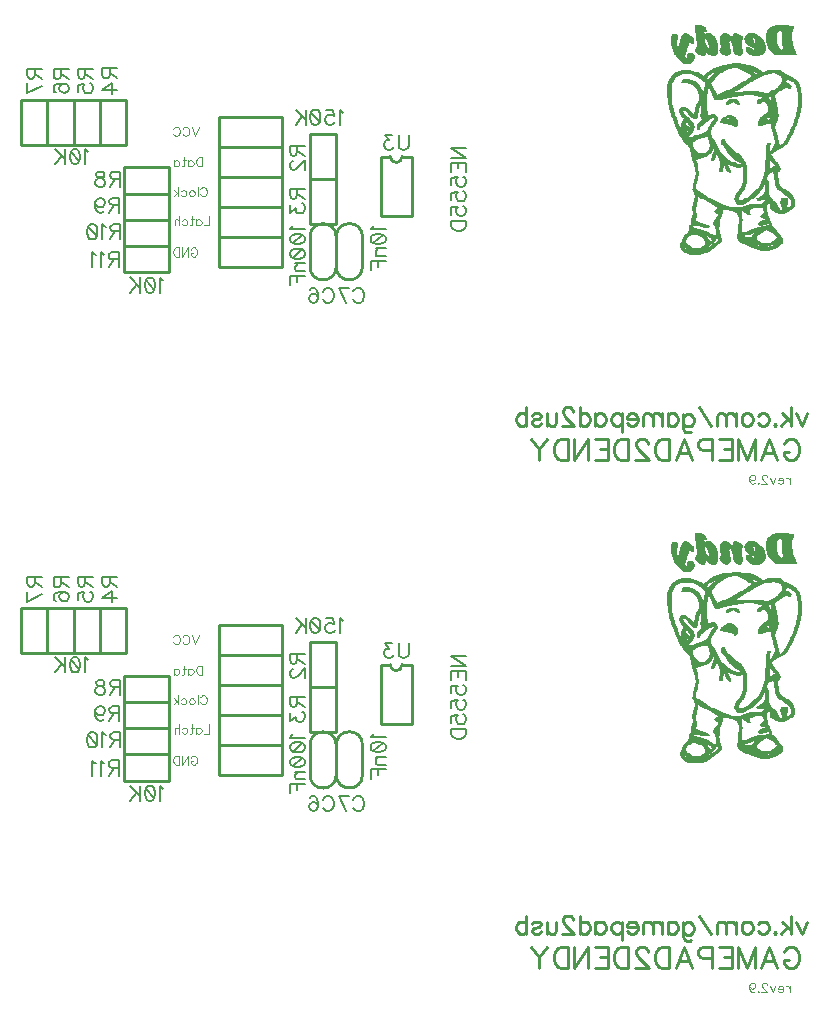
<source format=gbo>
G04 DipTrace 3.3.1.3*
G04 bottom_silk_dendy_gamepad_Remastered_rev2.9_4021.gbo*
%MOMM*%
G04 #@! TF.FileFunction,Legend,Bot*
G04 #@! TF.Part,Single*
%ADD10C,0.25*%
%ADD12C,0.0762*%
%ADD17C,0.2353*%
%ADD18C,0.2745*%
%ADD19C,0.11767*%
%ADD54C,0.19608*%
%FSLAX35Y35*%
G04*
G71*
G90*
G75*
G01*
G04 BotSilk*
%LPD*%
X7287148Y3270106D2*
D10*
Y3016074D1*
X7064898Y3270106D2*
Y3016074D1*
X7287148D2*
G02X7064898Y3016074I-111125J16D01*
G01*
Y3270106D2*
G02X7287148Y3270106I111125J-16D01*
G01*
X7509422Y3270626D2*
Y3016594D1*
X7287172Y3270626D2*
Y3016594D1*
X7509422D2*
G02X7287172Y3016594I-111125J16D01*
G01*
Y3270626D2*
G02X7509422Y3270626I111125J-16D01*
G01*
X7064898Y4143820D2*
X7287148D1*
Y3762820D1*
X7064898D1*
Y4143820D1*
Y3762780D2*
X7287148D1*
Y3381780D1*
X7064898D1*
Y3762780D1*
X5286712Y4429600D2*
X5508962D1*
Y4048600D1*
X5286712D1*
Y4429600D1*
X5064438D2*
X5286688D1*
Y4048600D1*
X5064438D1*
Y4429600D1*
X4842165D2*
X5064415D1*
Y4048600D1*
X4842165D1*
Y4429600D1*
X4619892D2*
X4842142D1*
Y4048600D1*
X4619892D1*
Y4429600D1*
X5874377Y3857788D2*
X5493377D1*
Y3635538D1*
X5874377D1*
Y3857788D1*
Y3635515D2*
X5493377D1*
Y3413265D1*
X5874377D1*
Y3635515D1*
Y3413242D2*
X5493377D1*
Y3190992D1*
X5874377D1*
Y3413242D1*
X5874117Y3190708D2*
X5493117D1*
Y2968458D1*
X5874117D1*
Y3190708D1*
X7925135Y3949058D2*
Y3449048D1*
X7665099Y3949058D2*
Y3449048D1*
X7925135D2*
X7665099D1*
X7845141Y3949058D2*
X7925135D1*
X7745093D2*
X7665099D1*
X7845141D2*
G02X7745093Y3949058I-50024J23D01*
G01*
X11074963Y1519357D2*
D18*
X11083417Y1536257D1*
X11100513Y1553357D1*
X11117417Y1561807D1*
X11151420D1*
X11168517Y1553357D1*
X11185420Y1536257D1*
X11194067Y1519357D1*
X11202520Y1493807D1*
Y1451157D1*
X11194067Y1425803D1*
X11185420Y1408703D1*
X11168517Y1391803D1*
X11151420Y1383153D1*
X11117417D1*
X11100513Y1391803D1*
X11083417Y1408703D1*
X11074963Y1425803D1*
Y1451157D1*
X11117417D1*
X10883860Y1383153D2*
X10952060Y1561807D1*
X11020063Y1383153D1*
X10994513Y1442707D2*
X10909410D1*
X10692953Y1383153D2*
Y1561807D1*
X10760957Y1383153D1*
X10828960Y1561807D1*
Y1383153D1*
X10527600Y1561807D2*
X10638053D1*
Y1383153D1*
X10527600D1*
X10638053Y1476707D2*
X10570050D1*
X10472697Y1468257D2*
X10396047D1*
X10370693Y1476707D1*
X10362047Y1485353D1*
X10353593Y1502257D1*
Y1527807D1*
X10362047Y1544710D1*
X10370693Y1553357D1*
X10396047Y1561807D1*
X10472697D1*
Y1383153D1*
X10162490D2*
X10230690Y1561807D1*
X10298693Y1383153D1*
X10273143Y1442707D2*
X10188040D1*
X10107590Y1561807D2*
Y1383153D1*
X10048037D1*
X10022487Y1391803D1*
X10005390Y1408703D1*
X9996937Y1425803D1*
X9988487Y1451157D1*
Y1493807D1*
X9996937Y1519357D1*
X10005390Y1536257D1*
X10022487Y1553357D1*
X10048037Y1561807D1*
X10107590D1*
X9924937Y1519160D2*
Y1527610D1*
X9916487Y1544710D1*
X9908033Y1553160D1*
X9890937Y1561613D1*
X9856933D1*
X9840033Y1553160D1*
X9831580Y1544710D1*
X9822933Y1527610D1*
Y1510707D1*
X9831580Y1493610D1*
X9848483Y1468257D1*
X9933583Y1383153D1*
X9814483D1*
X9759580Y1561807D2*
Y1383153D1*
X9700030D1*
X9674480Y1391803D1*
X9657380Y1408703D1*
X9648930Y1425803D1*
X9640480Y1451157D1*
Y1493807D1*
X9648930Y1519357D1*
X9657380Y1536257D1*
X9674480Y1553357D1*
X9700030Y1561807D1*
X9759580D1*
X9475120D2*
X9585577D1*
Y1383153D1*
X9475120D1*
X9585577Y1476707D2*
X9517573D1*
X9301117Y1561807D2*
Y1383153D1*
X9420220Y1561807D1*
Y1383153D1*
X9246217Y1561807D2*
Y1383153D1*
X9186663D1*
X9161113Y1391803D1*
X9144017Y1408703D1*
X9135563Y1425803D1*
X9127113Y1451157D1*
Y1493807D1*
X9135563Y1519357D1*
X9144017Y1536257D1*
X9161113Y1553357D1*
X9186663Y1561807D1*
X9246217D1*
X9072210D2*
X9004210Y1476707D1*
Y1383153D1*
X8936207Y1561807D2*
X9004210Y1476707D1*
X11271483Y1774233D2*
D17*
X11227683Y1672143D1*
X11184050Y1774233D1*
X11136990Y1825277D2*
Y1672143D1*
X11064047Y1774233D2*
X11136990Y1701290D1*
X11107847Y1730433D2*
X11056803Y1672143D1*
X11002500Y1686800D2*
X11009747Y1679390D1*
X11002500Y1672143D1*
X10995090Y1679390D1*
X11002500Y1686800D1*
X10860430Y1752333D2*
X10875087Y1766990D1*
X10889743Y1774233D1*
X10911473D1*
X10926130Y1766990D1*
X10940617Y1752333D1*
X10948030Y1730433D1*
Y1715943D1*
X10940617Y1694043D1*
X10926130Y1679557D1*
X10911473Y1672143D1*
X10889743D1*
X10875087Y1679557D1*
X10860430Y1694043D1*
X10776983Y1774233D2*
X10791470Y1766990D1*
X10806127Y1752333D1*
X10813370Y1730433D1*
Y1715943D1*
X10806127Y1694043D1*
X10791470Y1679557D1*
X10776983Y1672143D1*
X10755083D1*
X10740427Y1679557D1*
X10725940Y1694043D1*
X10718527Y1715943D1*
Y1730433D1*
X10725940Y1752333D1*
X10740427Y1766990D1*
X10755083Y1774233D1*
X10776983D1*
X10671467D2*
Y1672143D1*
Y1745090D2*
X10649567Y1766990D1*
X10634913Y1774233D1*
X10613180D1*
X10598523Y1766990D1*
X10591280Y1745090D1*
Y1672143D1*
Y1745090D2*
X10569380Y1766990D1*
X10554723Y1774233D1*
X10532993D1*
X10518337Y1766990D1*
X10510923Y1745090D1*
Y1672143D1*
X10463867D2*
X10361777Y1825107D1*
X10227287Y1766990D2*
Y1650243D1*
X10234530Y1628513D1*
X10241777Y1621100D1*
X10256430Y1613857D1*
X10278330D1*
X10292820Y1621100D1*
X10227287Y1745090D2*
X10241777Y1759577D1*
X10256430Y1766990D1*
X10278330D1*
X10292820Y1759577D1*
X10307477Y1745090D1*
X10314720Y1723190D1*
Y1708533D1*
X10307477Y1686800D1*
X10292820Y1672143D1*
X10278330Y1664903D1*
X10256430D1*
X10241777Y1672143D1*
X10227287Y1686800D1*
X10092797Y1774233D2*
Y1672143D1*
Y1752333D2*
X10107287Y1766990D1*
X10121940Y1774233D1*
X10143673D1*
X10158330Y1766990D1*
X10172817Y1752333D1*
X10180230Y1730433D1*
Y1715943D1*
X10172817Y1694043D1*
X10158330Y1679557D1*
X10143673Y1672143D1*
X10121940D1*
X10107287Y1679557D1*
X10092797Y1694043D1*
X10045737Y1774233D2*
Y1672143D1*
Y1745090D2*
X10023840Y1766990D1*
X10009183Y1774233D1*
X9987450D1*
X9972797Y1766990D1*
X9965550Y1745090D1*
Y1672143D1*
Y1745090D2*
X9943650Y1766990D1*
X9928997Y1774233D1*
X9907263D1*
X9892607Y1766990D1*
X9885197Y1745090D1*
Y1672143D1*
X9838137Y1730433D2*
X9750703D1*
Y1745090D1*
X9757947Y1759743D1*
X9765193Y1766990D1*
X9779847Y1774233D1*
X9801750D1*
X9816237Y1766990D1*
X9830893Y1752333D1*
X9838137Y1730433D1*
Y1715943D1*
X9830893Y1694043D1*
X9816237Y1679557D1*
X9801750Y1672143D1*
X9779847D1*
X9765193Y1679557D1*
X9750703Y1694043D1*
X9703647Y1774233D2*
Y1621100D1*
Y1752333D2*
X9688990Y1766820D1*
X9674500Y1774233D1*
X9652600D1*
X9637947Y1766820D1*
X9623460Y1752333D1*
X9616047Y1730433D1*
Y1715777D1*
X9623460Y1694043D1*
X9637947Y1679390D1*
X9652600Y1672143D1*
X9674500D1*
X9688990Y1679390D1*
X9703647Y1694043D1*
X9481557Y1774233D2*
Y1672143D1*
Y1752333D2*
X9496043Y1766990D1*
X9510700Y1774233D1*
X9532430D1*
X9547087Y1766990D1*
X9561573Y1752333D1*
X9568987Y1730433D1*
Y1715943D1*
X9561573Y1694043D1*
X9547087Y1679557D1*
X9532430Y1672143D1*
X9510700D1*
X9496043Y1679557D1*
X9481557Y1694043D1*
X9347067Y1825277D2*
Y1672143D1*
Y1752333D2*
X9361553Y1766990D1*
X9376207Y1774233D1*
X9398107D1*
X9412597Y1766990D1*
X9427253Y1752333D1*
X9434497Y1730433D1*
Y1715943D1*
X9427253Y1694043D1*
X9412597Y1679557D1*
X9398107Y1672143D1*
X9376207D1*
X9361553Y1679557D1*
X9347067Y1694043D1*
X9292593Y1788720D2*
Y1795963D1*
X9285350Y1810620D1*
X9278107Y1817863D1*
X9263450Y1825107D1*
X9234307D1*
X9219820Y1817863D1*
X9212573Y1810620D1*
X9205163Y1795963D1*
Y1781477D1*
X9212573Y1766820D1*
X9227063Y1745090D1*
X9300007Y1672143D1*
X9197920D1*
X9150860Y1774233D2*
Y1701290D1*
X9143617Y1679557D1*
X9128960Y1672143D1*
X9107060D1*
X9092573Y1679557D1*
X9070673Y1701290D1*
Y1774233D2*
Y1672143D1*
X8943427Y1752333D2*
X8950670Y1766990D1*
X8972570Y1774233D1*
X8994470D1*
X9016370Y1766990D1*
X9023613Y1752333D1*
X9016370Y1737843D1*
X9001713Y1730433D1*
X8965327Y1723190D1*
X8950670Y1715943D1*
X8943427Y1701290D1*
Y1694043D1*
X8950670Y1679557D1*
X8972570Y1672143D1*
X8994470D1*
X9016370Y1679557D1*
X9023613Y1694043D1*
X8896367Y1825277D2*
Y1672143D1*
Y1752333D2*
X8881710Y1766990D1*
X8867223Y1774233D1*
X8845323D1*
X8830837Y1766990D1*
X8816180Y1752333D1*
X8808937Y1730433D1*
Y1715943D1*
X8816180Y1694043D1*
X8830837Y1679557D1*
X8845323Y1672143D1*
X8867223D1*
X8881710Y1679557D1*
X8896367Y1694043D1*
X6290547Y4282933D2*
D10*
X6830353D1*
Y3012800D1*
X6290547D1*
Y4282933D1*
X6830353Y4028907D2*
X6290547D1*
X6830353Y3774880D2*
X6290547D1*
X6830353Y3520853D2*
X6290547D1*
X6830353Y3266827D2*
X6290547D1*
X11077493Y5065260D2*
D12*
X11008913D1*
X10368833D2*
X10323113D1*
X11153693Y5057640D2*
X10987223D1*
X10385773D2*
X10323113D1*
X11153663Y5050020D2*
X10970850D1*
X10398763D2*
X10323113D1*
X11153367Y5042400D2*
X10958830D1*
X10408427D2*
X10323113D1*
X11152127Y5034780D2*
X10949543D1*
X10411620D2*
X10323143D1*
X11149330Y5027160D2*
X10942367D1*
X10413323D2*
X10323410D1*
X11145553Y5019540D2*
X10937270D1*
X10414107D2*
X10324383D1*
X11142270Y5011920D2*
X11055810D1*
X11024473D2*
X10933620D1*
X10391693D2*
X10326207D1*
X11140233Y5004300D2*
X11057700D1*
X11018127D2*
X10930513D1*
X10395267D2*
X10328160D1*
X11139203Y4996680D2*
X11059673D1*
X11013603D2*
X10928010D1*
X10818413D2*
X10772693D1*
X10666013D2*
X10650773D1*
X10582193D2*
X10559333D1*
X10445033D2*
X10414553D1*
X10399313D2*
X10329490D1*
X10246913D2*
X10231673D1*
X11138747Y4989060D2*
X11061007D1*
X11011030D2*
X10926463D1*
X10835673D2*
X10762763D1*
X10684420D2*
X10647227D1*
X10596033D2*
X10549693D1*
X10457600D2*
X10330197D1*
X10259227D2*
X10223430D1*
X10163093D2*
X10132613D1*
X11138563Y4981440D2*
X11061717D1*
X11009787D2*
X10925673D1*
X10849940D2*
X10755140D1*
X10700277D2*
X10644873D1*
X10608600D2*
X10541937D1*
X10467757D2*
X10330520D1*
X10270927D2*
X10216897D1*
X10169187D2*
X10128807D1*
X11138490Y4973820D2*
X11062040D1*
X11009250D2*
X10925323D1*
X10861217D2*
X10749657D1*
X10712260D2*
X10643153D1*
X10620293D2*
X10539110D1*
X10475687D2*
X10330683D1*
X10281597D2*
X10211740D1*
X10174247D2*
X10125640D1*
X11138467Y4966200D2*
X11062173D1*
X11009037D2*
X10925180D1*
X10870567D2*
X10745973D1*
X10721207D2*
X10537590D1*
X10482210D2*
X10331003D1*
X10290773D2*
X10207597D1*
X10175817D2*
X10122707D1*
X11138487Y4958580D2*
X11062223D1*
X11008957D2*
X10925123D1*
X10878890D2*
X10743940D1*
X10724487D2*
X10536910D1*
X10487563D2*
X10331993D1*
X10298300D2*
X10204507D1*
X10174553D2*
X10120260D1*
X11138753Y4950960D2*
X11062243D1*
X11008930D2*
X10925103D1*
X10886530D2*
X10824537D1*
X10810823D2*
X10743213D1*
X10724317D2*
X10536633D1*
X10492117D2*
X10333823D1*
X10304167D2*
X10202437D1*
X10172707D2*
X10118763D1*
X11139723Y4943340D2*
X11062250D1*
X11008947D2*
X10925127D1*
X10893257D2*
X10828993D1*
X10811113D2*
X10743783D1*
X10720593D2*
X10536530D1*
X10496233D2*
X10420707D1*
X10399603D2*
X10335780D1*
X10308460D2*
X10200570D1*
X10170580D2*
X10118250D1*
X11141547Y4935720D2*
X11062253D1*
X11009213D2*
X10925393D1*
X10898793D2*
X10831553D1*
X10812290D2*
X10745703D1*
X10716780D2*
X10536493D1*
X10499930D2*
X10425430D1*
X10400580D2*
X10337110D1*
X10311590D2*
X10198320D1*
X10168117D2*
X10118870D1*
X11143500Y4928100D2*
X11062253D1*
X11010183D2*
X10926363D1*
X10903203D2*
X10832850D1*
X10814897D2*
X10748623D1*
X10714180D2*
X10626707D1*
X10612673D2*
X10536510D1*
X10503063D2*
X10428953D1*
X10402437D2*
X10337817D1*
X10310957D2*
X10195940D1*
X10165867D2*
X10120550D1*
X11144830Y4920480D2*
X11062283D1*
X11012007D2*
X10928187D1*
X10906433D2*
X10833653D1*
X10818413D2*
X10752320D1*
X10712790D2*
X10632140D1*
X10605053D2*
X10536773D1*
X10505763D2*
X10432047D1*
X10404660D2*
X10338140D1*
X10309503D2*
X10193580D1*
X10164413D2*
X10122450D1*
X11145567Y4912860D2*
X11062550D1*
X11013990D2*
X10930170D1*
X10908570D2*
X10757213D1*
X10712157D2*
X10636517D1*
X10608570D2*
X10537743D1*
X10508457D2*
X10434803D1*
X10406987D2*
X10338273D1*
X10307873D2*
X10292633D1*
X10268567D2*
X10191027D1*
X10163657D2*
X10123760D1*
X11146157Y4905240D2*
X11063523D1*
X11015587D2*
X10931767D1*
X10910460D2*
X10763840D1*
X10711920D2*
X10639710D1*
X10610760D2*
X10539567D1*
X10510793D2*
X10437317D1*
X10409787D2*
X10338323D1*
X10266410D2*
X10188723D1*
X10163317D2*
X10124490D1*
X11147263Y4897620D2*
X11065347D1*
X11017297D2*
X10933477D1*
X10912690D2*
X10772277D1*
X10712087D2*
X10641573D1*
X10611867D2*
X10541520D1*
X10512280D2*
X10439927D1*
X10413040D2*
X10338343D1*
X10263467D2*
X10187137D1*
X10163170D2*
X10125080D1*
X11149140Y4890000D2*
X11067270D1*
X11019770D2*
X10935890D1*
X10914807D2*
X10782890D1*
X10713020D2*
X10642493D1*
X10612387D2*
X10542790D1*
X10513043D2*
X10442253D1*
X10416400D2*
X10338290D1*
X10260277D2*
X10185953D1*
X10163093D2*
X10126183D1*
X11151170Y4882380D2*
X11068310D1*
X11023417D2*
X10938980D1*
X10916197D2*
X10796967D1*
X10714833D2*
X10642927D1*
X10612853D2*
X10542960D1*
X10513387D2*
X10443847D1*
X10419467D2*
X10337757D1*
X10257347D2*
X10128087D1*
X11153070Y4874760D2*
X11068477D1*
X11029047D2*
X10942483D1*
X10916897D2*
X10814510D1*
X10772693D2*
X10757453D1*
X10716783D2*
X10643357D1*
X10613900D2*
X10542110D1*
X10513530D2*
X10445033D1*
X10422173D2*
X10336507D1*
X10254723D2*
X10130327D1*
X11155990Y4867140D2*
X11065730D1*
X11037290D2*
X10946430D1*
X10916960D2*
X10833653D1*
X10787933D2*
X10755140D1*
X10718110D2*
X10644387D1*
X10615753D2*
X10538047D1*
X10513583D2*
X10332367D1*
X10252027D2*
X10132637D1*
X11160937Y4859520D2*
X11062253D1*
X11047013D2*
X10951183D1*
X10916093D2*
X10826033D1*
X10803173D2*
X10753223D1*
X10718817D2*
X10646237D1*
X10617717D2*
X10534317D1*
X10513603D2*
X10328630D1*
X10249430D2*
X10135200D1*
X11166803Y4851900D2*
X10957103D1*
X10914023D2*
X10754683D1*
X10719140D2*
X10648227D1*
X10619047D2*
X10531790D1*
X10513580D2*
X10326173D1*
X10246980D2*
X10137743D1*
X11171467Y4844280D2*
X10964153D1*
X10910820D2*
X10757433D1*
X10719273D2*
X10649857D1*
X10619727D2*
X10533427D1*
X10513313D2*
X10327857D1*
X10244387D2*
X10140207D1*
X11174227Y4836660D2*
X10972653D1*
X10906343D2*
X10764347D1*
X10719267D2*
X10651920D1*
X10619723D2*
X10536333D1*
X10512283D2*
X10333373D1*
X10242060D2*
X10143090D1*
X11175587Y4829040D2*
X10983187D1*
X10900013D2*
X10773640D1*
X10718703D2*
X10654967D1*
X10619087D2*
X10543897D1*
X10509880D2*
X10430107D1*
X10406620D2*
X10341237D1*
X10300253D2*
X10262153D1*
X10240300D2*
X10146623D1*
X11176203Y4821420D2*
X10995617D1*
X10890960D2*
X10785907D1*
X10717327D2*
X10664607D1*
X10615300D2*
X10555227D1*
X10505550D2*
X10438910D1*
X10405437D2*
X10352510D1*
X10306377D2*
X10259550D1*
X10238360D2*
X10150920D1*
X11176553Y4813800D2*
X11008913D1*
X10878547D2*
X10801327D1*
X10711390D2*
X10679023D1*
X10606947D2*
X10571147D1*
X10498897D2*
X10449137D1*
X10402830D2*
X10367360D1*
X10310833D2*
X10257280D1*
X10235400D2*
X10155757D1*
X10864133Y4806180D2*
X10818413D1*
X10704113D2*
X10696493D1*
X10597433D2*
X10589813D1*
X10490753D2*
X10460273D1*
X10399313D2*
X10384073D1*
X10313383D2*
X10255830D1*
X10231673D2*
X10160650D1*
X10314593Y4798560D2*
X10255043D1*
X10235720D2*
X10165920D1*
X10314860Y4790940D2*
X10254533D1*
X10239293D2*
X10172050D1*
X10314070Y4783320D2*
X10178903D1*
X10312000Y4775700D2*
X10186207D1*
X10308517Y4768080D2*
X10193977D1*
X10302947Y4760460D2*
X10202720D1*
X10294727Y4752840D2*
X10212927D1*
X10285013Y4745220D2*
X10224053D1*
X10681253Y4737600D2*
X10666013D1*
X10732200Y4729980D2*
X10616337D1*
X10773230Y4722360D2*
X10572170D1*
X10803897Y4714740D2*
X10536427D1*
X10826227Y4707120D2*
X10679757D1*
X10646467D2*
X10509070D1*
X10843030Y4699500D2*
X10699423D1*
X10616000D2*
X10487997D1*
X10856650Y4691880D2*
X10716947D1*
X10591427D2*
X10471283D1*
X11039393Y4684260D2*
X10940333D1*
X10868443D2*
X10810793D1*
X10795553D2*
X10732423D1*
X10572410D2*
X10457983D1*
X10269773D2*
X10216433D1*
X11050500Y4676640D2*
X10917473D1*
X10879373D2*
X10826033D1*
X10803173D2*
X10746077D1*
X10557920D2*
X10447093D1*
X10297227D2*
X10192790D1*
X11060040Y4669020D2*
X10841273D1*
X10810793D2*
X10758307D1*
X10546497D2*
X10498373D1*
X10483453D2*
X10437100D1*
X10321113D2*
X10173360D1*
X11067947Y4661400D2*
X10856513D1*
X10818413D2*
X10769203D1*
X10536287D2*
X10490753D1*
X10469487D2*
X10427063D1*
X10340480D2*
X10158673D1*
X11075633Y4653780D2*
X11013507D1*
X10951267D2*
X10848893D1*
X10826033D2*
X10778720D1*
X10526200D2*
X10483133D1*
X10457343D2*
X10417237D1*
X10356310D2*
X10147960D1*
X11086887Y4646160D2*
X11029773D1*
X10920770D2*
X10787270D1*
X10516630D2*
X10475513D1*
X10447150D2*
X10408083D1*
X10370393D2*
X10308760D1*
X10196567D2*
X10139693D1*
X11104323Y4638540D2*
X11041497D1*
X10895900D2*
X10795310D1*
X10508557D2*
X10467893D1*
X10438287D2*
X10399313D1*
X10384073D2*
X10324883D1*
X10180037D2*
X10132223D1*
X11124680Y4630920D2*
X11049470D1*
X10875613D2*
X10803173D1*
X10502020D2*
X10460273D1*
X10430130D2*
X10339973D1*
X10167340D2*
X10125067D1*
X11142540Y4623300D2*
X11054937D1*
X10858090D2*
X10791740D1*
X10496020D2*
X10452653D1*
X10422290D2*
X10353323D1*
X10157513D2*
X10118573D1*
X11156220Y4615680D2*
X11058560D1*
X10842153D2*
X10779697D1*
X10489590D2*
X10445033D1*
X10414553D2*
X10364850D1*
X10149823D2*
X10113103D1*
X11166820Y4608060D2*
X11060557D1*
X10827540D2*
X10767657D1*
X10482657D2*
X10437413D1*
X10422173D2*
X10374660D1*
X10262153D2*
X10224053D1*
X10143870D2*
X10108463D1*
X11175707Y4600440D2*
X11129337D1*
X11094230D2*
X11061267D1*
X10814257D2*
X10755863D1*
X10475607D2*
X10383333D1*
X10289967D2*
X10217930D1*
X10139047D2*
X10104307D1*
X11183547Y4592820D2*
X11141383D1*
X11089747D2*
X11060687D1*
X10801923D2*
X10744243D1*
X10469090D2*
X10391380D1*
X10310797D2*
X10213447D1*
X10134820D2*
X10100620D1*
X11190120Y4585200D2*
X11151287D1*
X11087020D2*
X11058733D1*
X10790090D2*
X10732710D1*
X10463410D2*
X10398880D1*
X10325400D2*
X10210720D1*
X10131080D2*
X10097717D1*
X11194987Y4577580D2*
X11159173D1*
X11085113D2*
X11055577D1*
X10778477D2*
X10720977D1*
X10458077D2*
X10405270D1*
X10336190D2*
X10249720D1*
X10231673D2*
X10208813D1*
X10127930D2*
X10095717D1*
X11198553Y4569960D2*
X11165473D1*
X11104683D2*
X11051177D1*
X10766740D2*
X10708570D1*
X10452653D2*
X10410457D1*
X10344873D2*
X10277057D1*
X10125227D2*
X10093877D1*
X11201660Y4562340D2*
X11171057D1*
X11118920D2*
X11045430D1*
X10754560D2*
X10695303D1*
X10457380D2*
X10412033D1*
X10352007D2*
X10296857D1*
X10122530D2*
X10091667D1*
X11204420Y4554720D2*
X11176157D1*
X11129340D2*
X11038733D1*
X10741997D2*
X10681897D1*
X10461723D2*
X10410510D1*
X10357723D2*
X10310730D1*
X10120193D2*
X10089557D1*
X11206937Y4547100D2*
X11180037D1*
X11133507D2*
X11031487D1*
X10729470D2*
X10668860D1*
X10465807D2*
X10407957D1*
X10362453D2*
X10320933D1*
X10118710D2*
X10088170D1*
X11209547Y4539480D2*
X11182563D1*
X11132760D2*
X11100353D1*
X11085403D2*
X11023730D1*
X10716833D2*
X10655730D1*
X10469753D2*
X10404973D1*
X10366673D2*
X10328730D1*
X10117943D2*
X10087440D1*
X11211853Y4531860D2*
X11184647D1*
X11130833D2*
X11115593D1*
X11071170D2*
X11014903D1*
X10704047D2*
X10641877D1*
X10473853D2*
X10402383D1*
X10370663D2*
X10334710D1*
X10117600D2*
X10087110D1*
X11213327Y4524240D2*
X11186960D1*
X11058053D2*
X11004213D1*
X10691400D2*
X10627367D1*
X10478407D2*
X10453830D1*
X10429763D2*
X10400750D1*
X10374740D2*
X10339540D1*
X10117457D2*
X10086973D1*
X11214117Y4516620D2*
X11189107D1*
X11046037D2*
X10991553D1*
X10678477D2*
X10612427D1*
X10483320D2*
X10455750D1*
X10429497D2*
X10399877D1*
X10379210D2*
X10343767D1*
X10117403D2*
X10086923D1*
X11214727Y4509000D2*
X11190540D1*
X11035190D2*
X10977560D1*
X10664827D2*
X10597023D1*
X10487990D2*
X10457990D1*
X10428523D2*
X10399313D1*
X10384073D2*
X10347477D1*
X10117383D2*
X10086903D1*
X11215840Y4501380D2*
X11191540D1*
X11025467D2*
X10962877D1*
X10833653D2*
X10726973D1*
X10650773D2*
X10580570D1*
X10492297D2*
X10460297D1*
X10426670D2*
X10350357D1*
X10117377D2*
X10086897D1*
X11217717Y4493760D2*
X11192843D1*
X11016253D2*
X10947953D1*
X10902233D2*
X10562283D1*
X10496540D2*
X10462860D1*
X10424447D2*
X10352120D1*
X10117373D2*
X10086893D1*
X11219690Y4486140D2*
X11194807D1*
X11007673D2*
X10542177D1*
X10501083D2*
X10465403D1*
X10422147D2*
X10353260D1*
X10117373D2*
X10086893D1*
X11221027Y4478520D2*
X11196810D1*
X11000077D2*
X10521233D1*
X10505993D2*
X10467867D1*
X10419617D2*
X10354617D1*
X10117373D2*
X10086923D1*
X11221737Y4470900D2*
X11198160D1*
X10996413D2*
X10841890D1*
X10708377D2*
X10470720D1*
X10417340D2*
X10356597D1*
X10117373D2*
X10087190D1*
X11222060Y4463280D2*
X11198873D1*
X10996127D2*
X10874240D1*
X10656523D2*
X10474017D1*
X10415877D2*
X10358610D1*
X10117373D2*
X10088163D1*
X11222193Y4455660D2*
X11199200D1*
X10997263D2*
X10970813D1*
X10939127D2*
X10902233D1*
X10611473D2*
X10477600D1*
X10415120D2*
X10359957D1*
X10117373D2*
X10089987D1*
X11222243Y4448040D2*
X11199333D1*
X10998910D2*
X10970813D1*
X10944567D2*
X10885003D1*
X10573817D2*
X10481513D1*
X10414777D2*
X10360643D1*
X10117403D2*
X10091940D1*
X11222263Y4440420D2*
X11199383D1*
X11000147D2*
X10970813D1*
X10949017D2*
X10871037D1*
X10542353D2*
X10485920D1*
X10414637D2*
X10360670D1*
X10117670D2*
X10093270D1*
X11222270Y4432800D2*
X11199403D1*
X11001077D2*
X10970813D1*
X10952580D2*
X10861027D1*
X10666013D2*
X10612673D1*
X10513613D2*
X10490753D1*
X10414583D2*
X10359537D1*
X10118643D2*
X10093977D1*
X11222273Y4425180D2*
X11199410D1*
X11002357D2*
X10970813D1*
X10955573D2*
X10853650D1*
X10676830D2*
X10601887D1*
X10414563D2*
X10356523D1*
X10120467D2*
X10094330D1*
X11222273Y4417560D2*
X11199383D1*
X11004310D2*
X10908067D1*
X10894613D2*
X10851173D1*
X10685367D2*
X10592470D1*
X10414557D2*
X10351763D1*
X10122420D2*
X10094730D1*
X11222273Y4409940D2*
X11199117D1*
X11006343D2*
X10919137D1*
X10879373D2*
X10849787D1*
X10691970D2*
X10656993D1*
X10627913D2*
X10587730D1*
X10414553D2*
X10346393D1*
X10123750D2*
X10095753D1*
X11222273Y4402320D2*
X11198143D1*
X11007957D2*
X10927183D1*
X10864133D2*
X10848893D1*
X10694520D2*
X10669560D1*
X10612673D2*
X10587523D1*
X10414553D2*
X10341407D1*
X10124487D2*
X10097597D1*
X11222243Y4394700D2*
X11196320D1*
X11009643D2*
X10932817D1*
X10696493D2*
X10681253D1*
X10597433D2*
X10589813D1*
X10414553D2*
X10336957D1*
X10125077D2*
X10099557D1*
X11221977Y4387080D2*
X11194367D1*
X11011793D2*
X10936550D1*
X10414583D2*
X10332867D1*
X10126183D2*
X10100920D1*
X11221003Y4379460D2*
X11193037D1*
X11013880D2*
X10938630D1*
X10414850D2*
X10376453D1*
X10362420D2*
X10329207D1*
X10128087D2*
X10101893D1*
X11219180Y4371840D2*
X11192300D1*
X11015260D2*
X10939630D1*
X10415823D2*
X10376453D1*
X10356987D2*
X10326340D1*
X10239293D2*
X10208813D1*
X10130327D2*
X10103187D1*
X11217227Y4364220D2*
X11191710D1*
X11015987D2*
X10940060D1*
X10417647D2*
X10376453D1*
X10352610D2*
X10324613D1*
X10250430D2*
X10200600D1*
X10132637D2*
X10105147D1*
X11215867Y4356600D2*
X11190603D1*
X11016347D2*
X10940233D1*
X10419600D2*
X10376453D1*
X10349417D2*
X10323743D1*
X10260240D2*
X10194363D1*
X10135170D2*
X10107183D1*
X11214893Y4348980D2*
X11188727D1*
X11016750D2*
X10940297D1*
X10420960D2*
X10376423D1*
X10347553D2*
X10323330D1*
X10268967D2*
X10189570D1*
X10137477D2*
X10108797D1*
X11213600Y4341360D2*
X11186727D1*
X11017773D2*
X10940263D1*
X10421933D2*
X10376157D1*
X10346633D2*
X10322883D1*
X10277080D2*
X10188880D1*
X10139207D2*
X10110483D1*
X11211640Y4333740D2*
X11185123D1*
X11019617D2*
X10939643D1*
X10423233D2*
X10375183D1*
X10346230D2*
X10321647D1*
X10284897D2*
X10246913D1*
X10215257D2*
X10189793D1*
X10140937D2*
X10112663D1*
X11209603Y4326120D2*
X11183443D1*
X11021577D2*
X10938130D1*
X10425257D2*
X10373360D1*
X10346040D2*
X10319020D1*
X10292593D2*
X10254503D1*
X10220987D2*
X10191610D1*
X10143133D2*
X10115020D1*
X11207990Y4318500D2*
X11181293D1*
X11022907D2*
X10930037D1*
X10427577D2*
X10371407D1*
X10345710D2*
X10315493D1*
X10300253D2*
X10261857D1*
X10226633D2*
X10194000D1*
X10145497D2*
X10117370D1*
X11206303Y4310880D2*
X11179177D1*
X11023617D2*
X10918173D1*
X10483133D2*
X10460273D1*
X10429793D2*
X10370107D1*
X10344717D2*
X10268503D1*
X10232920D2*
X10197497D1*
X10147880D2*
X10119950D1*
X11204123Y4303260D2*
X11177527D1*
X11023910D2*
X10904703D1*
X10627913D2*
X10597433D1*
X10493063D2*
X10369667D1*
X10342853D2*
X10274330D1*
X10239830D2*
X10202137D1*
X10150697D2*
X10122500D1*
X11201767Y4295640D2*
X11175830D1*
X11023777D2*
X10892557D1*
X10641367D2*
X10586007D1*
X10500687D2*
X10370317D1*
X10340607D2*
X10280287D1*
X10247127D2*
X10207790D1*
X10153953D2*
X10124967D1*
X11199417Y4288020D2*
X11173647D1*
X11022857D2*
X10883080D1*
X10652467D2*
X10575220D1*
X10506170D2*
X10372037D1*
X10338093D2*
X10287747D1*
X10254613D2*
X10214837D1*
X10157273D2*
X10127820D1*
X11196837Y4280400D2*
X11171290D1*
X11021050D2*
X10947953D1*
X10923693D2*
X10876147D1*
X10660780D2*
X10564697D1*
X10509823D2*
X10374230D1*
X10334743D2*
X10297227D1*
X10262183D2*
X10223080D1*
X10160253D2*
X10131087D1*
X11194287Y4272780D2*
X11168937D1*
X11019073D2*
X10955573D1*
X10928640D2*
X10870867D1*
X10667387D2*
X10612673D1*
X10589813D2*
X10554930D1*
X10512217D2*
X10483133D1*
X10454150D2*
X10376723D1*
X10330733D2*
X10307873D1*
X10269783D2*
X10231673D1*
X10162897D2*
X10134410D1*
X11191850Y4265160D2*
X11166357D1*
X11017450D2*
X10947953D1*
X10932713D2*
X10866453D1*
X10672943D2*
X10547047D1*
X10511473D2*
X10490753D1*
X10442043D2*
X10380067D1*
X10277397D2*
X10225260D1*
X10165597D2*
X10137393D1*
X11189237Y4257540D2*
X11163807D1*
X11015503D2*
X10862670D1*
X10676977D2*
X10540843D1*
X10509477D2*
X10479647D1*
X10431607D2*
X10384073D1*
X10284983D2*
X10219827D1*
X10168197D2*
X10140063D1*
X11186670Y4249920D2*
X11161370D1*
X11012383D2*
X10859763D1*
X10679307D2*
X10538383D1*
X10503983D2*
X10470107D1*
X10421747D2*
X10370360D1*
X10292337D2*
X10215450D1*
X10170650D2*
X10143003D1*
X11184230Y4242300D2*
X11158757D1*
X11008443D2*
X10858020D1*
X10680417D2*
X10536473D1*
X10497547D2*
X10462380D1*
X10411467D2*
X10358583D1*
X10298957D2*
X10212257D1*
X10173267D2*
X10146307D1*
X11181617Y4234680D2*
X11156190D1*
X11004840D2*
X10857147D1*
X10680613D2*
X10582997D1*
X10490717D2*
X10456390D1*
X10400473D2*
X10349680D1*
X10304453D2*
X10262123D1*
X10240790D2*
X10210393D1*
X10175833D2*
X10149643D1*
X11179053Y4227060D2*
X11153720D1*
X11001817D2*
X10970813D1*
X10909853D2*
X10856743D1*
X10679543D2*
X10617360D1*
X10484280D2*
X10451763D1*
X10388947D2*
X10342913D1*
X10308850D2*
X10269453D1*
X10243953D2*
X10209473D1*
X10178280D2*
X10152630D1*
X11176580Y4219440D2*
X11150870D1*
X10998953D2*
X10970813D1*
X10886993D2*
X10856513D1*
X10676550D2*
X10642587D1*
X10478593D2*
X10448223D1*
X10378080D2*
X10340557D1*
X10312047D2*
X10275897D1*
X10249013D2*
X10209070D1*
X10180933D2*
X10155303D1*
X11173730Y4211820D2*
X11147570D1*
X10996570D2*
X10970813D1*
X10671707D2*
X10651540D1*
X10473253D2*
X10445330D1*
X10368710D2*
X10339287D1*
X10313883D2*
X10280910D1*
X10255337D2*
X10208903D1*
X10183557D2*
X10158243D1*
X11170430Y4204200D2*
X11144010D1*
X10995323D2*
X10970843D1*
X10666013D2*
X10658393D1*
X10468210D2*
X10442307D1*
X10364887D2*
X10338720D1*
X10314537D2*
X10285013D1*
X10262153D2*
X10208813D1*
X10185953D2*
X10161547D1*
X11166870Y4196580D2*
X11140293D1*
X10995517D2*
X10971110D1*
X10464127D2*
X10438947D1*
X10362787D2*
X10338487D1*
X10313940D2*
X10164883D1*
X11163183Y4188960D2*
X11136530D1*
X10997023D2*
X10972083D1*
X10460907D2*
X10435360D1*
X10361793D2*
X10338400D1*
X10311977D2*
X10167870D1*
X11159657Y4181340D2*
X11132727D1*
X10999103D2*
X10973937D1*
X10457973D2*
X10431607D1*
X10361213D2*
X10338353D1*
X10308847D2*
X10170543D1*
X11156590Y4173720D2*
X11128927D1*
X11001347D2*
X10976160D1*
X10455533D2*
X10427393D1*
X10304743D2*
X10173483D1*
X11153880Y4166100D2*
X11125113D1*
X11003890D2*
X10978460D1*
X10454010D2*
X10422423D1*
X10300207D2*
X10262153D1*
X10246913D2*
X10176817D1*
X11150930Y4158480D2*
X11121310D1*
X11006427D2*
X10980990D1*
X10453260D2*
X10409277D1*
X10296007D2*
X10180390D1*
X11147593Y4150860D2*
X11117527D1*
X11008860D2*
X10983297D1*
X10453180D2*
X10389773D1*
X10291360D2*
X10184110D1*
X11144017Y4143240D2*
X11113960D1*
X11011443D2*
X10985027D1*
X10454007D2*
X10366927D1*
X10284673D2*
X10187907D1*
X11140297Y4135620D2*
X11110847D1*
X11013767D2*
X10986757D1*
X10455807D2*
X10345280D1*
X10276473D2*
X10191947D1*
X11136500Y4128000D2*
X11107897D1*
X11015503D2*
X10988923D1*
X10458040D2*
X10325983D1*
X10268850D2*
X10196480D1*
X11132460Y4120380D2*
X11104210D1*
X11017237D2*
X10991047D1*
X10460630D2*
X10430083D1*
X10415630D2*
X10307873D1*
X10262153D2*
X10201417D1*
X11127930Y4112760D2*
X11099780D1*
X11019403D2*
X10992697D1*
X10464427D2*
X10431090D1*
X10380263D2*
X10206320D1*
X11123020Y4105140D2*
X11095343D1*
X11021497D2*
X10994397D1*
X10469767D2*
X10433183D1*
X10355207D2*
X10211333D1*
X11118357Y4097520D2*
X11091127D1*
X11022880D2*
X10996550D1*
X10566953D2*
X10551713D1*
X10476010D2*
X10436110D1*
X10337000D2*
X10216500D1*
X11114043Y4089900D2*
X11086850D1*
X11023637D2*
X10998610D1*
X10570767D2*
X10549107D1*
X10482143D2*
X10439263D1*
X10322340D2*
X10221527D1*
X11109763Y4082280D2*
X11081963D1*
X11024263D2*
X10999723D1*
X10575220D2*
X10546840D1*
X10487477D2*
X10441953D1*
X10310253D2*
X10226850D1*
X11105130Y4074660D2*
X11076023D1*
X11025667D2*
X10999477D1*
X10579907D2*
X10545457D1*
X10492067D2*
X10443873D1*
X10300377D2*
X10233000D1*
X11100153Y4067040D2*
X11069253D1*
X11028787D2*
X10997953D1*
X10955573D2*
X10932713D1*
X10585080D2*
X10545273D1*
X10496210D2*
X10445687D1*
X10296630D2*
X10239860D1*
X11095177Y4059420D2*
X11062027D1*
X11033677D2*
X10995867D1*
X10955543D2*
X10932423D1*
X10591173D2*
X10546197D1*
X10499920D2*
X10447857D1*
X10297103D2*
X10247137D1*
X11089590Y4051800D2*
X11054633D1*
X11039393D2*
X10993590D1*
X10955277D2*
X10931447D1*
X10598010D2*
X10551713D1*
X10503060D2*
X10449693D1*
X10298543D2*
X10254587D1*
X11082093Y4044180D2*
X10990780D1*
X10954303D2*
X10929620D1*
X10605280D2*
X10558817D1*
X10505790D2*
X10450110D1*
X10300527D2*
X10261887D1*
X11071370Y4036560D2*
X10987270D1*
X10952480D2*
X10927667D1*
X10612760D2*
X10566280D1*
X10508753D2*
X10448983D1*
X10303217D2*
X10268487D1*
X11056433Y4028940D2*
X10983007D1*
X10950527D2*
X10926337D1*
X10620323D2*
X10573103D1*
X10512093D2*
X10447060D1*
X10306710D2*
X10273977D1*
X11038370Y4021320D2*
X10978387D1*
X10949190D2*
X10925630D1*
X10627923D2*
X10578980D1*
X10515700D2*
X10444600D1*
X10311247D2*
X10278370D1*
X11020953Y4013700D2*
X10974317D1*
X10948443D2*
X10925307D1*
X10635567D2*
X10584430D1*
X10519660D2*
X10483103D1*
X10466687D2*
X10440820D1*
X10317080D2*
X10281597D1*
X11007007Y4006080D2*
X10970813D1*
X10947953D2*
X10925173D1*
X10643483D2*
X10589773D1*
X10524157D2*
X10482837D1*
X10464500D2*
X10435180D1*
X10324083D2*
X10283730D1*
X10996110Y3998460D2*
X10925123D1*
X10652340D2*
X10594840D1*
X10529080D2*
X10481863D1*
X10461257D2*
X10427500D1*
X10332483D2*
X10285623D1*
X10987017Y3990840D2*
X10925103D1*
X10662757D2*
X10599920D1*
X10534010D2*
X10480010D1*
X10456830D2*
X10417780D1*
X10342543D2*
X10287850D1*
X10978790Y3983220D2*
X10925097D1*
X10674153D2*
X10605107D1*
X10539293D2*
X10477787D1*
X10451043D2*
X10406933D1*
X10353593D2*
X10289967D1*
X10970933Y3975600D2*
X10925093D1*
X10685057D2*
X10610147D1*
X10545427D2*
X10475487D1*
X10444017D2*
X10291357D1*
X10963193Y3967980D2*
X10925093D1*
X10694713D2*
X10615470D1*
X10552283D2*
X10472927D1*
X10435263D2*
X10292113D1*
X10968210Y3960360D2*
X10925093D1*
X10703333D2*
X10621620D1*
X10559560D2*
X10512407D1*
X10497167D2*
X10470383D1*
X10423590D2*
X10292713D1*
X10973530Y3952740D2*
X10925063D1*
X10711143D2*
X10628510D1*
X10567037D2*
X10517840D1*
X10494980D2*
X10467947D1*
X10407707D2*
X10293820D1*
X10979437Y3945120D2*
X10924797D1*
X10717977D2*
X10636143D1*
X10574633D2*
X10522247D1*
X10491740D2*
X10465363D1*
X10385873D2*
X10295727D1*
X10985340Y3937500D2*
X10923823D1*
X10723810D2*
X10645427D1*
X10582560D2*
X10525707D1*
X10487333D2*
X10463047D1*
X10356730D2*
X10297967D1*
X10990800Y3929880D2*
X10922000D1*
X10729237D2*
X10657970D1*
X10591680D2*
X10528543D1*
X10481710D2*
X10461460D1*
X10323113D2*
X10300277D1*
X10996327Y3922260D2*
X10963163D1*
X10947953D2*
X10920047D1*
X10734533D2*
X10673673D1*
X10603157D2*
X10531287D1*
X10475513D2*
X10460273D1*
X10327807D2*
X10302840D1*
X11002537Y3914640D2*
X10970517D1*
X10947953D2*
X10918717D1*
X10739327D2*
X10689037D1*
X10617250D2*
X10533643D1*
X10331887D2*
X10305383D1*
X11009163Y3907020D2*
X10977163D1*
X10947953D2*
X10918010D1*
X10743433D2*
X10701990D1*
X10633683D2*
X10535137D1*
X10334967D2*
X10307817D1*
X11015480Y3899400D2*
X10982957D1*
X10947953D2*
X10917687D1*
X10746763D2*
X10707470D1*
X10652757D2*
X10535903D1*
X10336823D2*
X10310430D1*
X11021110Y3891780D2*
X10988607D1*
X10947953D2*
X10917553D1*
X10749550D2*
X10711733D1*
X10673633D2*
X10536247D1*
X10337997D2*
X10312997D1*
X11026427Y3884160D2*
X10994780D1*
X10947953D2*
X10917503D1*
X10752277D2*
X10536360D1*
X10339367D2*
X10315437D1*
X11031460Y3876540D2*
X11001293D1*
X10947953D2*
X10917483D1*
X10754627D2*
X10630717D1*
X10598900D2*
X10536147D1*
X10341353D2*
X10318020D1*
X11035563Y3868920D2*
X10990100D1*
X10947953D2*
X10917477D1*
X10756117D2*
X10658923D1*
X10601797D2*
X10575780D1*
X10559043D2*
X10535193D1*
X10343367D2*
X10320317D1*
X11038997Y3861300D2*
X10978433D1*
X10947953D2*
X10917473D1*
X10756883D2*
X10727003D1*
X10704113D2*
X10688873D1*
X10605863D2*
X10577967D1*
X10558067D2*
X10533377D1*
X10344717D2*
X10321817D1*
X11042767Y3853680D2*
X10917473D1*
X10757227D2*
X10727270D1*
X10610123D2*
X10581180D1*
X10556240D2*
X10531423D1*
X10345433D2*
X10322843D1*
X11047013Y3846060D2*
X10917443D1*
X10757370D2*
X10728243D1*
X10613987D2*
X10585370D1*
X10554287D2*
X10530097D1*
X10345760D2*
X10324160D1*
X11039423Y3838440D2*
X10917177D1*
X10757423D2*
X10730067D1*
X10616970D2*
X10590437D1*
X10552950D2*
X10529387D1*
X10345893D2*
X10326123D1*
X11032100Y3830820D2*
X10916203D1*
X10757443D2*
X10732020D1*
X10618763D2*
X10596427D1*
X10552203D2*
X10529053D1*
X10345943D2*
X10328130D1*
X11025750Y3823200D2*
X10914380D1*
X10757450D2*
X10733350D1*
X10619700D2*
X10603963D1*
X10551713D2*
X10528853D1*
X10345963D2*
X10329480D1*
X11021253Y3815580D2*
X10987230D1*
X10963833D2*
X10912397D1*
X10757453D2*
X10734057D1*
X10620293D2*
X10612673D1*
X10345970D2*
X10330163D1*
X11018250Y3807960D2*
X10989120D1*
X10951143D2*
X10910800D1*
X10757453D2*
X10734380D1*
X10345973D2*
X10330220D1*
X11018500Y3800340D2*
X10991093D1*
X10940660D2*
X10909090D1*
X10757453D2*
X10734513D1*
X10345973D2*
X10329383D1*
X11019920Y3792720D2*
X10992427D1*
X10936277D2*
X10906677D1*
X10757453D2*
X10734563D1*
X10345943D2*
X10327610D1*
X11021693Y3785100D2*
X10993167D1*
X10932870D2*
X10903587D1*
X10757453D2*
X10734583D1*
X10345677D2*
X10325647D1*
X11022950Y3777480D2*
X10993757D1*
X10929220D2*
X10900113D1*
X10757453D2*
X10734560D1*
X10344703D2*
X10324057D1*
X11023630Y3769860D2*
X10994863D1*
X10925093D2*
X10896463D1*
X10757453D2*
X10734293D1*
X10342880D2*
X10322380D1*
X11023943Y3762240D2*
X10996740D1*
X10929787D2*
X10892980D1*
X10757453D2*
X10733323D1*
X10340897D2*
X10320233D1*
X11024103Y3754620D2*
X10998710D1*
X10933867D2*
X10890153D1*
X10757423D2*
X10731500D1*
X10339300D2*
X10318117D1*
X11024423Y3747000D2*
X11000047D1*
X10936947D2*
X10888180D1*
X10757157D2*
X10729547D1*
X10337620D2*
X10316467D1*
X11025413Y3739380D2*
X11000757D1*
X10938773D2*
X10886320D1*
X10756183D2*
X10728187D1*
X10335443D2*
X10314770D1*
X11027273Y3731760D2*
X11001110D1*
X10939680D2*
X10883847D1*
X10754360D2*
X10727213D1*
X10333087D2*
X10312617D1*
X11029527Y3724140D2*
X11001510D1*
X10940080D2*
X10880740D1*
X10752377D2*
X10725887D1*
X10330737D2*
X10310527D1*
X11032157Y3716520D2*
X11002563D1*
X10940240D2*
X10877227D1*
X10750780D2*
X10723663D1*
X10328187D2*
X10309147D1*
X11036223Y3708900D2*
X11004677D1*
X10940300D2*
X10917473D1*
X10901027D2*
X10873277D1*
X10749070D2*
X10720657D1*
X10325903D2*
X10308390D1*
X11042597Y3701280D2*
X11007637D1*
X10940323D2*
X10917473D1*
X10898840D2*
X10868523D1*
X10746657D2*
X10717217D1*
X10324440D2*
X10307793D1*
X11051200Y3693660D2*
X11011120D1*
X10940330D2*
X10917473D1*
X10895627D2*
X10862633D1*
X10743567D2*
X10713547D1*
X10323740D2*
X10306687D1*
X11061287Y3686040D2*
X11015347D1*
X10940333D2*
X10917473D1*
X10891467D2*
X10855883D1*
X10740093D2*
X10709770D1*
X10323990D2*
X10304840D1*
X11072163Y3678420D2*
X11021333D1*
X10940333D2*
X10917443D1*
X10886683D2*
X10848647D1*
X10736413D2*
X10705707D1*
X10325243D2*
X10303133D1*
X11083610Y3670800D2*
X11030017D1*
X10940363D2*
X10917177D1*
X10881807D2*
X10841183D1*
X10732633D2*
X10700910D1*
X10331947D2*
X10302187D1*
X11095653Y3663180D2*
X11040547D1*
X10940630D2*
X10916203D1*
X10876543D2*
X10833620D1*
X10728567D2*
X10695003D1*
X10341260D2*
X10304320D1*
X11107883Y3655560D2*
X11051093D1*
X10941603D2*
X10914350D1*
X10870417D2*
X10826023D1*
X10723770D2*
X10688273D1*
X10352203D2*
X10308013D1*
X11119157Y3647940D2*
X11060890D1*
X10943427D2*
X10912097D1*
X10863563D2*
X10818410D1*
X10717863D2*
X10681307D1*
X10364160D2*
X10312887D1*
X11128933Y3640320D2*
X11070720D1*
X10945410D2*
X10909410D1*
X10856260D2*
X10810763D1*
X10711133D2*
X10674840D1*
X10376673D2*
X10317457D1*
X11137343Y3632700D2*
X11081573D1*
X10947037D2*
X10905907D1*
X10848513D2*
X10802877D1*
X10704193D2*
X10669403D1*
X10389193D2*
X10320420D1*
X11144203Y3625080D2*
X11093150D1*
X10948983D2*
X10896247D1*
X10839973D2*
X10794253D1*
X10698000D2*
X10665027D1*
X10401830D2*
X10321963D1*
X11149187Y3617460D2*
X11104090D1*
X10952133D2*
X10882400D1*
X10830550D2*
X10784513D1*
X10693530D2*
X10661837D1*
X10414587D2*
X10322627D1*
X11152807Y3609840D2*
X11113503D1*
X10956343D2*
X10867000D1*
X10820953D2*
X10773670D1*
X10690980D2*
X10659973D1*
X10426970D2*
X10361213D1*
X10345683D2*
X10322647D1*
X11155900Y3602220D2*
X11121160D1*
X10960947D2*
X10854517D1*
X10811740D2*
X10761650D1*
X10689740D2*
X10659053D1*
X10438940D2*
X10376453D1*
X10344707D2*
X10321783D1*
X11158400Y3594600D2*
X11127117D1*
X11100353D2*
X11054633D1*
X10966123D2*
X10844900D1*
X10802410D2*
X10748410D1*
X10689187D2*
X10658680D1*
X10450887D2*
X10391663D1*
X10342880D2*
X10319970D1*
X11159947Y3586980D2*
X11131700D1*
X11103840D2*
X11051117D1*
X10972473D2*
X10846477D1*
X10792317D2*
X10734593D1*
X10688873D2*
X10658817D1*
X10463413D2*
X10406637D1*
X10340897D2*
X10317760D1*
X11160733Y3579360D2*
X11134967D1*
X11105760D2*
X11048927D1*
X10980280D2*
X10916343D1*
X10871753D2*
X10848893D1*
X10781073D2*
X10660023D1*
X10477010D2*
X10420903D1*
X10339300D2*
X10315467D1*
X11161083Y3571740D2*
X11136860D1*
X11105900D2*
X11047850D1*
X10989347D2*
X10912467D1*
X10768000D2*
X10663093D1*
X10491670D2*
X10434320D1*
X10337620D2*
X10312937D1*
X11161230Y3564120D2*
X11137760D1*
X11104563D2*
X11047627D1*
X10998507D2*
X10903403D1*
X10752727D2*
X10668127D1*
X10507567D2*
X10447577D1*
X10335473D2*
X10310630D1*
X11161283Y3556500D2*
X11137867D1*
X11102780D2*
X11048400D1*
X11006400D2*
X10891973D1*
X10736177D2*
X10674440D1*
X10525073D2*
X10461220D1*
X10333387D2*
X10308900D1*
X11161273Y3548880D2*
X11136763D1*
X11101237D2*
X11050180D1*
X11012617D2*
X10955573D1*
X10933063D2*
X10795553D1*
X10719353D2*
X10681253D1*
X10544740D2*
X10474780D1*
X10331977D2*
X10307170D1*
X11160983Y3541260D2*
X11133760D1*
X11099377D2*
X11052373D1*
X11017627D2*
X10955603D1*
X10926987D2*
X10767347D1*
X10567430D2*
X10487873D1*
X10330983D2*
X10305003D1*
X11159717Y3533640D2*
X11128910D1*
X11096447D2*
X11054663D1*
X11022193D2*
X10955870D1*
X10922370D2*
X10739303D1*
X10593153D2*
X10501007D1*
X10329680D2*
X10302910D1*
X11156593Y3526020D2*
X11123213D1*
X11092733D2*
X11057193D1*
X11026913D2*
X10956873D1*
X10922420D2*
X10711733D1*
X10620293D2*
X10514747D1*
X10327720D2*
X10301527D1*
X11151220Y3518400D2*
X11059487D1*
X11031717D2*
X10959053D1*
X10923327D2*
X10893147D1*
X10815637D2*
X10528853D1*
X10325713D2*
X10300830D1*
X11143307Y3510780D2*
X11061070D1*
X11035853D2*
X10962873D1*
X10924200D2*
X10897870D1*
X10795443D2*
X10511903D1*
X10324397D2*
X10300767D1*
X11132157Y3503160D2*
X11062253D1*
X11039393D2*
X10968243D1*
X10924973D2*
X10901363D1*
X10779390D2*
X10498787D1*
X10323950D2*
X10301603D1*
X11117877Y3495540D2*
X10981063D1*
X10926190D2*
X10904127D1*
X10778357D2*
X10629253D1*
X10551713D2*
X10489883D1*
X10324597D2*
X10303377D1*
X11101990Y3487920D2*
X10996957D1*
X10928120D2*
X10906230D1*
X10780180D2*
X10733410D1*
X10711733D2*
X10653693D1*
X10551683D2*
X10483133D1*
X10326317D2*
X10305280D1*
X11085890Y3480300D2*
X11014260D1*
X10930147D2*
X10904803D1*
X10782740D2*
X10746697D1*
X10711733D2*
X10671827D1*
X10551417D2*
X10496557D1*
X10328487D2*
X10306337D1*
X11069873Y3472680D2*
X11031773D1*
X10931760D2*
X10899787D1*
X10785437D2*
X10759650D1*
X10711733D2*
X10679380D1*
X10550413D2*
X10507327D1*
X10330767D2*
X10306067D1*
X10933443Y3465060D2*
X10893573D1*
X10787933D2*
X10772693D1*
X10711763D2*
X10684530D1*
X10548323D2*
X10515547D1*
X10333293D2*
X10304537D1*
X10935623Y3457440D2*
X10886587D1*
X10712030D2*
X10688107D1*
X10545397D2*
X10518007D1*
X10335507D2*
X10302447D1*
X10938007Y3449820D2*
X10879233D1*
X10713003D2*
X10691143D1*
X10542213D2*
X10516470D1*
X10337060D2*
X10300200D1*
X10940627Y3442200D2*
X10871753D1*
X10714827D2*
X10693607D1*
X10539287D2*
X10511350D1*
X10335990D2*
X10297687D1*
X10944150Y3434580D2*
X10890067D1*
X10716780D2*
X10695137D1*
X10536660D2*
X10505320D1*
X10330963D2*
X10295417D1*
X10948287Y3426960D2*
X10908050D1*
X10718110D2*
X10695917D1*
X10533997D2*
X10499267D1*
X10325503D2*
X10293957D1*
X10951973Y3419340D2*
X10925093D1*
X10718787D2*
X10696267D1*
X10531667D2*
X10493740D1*
X10321033D2*
X10293200D1*
X10955063Y3411720D2*
X10902680D1*
X10718843D2*
X10696380D1*
X10530187D2*
X10488460D1*
X10320237D2*
X10292857D1*
X10958203Y3404100D2*
X10883213D1*
X10718003D2*
X10696167D1*
X10529423D2*
X10483500D1*
X10333773D2*
X10292687D1*
X10961593Y3396480D2*
X10869587D1*
X10716230D2*
X10695213D1*
X10529080D2*
X10479220D1*
X10353337D2*
X10292337D1*
X10964933Y3388860D2*
X10859767D1*
X10714297D2*
X10693397D1*
X10528907D2*
X10478133D1*
X10377073D2*
X10291047D1*
X10967667Y3381240D2*
X10947953D1*
X10909853D2*
X10861547D1*
X10712973D2*
X10691443D1*
X10528587D2*
X10480833D1*
X10400027D2*
X10287977D1*
X10969433Y3373620D2*
X10947953D1*
X10879373D2*
X10864133D1*
X10712270D2*
X10690117D1*
X10527593D2*
X10486780D1*
X10418670D2*
X10283223D1*
X10971113Y3366000D2*
X10947953D1*
X10711947D2*
X10689380D1*
X10525763D2*
X10492030D1*
X10432870D2*
X10278147D1*
X10973550Y3358380D2*
X10904667D1*
X10711813D2*
X10688790D1*
X10523807D2*
X10495373D1*
X10445033D2*
X10376453D1*
X10300253D2*
X10273663D1*
X10981313Y3350760D2*
X10866893D1*
X10711763D2*
X10687713D1*
X10522507D2*
X10497097D1*
X10437413D2*
X10406933D1*
X10292633D2*
X10272227D1*
X10990510Y3343140D2*
X10835720D1*
X10711743D2*
X10686107D1*
X10522067D2*
X10497900D1*
X10322630D2*
X10273437D1*
X10999353Y3335520D2*
X10809943D1*
X10711737D2*
X10685103D1*
X10522717D2*
X10498483D1*
X10354047D2*
X10274467D1*
X11006900Y3327900D2*
X10944960D1*
X10911060D2*
X10787087D1*
X10711733D2*
X10685593D1*
X10524407D2*
X10499577D1*
X10382617D2*
X10274487D1*
X11013103Y3320280D2*
X10961490D1*
X10898007D2*
X10765073D1*
X10711733D2*
X10686810D1*
X10526340D2*
X10501443D1*
X10406440D2*
X10269387D1*
X11018690Y3312660D2*
X10974217D1*
X10886010D2*
X10833943D1*
X10818063D2*
X10687547D1*
X10527917D2*
X10503413D1*
X10425953D2*
X10262477D1*
X11024087Y3305040D2*
X10984280D1*
X10875197D2*
X10827300D1*
X10801260D2*
X10687147D1*
X10529587D2*
X10504753D1*
X10442123D2*
X10254873D1*
X11029200Y3297420D2*
X10992703D1*
X10865743D2*
X10821507D1*
X10781777D2*
X10685593D1*
X10531733D2*
X10505500D1*
X10455667D2*
X10319800D1*
X10303247D2*
X10247390D1*
X11034553Y3289800D2*
X10999773D1*
X10857470D2*
X10815860D1*
X10759057D2*
X10683757D1*
X10533850D2*
X10505993D1*
X10467893D2*
X10342677D1*
X10286717D2*
X10240673D1*
X11040687Y3282180D2*
X11005663D1*
X10850447D2*
X10809687D1*
X10734593D2*
X10682470D1*
X10535500D2*
X10359927D1*
X10274020D2*
X10235097D1*
X11047250Y3274560D2*
X11011073D1*
X10844820D2*
X10803173D1*
X10742213D2*
X10681810D1*
X10537197D2*
X10438560D1*
X10414553D2*
X10372593D1*
X10264193D2*
X10230413D1*
X11053260Y3266940D2*
X11016533D1*
X10840687D2*
X10681790D1*
X10539350D2*
X10447780D1*
X10422173D2*
X10382497D1*
X10256503D2*
X10226207D1*
X11057647Y3259320D2*
X11011200D1*
X10837783D2*
X10682927D1*
X10541440D2*
X10456217D1*
X10429793D2*
X10390813D1*
X10250580D2*
X10222243D1*
X11060167Y3251700D2*
X11004573D1*
X10839883D2*
X10686000D1*
X10542790D2*
X10519447D1*
X10496877D2*
X10462680D1*
X10437413D2*
X10397807D1*
X10246053D2*
X10218370D1*
X11061360Y3244080D2*
X10995300D1*
X10848330D2*
X10691357D1*
X10543190D2*
X10516343D1*
X10493683D2*
X10467893D1*
X10445033D2*
X10403440D1*
X10242390D2*
X10214543D1*
X11061593Y3236460D2*
X10983390D1*
X10859647D2*
X10699263D1*
X10542797D2*
X10508670D1*
X10488347D2*
X10407887D1*
X10242013D2*
X10210720D1*
X11060537Y3228840D2*
X10969803D1*
X10872940D2*
X10802563D1*
X10780603D2*
X10710440D1*
X10539030D2*
X10500110D1*
X10480963D2*
X10411070D1*
X10243337D2*
X10206913D1*
X11057520Y3221220D2*
X10823167D1*
X10796827D2*
X10724987D1*
X10530283D2*
X10491380D1*
X10471787D2*
X10412613D1*
X10246213D2*
X10203127D1*
X11052470Y3213600D2*
X10841070D1*
X10813957D2*
X10741797D1*
X10519910D2*
X10482283D1*
X10461453D2*
X10412940D1*
X10250780D2*
X10199620D1*
X11045807Y3205980D2*
X10856787D1*
X10831463D2*
X10759387D1*
X10509490D2*
X10472560D1*
X10450760D2*
X10409380D1*
X10257740D2*
X10197070D1*
X11037400Y3198360D2*
X10986053D1*
X10963193D2*
X10871753D1*
X10848893D2*
X10776390D1*
X10500003D2*
X10462590D1*
X10440507D2*
X10400410D1*
X10267483D2*
X10195657D1*
X11026303Y3190740D2*
X10947953D1*
X10932713D2*
X10894613D1*
X10879373D2*
X10792673D1*
X10491133D2*
X10452417D1*
X10431240D2*
X10389027D1*
X10279550D2*
X10197417D1*
X11011183Y3183120D2*
X10810153D1*
X10481847D2*
X10441430D1*
X10422740D2*
X10376453D1*
X10292633D2*
X10200120D1*
X10991083Y3175500D2*
X10830640D1*
X10471253D2*
X10429793D1*
X10414553D2*
X10246913D1*
X10231673D2*
X10203480D1*
X10966667Y3167880D2*
X10854210D1*
X10459760D2*
X10207657D1*
X10940333Y3160260D2*
X10879373D1*
X10448503D2*
X10213653D1*
X10437243Y3152640D2*
X10222657D1*
X10423940Y3145020D2*
X10234743D1*
X10406580Y3137400D2*
X10249530D1*
X10384973Y3129780D2*
X10266657D1*
X10361213Y3122160D2*
X10285013D1*
X11077493Y5065260D2*
X11153693Y5057640D1*
X11153663Y5050020D1*
X11153367Y5042400D1*
X11152127Y5034780D1*
X11149330Y5027160D1*
X11145553Y5019540D1*
X11142270Y5011920D1*
X11140233Y5004300D1*
X11139203Y4996680D1*
X11138747Y4989060D1*
X11138563Y4981440D1*
X11138490Y4973820D1*
X11138467Y4966200D1*
X11138487Y4958580D1*
X11138753Y4950960D1*
X11139723Y4943340D1*
X11141547Y4935720D1*
X11143500Y4928100D1*
X11144830Y4920480D1*
X11145567Y4912860D1*
X11146157Y4905240D1*
X11147263Y4897620D1*
X11149140Y4890000D1*
X11151170Y4882380D1*
X11153070Y4874760D1*
X11155990Y4867140D1*
X11160937Y4859520D1*
X11166803Y4851900D1*
X11171467Y4844280D1*
X11174227Y4836660D1*
X11175587Y4829040D1*
X11176203Y4821420D1*
X11176553Y4813800D1*
X11008913Y5065260D2*
X10987223Y5057640D1*
X10970850Y5050020D1*
X10958830Y5042400D1*
X10949543Y5034780D1*
X10942367Y5027160D1*
X10937270Y5019540D1*
X10933620Y5011920D1*
X10930513Y5004300D1*
X10928010Y4996680D1*
X10926463Y4989060D1*
X10925673Y4981440D1*
X10925323Y4973820D1*
X10925180Y4966200D1*
X10925123Y4958580D1*
X10925103Y4950960D1*
X10925127Y4943340D1*
X10925393Y4935720D1*
X10926363Y4928100D1*
X10928187Y4920480D1*
X10930170Y4912860D1*
X10931767Y4905240D1*
X10933477Y4897620D1*
X10935890Y4890000D1*
X10938980Y4882380D1*
X10942483Y4874760D1*
X10946430Y4867140D1*
X10951183Y4859520D1*
X10957103Y4851900D1*
X10964153Y4844280D1*
X10972653Y4836660D1*
X10983187Y4829040D1*
X10995617Y4821420D1*
X11008913Y4813800D1*
X10368833Y5065260D2*
X10385773Y5057640D1*
X10398763Y5050020D1*
X10408427Y5042400D1*
X10411620Y5034780D1*
X10413323Y5027160D1*
X10414107Y5019540D1*
X10414553Y5011920D1*
X10391693D1*
X10395267Y5004300D1*
X10399313Y4996680D1*
X10323113Y5065260D2*
Y5057640D1*
Y5050020D1*
Y5042400D1*
X10323143Y5034780D1*
X10323410Y5027160D1*
X10324383Y5019540D1*
X10326207Y5011920D1*
X10328160Y5004300D1*
X10329490Y4996680D1*
X10330197Y4989060D1*
X10330520Y4981440D1*
X10330683Y4973820D1*
X10331003Y4966200D1*
X10331993Y4958580D1*
X10333823Y4950960D1*
X10335780Y4943340D1*
X10337110Y4935720D1*
X10337817Y4928100D1*
X10338140Y4920480D1*
X10338273Y4912860D1*
X10338323Y4905240D1*
X10338343Y4897620D1*
X10338290Y4890000D1*
X10337757Y4882380D1*
X10336507Y4874760D1*
X10332367Y4867140D1*
X10328630Y4859520D1*
X10326173Y4851900D1*
X10327857Y4844280D1*
X10333373Y4836660D1*
X10341237Y4829040D1*
X10352510Y4821420D1*
X10367360Y4813800D1*
X10384073Y4806180D1*
X11054633Y5019540D2*
X11055810Y5011920D1*
X11057700Y5004300D1*
X11059673Y4996680D1*
X11061007Y4989060D1*
X11061717Y4981440D1*
X11062040Y4973820D1*
X11062173Y4966200D1*
X11062223Y4958580D1*
X11062243Y4950960D1*
X11062250Y4943340D1*
X11062253Y4935720D1*
Y4928100D1*
X11062283Y4920480D1*
X11062550Y4912860D1*
X11063523Y4905240D1*
X11065347Y4897620D1*
X11067270Y4890000D1*
X11068310Y4882380D1*
X11068477Y4874760D1*
X11065730Y4867140D1*
X11062253Y4859520D1*
X11031773Y5019540D2*
X11024473Y5011920D1*
X11018127Y5004300D1*
X11013603Y4996680D1*
X11011030Y4989060D1*
X11009787Y4981440D1*
X11009250Y4973820D1*
X11009037Y4966200D1*
X11008957Y4958580D1*
X11008930Y4950960D1*
X11008947Y4943340D1*
X11009213Y4935720D1*
X11010183Y4928100D1*
X11012007Y4920480D1*
X11013990Y4912860D1*
X11015587Y4905240D1*
X11017297Y4897620D1*
X11019770Y4890000D1*
X11023417Y4882380D1*
X11029047Y4874760D1*
X11037290Y4867140D1*
X11047013Y4859520D1*
X10818413Y4996680D2*
X10835673Y4989060D1*
X10849940Y4981440D1*
X10861217Y4973820D1*
X10870567Y4966200D1*
X10878890Y4958580D1*
X10886530Y4950960D1*
X10893257Y4943340D1*
X10898793Y4935720D1*
X10903203Y4928100D1*
X10906433Y4920480D1*
X10908570Y4912860D1*
X10910460Y4905240D1*
X10912690Y4897620D1*
X10914807Y4890000D1*
X10916197Y4882380D1*
X10916897Y4874760D1*
X10916960Y4867140D1*
X10916093Y4859520D1*
X10914023Y4851900D1*
X10910820Y4844280D1*
X10906343Y4836660D1*
X10900013Y4829040D1*
X10890960Y4821420D1*
X10878547Y4813800D1*
X10864133Y4806180D1*
X10772693Y4996680D2*
X10762763Y4989060D1*
X10755140Y4981440D1*
X10749657Y4973820D1*
X10745973Y4966200D1*
X10743940Y4958580D1*
X10743213Y4950960D1*
X10743783Y4943340D1*
X10745703Y4935720D1*
X10748623Y4928100D1*
X10752320Y4920480D1*
X10757213Y4912860D1*
X10763840Y4905240D1*
X10772277Y4897620D1*
X10782890Y4890000D1*
X10796967Y4882380D1*
X10814510Y4874760D1*
X10833653Y4867140D1*
X10826033Y4859520D1*
X10666013Y4996680D2*
X10684420Y4989060D1*
X10700277Y4981440D1*
X10712260Y4973820D1*
X10721207Y4966200D1*
X10724487Y4958580D1*
X10724317Y4950960D1*
X10720593Y4943340D1*
X10716780Y4935720D1*
X10714180Y4928100D1*
X10712790Y4920480D1*
X10712157Y4912860D1*
X10711920Y4905240D1*
X10712087Y4897620D1*
X10713020Y4890000D1*
X10714833Y4882380D1*
X10716783Y4874760D1*
X10718110Y4867140D1*
X10718817Y4859520D1*
X10719140Y4851900D1*
X10719273Y4844280D1*
X10719267Y4836660D1*
X10718703Y4829040D1*
X10717327Y4821420D1*
X10711390Y4813800D1*
X10704113Y4806180D1*
X10650773Y4996680D2*
X10647227Y4989060D1*
X10644873Y4981440D1*
X10643153Y4973820D1*
X10582193Y4996680D2*
X10596033Y4989060D1*
X10608600Y4981440D1*
X10620293Y4973820D1*
X10559333Y4996680D2*
X10549693Y4989060D1*
X10541937Y4981440D1*
X10539110Y4973820D1*
X10537590Y4966200D1*
X10536910Y4958580D1*
X10536633Y4950960D1*
X10536530Y4943340D1*
X10536493Y4935720D1*
X10536510Y4928100D1*
X10536773Y4920480D1*
X10537743Y4912860D1*
X10539567Y4905240D1*
X10541520Y4897620D1*
X10542790Y4890000D1*
X10542960Y4882380D1*
X10542110Y4874760D1*
X10538047Y4867140D1*
X10534317Y4859520D1*
X10531790Y4851900D1*
X10533427Y4844280D1*
X10536333Y4836660D1*
X10543897Y4829040D1*
X10555227Y4821420D1*
X10571147Y4813800D1*
X10589813Y4806180D1*
X10445033Y4996680D2*
X10457600Y4989060D1*
X10467757Y4981440D1*
X10475687Y4973820D1*
X10482210Y4966200D1*
X10487563Y4958580D1*
X10492117Y4950960D1*
X10496233Y4943340D1*
X10499930Y4935720D1*
X10503063Y4928100D1*
X10505763Y4920480D1*
X10508457Y4912860D1*
X10510793Y4905240D1*
X10512280Y4897620D1*
X10513043Y4890000D1*
X10513387Y4882380D1*
X10513530Y4874760D1*
X10513583Y4867140D1*
X10513603Y4859520D1*
X10513580Y4851900D1*
X10513313Y4844280D1*
X10512283Y4836660D1*
X10509880Y4829040D1*
X10505550Y4821420D1*
X10498897Y4813800D1*
X10490753Y4806180D1*
X10246913Y4996680D2*
X10259227Y4989060D1*
X10270927Y4981440D1*
X10281597Y4973820D1*
X10290773Y4966200D1*
X10298300Y4958580D1*
X10304167Y4950960D1*
X10308460Y4943340D1*
X10311590Y4935720D1*
X10310957Y4928100D1*
X10309503Y4920480D1*
X10307873Y4912860D1*
X10231673Y4996680D2*
X10223430Y4989060D1*
X10216897Y4981440D1*
X10211740Y4973820D1*
X10207597Y4966200D1*
X10204507Y4958580D1*
X10202437Y4950960D1*
X10200570Y4943340D1*
X10198320Y4935720D1*
X10195940Y4928100D1*
X10193580Y4920480D1*
X10191027Y4912860D1*
X10188723Y4905240D1*
X10187137Y4897620D1*
X10185953Y4890000D1*
X10163093Y4989060D2*
X10169187Y4981440D1*
X10174247Y4973820D1*
X10175817Y4966200D1*
X10174553Y4958580D1*
X10172707Y4950960D1*
X10170580Y4943340D1*
X10168117Y4935720D1*
X10165867Y4928100D1*
X10164413Y4920480D1*
X10163657Y4912860D1*
X10163317Y4905240D1*
X10163170Y4897620D1*
X10163093Y4890000D1*
X10132613Y4989060D2*
X10128807Y4981440D1*
X10125640Y4973820D1*
X10122707Y4966200D1*
X10120260Y4958580D1*
X10118763Y4950960D1*
X10118250Y4943340D1*
X10118870Y4935720D1*
X10120550Y4928100D1*
X10122450Y4920480D1*
X10123760Y4912860D1*
X10124490Y4905240D1*
X10125080Y4897620D1*
X10126183Y4890000D1*
X10128087Y4882380D1*
X10130327Y4874760D1*
X10132637Y4867140D1*
X10135200Y4859520D1*
X10137743Y4851900D1*
X10140207Y4844280D1*
X10143090Y4836660D1*
X10146623Y4829040D1*
X10150920Y4821420D1*
X10155757Y4813800D1*
X10160650Y4806180D1*
X10165920Y4798560D1*
X10172050Y4790940D1*
X10178903Y4783320D1*
X10186207Y4775700D1*
X10193977Y4768080D1*
X10202720Y4760460D1*
X10212927Y4752840D1*
X10224053Y4745220D1*
X10818413Y4958580D2*
X10824537Y4950960D1*
X10828993Y4943340D1*
X10831553Y4935720D1*
X10832850Y4928100D1*
X10833653Y4920480D1*
X10810793Y4958580D2*
X10810823Y4950960D1*
X10811113Y4943340D1*
X10812290Y4935720D1*
X10814897Y4928100D1*
X10818413Y4920480D1*
X10414553Y4950960D2*
X10420707Y4943340D1*
X10425430Y4935720D1*
X10428953Y4928100D1*
X10432047Y4920480D1*
X10434803Y4912860D1*
X10437317Y4905240D1*
X10439927Y4897620D1*
X10442253Y4890000D1*
X10443847Y4882380D1*
X10445033Y4874760D1*
X10399313Y4950960D2*
X10399603Y4943340D1*
X10400580Y4935720D1*
X10402437Y4928100D1*
X10404660Y4920480D1*
X10406987Y4912860D1*
X10409787Y4905240D1*
X10413040Y4897620D1*
X10416400Y4890000D1*
X10419467Y4882380D1*
X10422173Y4874760D1*
X10620293Y4935720D2*
X10626707Y4928100D1*
X10632140Y4920480D1*
X10636517Y4912860D1*
X10639710Y4905240D1*
X10641573Y4897620D1*
X10642493Y4890000D1*
X10642927Y4882380D1*
X10643357Y4874760D1*
X10644387Y4867140D1*
X10646237Y4859520D1*
X10648227Y4851900D1*
X10649857Y4844280D1*
X10651920Y4836660D1*
X10654967Y4829040D1*
X10664607Y4821420D1*
X10679023Y4813800D1*
X10696493Y4806180D1*
X10620293Y4935720D2*
X10612673Y4928100D1*
X10605053Y4920480D1*
X10608570Y4912860D1*
X10610760Y4905240D1*
X10611867Y4897620D1*
X10612387Y4890000D1*
X10612853Y4882380D1*
X10613900Y4874760D1*
X10615753Y4867140D1*
X10617717Y4859520D1*
X10619047Y4851900D1*
X10619727Y4844280D1*
X10619723Y4836660D1*
X10619087Y4829040D1*
X10615300Y4821420D1*
X10606947Y4813800D1*
X10597433Y4806180D1*
X10285013Y4920480D2*
X10292633Y4912860D1*
X10269773Y4920480D2*
X10268567Y4912860D1*
X10266410Y4905240D1*
X10263467Y4897620D1*
X10260277Y4890000D1*
X10257347Y4882380D1*
X10254723Y4874760D1*
X10252027Y4867140D1*
X10249430Y4859520D1*
X10246980Y4851900D1*
X10244387Y4844280D1*
X10242060Y4836660D1*
X10240300Y4829040D1*
X10238360Y4821420D1*
X10235400Y4813800D1*
X10231673Y4806180D1*
X10235720Y4798560D1*
X10239293Y4790940D1*
X10772693Y4874760D2*
X10787933Y4867140D1*
X10803173Y4859520D1*
X10757453Y4874760D2*
X10755140Y4867140D1*
X10753223Y4859520D1*
X10754683Y4851900D1*
X10757433Y4844280D1*
X10764347Y4836660D1*
X10773640Y4829040D1*
X10785907Y4821420D1*
X10801327Y4813800D1*
X10818413Y4806180D1*
X10422173Y4836660D2*
X10430107Y4829040D1*
X10438910Y4821420D1*
X10449137Y4813800D1*
X10460273Y4806180D1*
X10406933Y4836660D2*
X10406620Y4829040D1*
X10405437Y4821420D1*
X10402830Y4813800D1*
X10399313Y4806180D1*
X10300253Y4829040D2*
X10306377Y4821420D1*
X10310833Y4813800D1*
X10313383Y4806180D1*
X10314593Y4798560D1*
X10314860Y4790940D1*
X10314070Y4783320D1*
X10312000Y4775700D1*
X10308517Y4768080D1*
X10302947Y4760460D1*
X10294727Y4752840D1*
X10285013Y4745220D1*
X10262153Y4829040D2*
X10259550Y4821420D1*
X10257280Y4813800D1*
X10255830Y4806180D1*
X10255043Y4798560D1*
X10254533Y4790940D1*
X10681253Y4737600D2*
X10732200Y4729980D1*
X10773230Y4722360D1*
X10803897Y4714740D1*
X10826227Y4707120D1*
X10843030Y4699500D1*
X10856650Y4691880D1*
X10868443Y4684260D1*
X10879373Y4676640D1*
X10666013Y4737600D2*
X10616337Y4729980D1*
X10572170Y4722360D1*
X10536427Y4714740D1*
X10509070Y4707120D1*
X10487997Y4699500D1*
X10471283Y4691880D1*
X10457983Y4684260D1*
X10447093Y4676640D1*
X10437100Y4669020D1*
X10427063Y4661400D1*
X10417237Y4653780D1*
X10408083Y4646160D1*
X10399313Y4638540D1*
X10658393Y4714740D2*
X10679757Y4707120D1*
X10699423Y4699500D1*
X10716947Y4691880D1*
X10732423Y4684260D1*
X10746077Y4676640D1*
X10758307Y4669020D1*
X10769203Y4661400D1*
X10778720Y4653780D1*
X10787270Y4646160D1*
X10795310Y4638540D1*
X10803173Y4630920D1*
X10791740Y4623300D1*
X10779697Y4615680D1*
X10767657Y4608060D1*
X10755863Y4600440D1*
X10744243Y4592820D1*
X10732710Y4585200D1*
X10720977Y4577580D1*
X10708570Y4569960D1*
X10695303Y4562340D1*
X10681897Y4554720D1*
X10668860Y4547100D1*
X10655730Y4539480D1*
X10641877Y4531860D1*
X10627367Y4524240D1*
X10612427Y4516620D1*
X10597023Y4509000D1*
X10580570Y4501380D1*
X10562283Y4493760D1*
X10542177Y4486140D1*
X10521233Y4478520D1*
X10681253Y4714740D2*
X10646467Y4707120D1*
X10616000Y4699500D1*
X10591427Y4691880D1*
X10572410Y4684260D1*
X10557920Y4676640D1*
X10546497Y4669020D1*
X10536287Y4661400D1*
X10526200Y4653780D1*
X10516630Y4646160D1*
X10508557Y4638540D1*
X10502020Y4630920D1*
X10496020Y4623300D1*
X10489590Y4615680D1*
X10482657Y4608060D1*
X10475607Y4600440D1*
X10469090Y4592820D1*
X10463410Y4585200D1*
X10458077Y4577580D1*
X10452653Y4569960D1*
X10457380Y4562340D1*
X10461723Y4554720D1*
X10465807Y4547100D1*
X10469753Y4539480D1*
X10473853Y4531860D1*
X10478407Y4524240D1*
X10483320Y4516620D1*
X10487990Y4509000D1*
X10492297Y4501380D1*
X10496540Y4493760D1*
X10501083Y4486140D1*
X10505993Y4478520D1*
X11039393Y4684260D2*
X11050500Y4676640D1*
X11060040Y4669020D1*
X11067947Y4661400D1*
X11075633Y4653780D1*
X11086887Y4646160D1*
X11104323Y4638540D1*
X11124680Y4630920D1*
X11142540Y4623300D1*
X11156220Y4615680D1*
X11166820Y4608060D1*
X11175707Y4600440D1*
X11183547Y4592820D1*
X11190120Y4585200D1*
X11194987Y4577580D1*
X11198553Y4569960D1*
X11201660Y4562340D1*
X11204420Y4554720D1*
X11206937Y4547100D1*
X11209547Y4539480D1*
X11211853Y4531860D1*
X11213327Y4524240D1*
X11214117Y4516620D1*
X11214727Y4509000D1*
X11215840Y4501380D1*
X11217717Y4493760D1*
X11219690Y4486140D1*
X11221027Y4478520D1*
X11221737Y4470900D1*
X11222060Y4463280D1*
X11222193Y4455660D1*
X11222243Y4448040D1*
X11222263Y4440420D1*
X11222270Y4432800D1*
X11222273Y4425180D1*
Y4417560D1*
Y4409940D1*
Y4402320D1*
X11222243Y4394700D1*
X11221977Y4387080D1*
X11221003Y4379460D1*
X11219180Y4371840D1*
X11217227Y4364220D1*
X11215867Y4356600D1*
X11214893Y4348980D1*
X11213600Y4341360D1*
X11211640Y4333740D1*
X11209603Y4326120D1*
X11207990Y4318500D1*
X11206303Y4310880D1*
X11204123Y4303260D1*
X11201767Y4295640D1*
X11199417Y4288020D1*
X11196837Y4280400D1*
X11194287Y4272780D1*
X11191850Y4265160D1*
X11189237Y4257540D1*
X11186670Y4249920D1*
X11184230Y4242300D1*
X11181617Y4234680D1*
X11179053Y4227060D1*
X11176580Y4219440D1*
X11173730Y4211820D1*
X11170430Y4204200D1*
X11166870Y4196580D1*
X11163183Y4188960D1*
X11159657Y4181340D1*
X11156590Y4173720D1*
X11153880Y4166100D1*
X11150930Y4158480D1*
X11147593Y4150860D1*
X11144017Y4143240D1*
X11140297Y4135620D1*
X11136500Y4128000D1*
X11132460Y4120380D1*
X11127930Y4112760D1*
X11123020Y4105140D1*
X11118357Y4097520D1*
X11114043Y4089900D1*
X11109763Y4082280D1*
X11105130Y4074660D1*
X11100153Y4067040D1*
X11095177Y4059420D1*
X11089590Y4051800D1*
X11082093Y4044180D1*
X11071370Y4036560D1*
X11056433Y4028940D1*
X11038370Y4021320D1*
X11020953Y4013700D1*
X11007007Y4006080D1*
X10996110Y3998460D1*
X10987017Y3990840D1*
X10978790Y3983220D1*
X10970933Y3975600D1*
X10963193Y3967980D1*
X10968210Y3960360D1*
X10973530Y3952740D1*
X10979437Y3945120D1*
X10985340Y3937500D1*
X10990800Y3929880D1*
X10996327Y3922260D1*
X11002537Y3914640D1*
X11009163Y3907020D1*
X11015480Y3899400D1*
X11021110Y3891780D1*
X11026427Y3884160D1*
X11031460Y3876540D1*
X11035563Y3868920D1*
X11038997Y3861300D1*
X11042767Y3853680D1*
X11047013Y3846060D1*
X11039423Y3838440D1*
X11032100Y3830820D1*
X11025750Y3823200D1*
X11021253Y3815580D1*
X11018250Y3807960D1*
X11018500Y3800340D1*
X11019920Y3792720D1*
X11021693Y3785100D1*
X11022950Y3777480D1*
X11023630Y3769860D1*
X11023943Y3762240D1*
X11024103Y3754620D1*
X11024423Y3747000D1*
X11025413Y3739380D1*
X11027273Y3731760D1*
X11029527Y3724140D1*
X11032157Y3716520D1*
X11036223Y3708900D1*
X11042597Y3701280D1*
X11051200Y3693660D1*
X11061287Y3686040D1*
X11072163Y3678420D1*
X11083610Y3670800D1*
X11095653Y3663180D1*
X11107883Y3655560D1*
X11119157Y3647940D1*
X11128933Y3640320D1*
X11137343Y3632700D1*
X11144203Y3625080D1*
X11149187Y3617460D1*
X11152807Y3609840D1*
X11155900Y3602220D1*
X11158400Y3594600D1*
X11159947Y3586980D1*
X11160733Y3579360D1*
X11161083Y3571740D1*
X11161230Y3564120D1*
X11161283Y3556500D1*
X11161273Y3548880D1*
X11160983Y3541260D1*
X11159717Y3533640D1*
X11156593Y3526020D1*
X11151220Y3518400D1*
X11143307Y3510780D1*
X11132157Y3503160D1*
X11117877Y3495540D1*
X11101990Y3487920D1*
X11085890Y3480300D1*
X11069873Y3472680D1*
X10940333Y4684260D2*
X10917473Y4676640D1*
X10795553Y4691880D2*
X10810793Y4684260D1*
X10826033Y4676640D1*
X10841273Y4669020D1*
X10856513Y4661400D1*
X10848893Y4653780D1*
X10787933Y4691880D2*
X10795553Y4684260D1*
X10803173Y4676640D1*
X10810793Y4669020D1*
X10818413Y4661400D1*
X10826033Y4653780D1*
X10269773Y4684260D2*
X10297227Y4676640D1*
X10321113Y4669020D1*
X10340480Y4661400D1*
X10356310Y4653780D1*
X10370393Y4646160D1*
X10384073Y4638540D1*
X10216433Y4684260D2*
X10192790Y4676640D1*
X10173360Y4669020D1*
X10158673Y4661400D1*
X10147960Y4653780D1*
X10139693Y4646160D1*
X10132223Y4638540D1*
X10125067Y4630920D1*
X10118573Y4623300D1*
X10113103Y4615680D1*
X10108463Y4608060D1*
X10104307Y4600440D1*
X10100620Y4592820D1*
X10097717Y4585200D1*
X10095717Y4577580D1*
X10093877Y4569960D1*
X10091667Y4562340D1*
X10089557Y4554720D1*
X10088170Y4547100D1*
X10087440Y4539480D1*
X10087110Y4531860D1*
X10086973Y4524240D1*
X10086923Y4516620D1*
X10086903Y4509000D1*
X10086897Y4501380D1*
X10086893Y4493760D1*
Y4486140D1*
X10086923Y4478520D1*
X10087190Y4470900D1*
X10088163Y4463280D1*
X10089987Y4455660D1*
X10091940Y4448040D1*
X10093270Y4440420D1*
X10093977Y4432800D1*
X10094330Y4425180D1*
X10094730Y4417560D1*
X10095753Y4409940D1*
X10097597Y4402320D1*
X10099557Y4394700D1*
X10100920Y4387080D1*
X10101893Y4379460D1*
X10103187Y4371840D1*
X10105147Y4364220D1*
X10107183Y4356600D1*
X10108797Y4348980D1*
X10110483Y4341360D1*
X10112663Y4333740D1*
X10115020Y4326120D1*
X10117370Y4318500D1*
X10119950Y4310880D1*
X10122500Y4303260D1*
X10124967Y4295640D1*
X10127820Y4288020D1*
X10131087Y4280400D1*
X10134410Y4272780D1*
X10137393Y4265160D1*
X10140063Y4257540D1*
X10143003Y4249920D1*
X10146307Y4242300D1*
X10149643Y4234680D1*
X10152630Y4227060D1*
X10155303Y4219440D1*
X10158243Y4211820D1*
X10161547Y4204200D1*
X10164883Y4196580D1*
X10167870Y4188960D1*
X10170543Y4181340D1*
X10173483Y4173720D1*
X10176817Y4166100D1*
X10180390Y4158480D1*
X10184110Y4150860D1*
X10187907Y4143240D1*
X10191947Y4135620D1*
X10196480Y4128000D1*
X10201417Y4120380D1*
X10206320Y4112760D1*
X10211333Y4105140D1*
X10216500Y4097520D1*
X10221527Y4089900D1*
X10226850Y4082280D1*
X10233000Y4074660D1*
X10239860Y4067040D1*
X10247137Y4059420D1*
X10254587Y4051800D1*
X10261887Y4044180D1*
X10268487Y4036560D1*
X10273977Y4028940D1*
X10278370Y4021320D1*
X10281597Y4013700D1*
X10283730Y4006080D1*
X10285623Y3998460D1*
X10287850Y3990840D1*
X10289967Y3983220D1*
X10291357Y3975600D1*
X10292113Y3967980D1*
X10292713Y3960360D1*
X10293820Y3952740D1*
X10295727Y3945120D1*
X10297967Y3937500D1*
X10300277Y3929880D1*
X10302840Y3922260D1*
X10305383Y3914640D1*
X10307817Y3907020D1*
X10310430Y3899400D1*
X10312997Y3891780D1*
X10315437Y3884160D1*
X10318020Y3876540D1*
X10320317Y3868920D1*
X10321817Y3861300D1*
X10322843Y3853680D1*
X10324160Y3846060D1*
X10326123Y3838440D1*
X10328130Y3830820D1*
X10329480Y3823200D1*
X10330163Y3815580D1*
X10330220Y3807960D1*
X10329383Y3800340D1*
X10327610Y3792720D1*
X10325647Y3785100D1*
X10324057Y3777480D1*
X10322380Y3769860D1*
X10320233Y3762240D1*
X10318117Y3754620D1*
X10316467Y3747000D1*
X10314770Y3739380D1*
X10312617Y3731760D1*
X10310527Y3724140D1*
X10309147Y3716520D1*
X10308390Y3708900D1*
X10307793Y3701280D1*
X10306687Y3693660D1*
X10304840Y3686040D1*
X10303133Y3678420D1*
X10302187Y3670800D1*
X10304320Y3663180D1*
X10308013Y3655560D1*
X10312887Y3647940D1*
X10317457Y3640320D1*
X10320420Y3632700D1*
X10321963Y3625080D1*
X10322627Y3617460D1*
X10322647Y3609840D1*
X10321783Y3602220D1*
X10319970Y3594600D1*
X10317760Y3586980D1*
X10315467Y3579360D1*
X10312937Y3571740D1*
X10310630Y3564120D1*
X10308900Y3556500D1*
X10307170Y3548880D1*
X10305003Y3541260D1*
X10302910Y3533640D1*
X10301527Y3526020D1*
X10300830Y3518400D1*
X10300767Y3510780D1*
X10301603Y3503160D1*
X10303377Y3495540D1*
X10305280Y3487920D1*
X10306337Y3480300D1*
X10306067Y3472680D1*
X10304537Y3465060D1*
X10302447Y3457440D1*
X10300200Y3449820D1*
X10297687Y3442200D1*
X10295417Y3434580D1*
X10293957Y3426960D1*
X10293200Y3419340D1*
X10292857Y3411720D1*
X10292687Y3404100D1*
X10292337Y3396480D1*
X10291047Y3388860D1*
X10287977Y3381240D1*
X10283223Y3373620D1*
X10278147Y3366000D1*
X10273663Y3358380D1*
X10272227Y3350760D1*
X10273437Y3343140D1*
X10274467Y3335520D1*
X10274487Y3327900D1*
X10269387Y3320280D1*
X10262477Y3312660D1*
X10254873Y3305040D1*
X10247390Y3297420D1*
X10240673Y3289800D1*
X10235097Y3282180D1*
X10230413Y3274560D1*
X10226207Y3266940D1*
X10222243Y3259320D1*
X10218370Y3251700D1*
X10214543Y3244080D1*
X10210720Y3236460D1*
X10206913Y3228840D1*
X10203127Y3221220D1*
X10199620Y3213600D1*
X10197070Y3205980D1*
X10195657Y3198360D1*
X10197417Y3190740D1*
X10200120Y3183120D1*
X10203480Y3175500D1*
X10207657Y3167880D1*
X10213653Y3160260D1*
X10222657Y3152640D1*
X10234743Y3145020D1*
X10249530Y3137400D1*
X10266657Y3129780D1*
X10285013Y3122160D1*
X10505993Y4676640D2*
X10498373Y4669020D1*
X10490753Y4661400D1*
X10483133Y4653780D1*
X10475513Y4646160D1*
X10467893Y4638540D1*
X10460273Y4630920D1*
X10452653Y4623300D1*
X10445033Y4615680D1*
X10437413Y4608060D1*
X10498373Y4676640D2*
X10483453Y4669020D1*
X10469487Y4661400D1*
X10457343Y4653780D1*
X10447150Y4646160D1*
X10438287Y4638540D1*
X10430130Y4630920D1*
X10422290Y4623300D1*
X10414553Y4615680D1*
X10422173Y4608060D1*
X10993673Y4661400D2*
X11013507Y4653780D1*
X11029773Y4646160D1*
X11041497Y4638540D1*
X11049470Y4630920D1*
X11054937Y4623300D1*
X11058560Y4615680D1*
X11060557Y4608060D1*
X11061267Y4600440D1*
X11060687Y4592820D1*
X11058733Y4585200D1*
X11055577Y4577580D1*
X11051177Y4569960D1*
X11045430Y4562340D1*
X11038733Y4554720D1*
X11031487Y4547100D1*
X11023730Y4539480D1*
X11014903Y4531860D1*
X11004213Y4524240D1*
X10991553Y4516620D1*
X10977560Y4509000D1*
X10962877Y4501380D1*
X10947953Y4493760D1*
X10986053Y4661400D2*
X10951267Y4653780D1*
X10920770Y4646160D1*
X10895900Y4638540D1*
X10875613Y4630920D1*
X10858090Y4623300D1*
X10842153Y4615680D1*
X10827540Y4608060D1*
X10814257Y4600440D1*
X10801923Y4592820D1*
X10790090Y4585200D1*
X10778477Y4577580D1*
X10766740Y4569960D1*
X10754560Y4562340D1*
X10741997Y4554720D1*
X10729470Y4547100D1*
X10716833Y4539480D1*
X10704047Y4531860D1*
X10691400Y4524240D1*
X10678477Y4516620D1*
X10664827Y4509000D1*
X10650773Y4501380D1*
X10292633Y4653780D2*
X10308760Y4646160D1*
X10324883Y4638540D1*
X10339973Y4630920D1*
X10353323Y4623300D1*
X10364850Y4615680D1*
X10374660Y4608060D1*
X10383333Y4600440D1*
X10391380Y4592820D1*
X10398880Y4585200D1*
X10405270Y4577580D1*
X10410457Y4569960D1*
X10412033Y4562340D1*
X10410510Y4554720D1*
X10407957Y4547100D1*
X10404973Y4539480D1*
X10402383Y4531860D1*
X10400750Y4524240D1*
X10399877Y4516620D1*
X10399313Y4509000D1*
X10216433Y4653780D2*
X10196567Y4646160D1*
X10180037Y4638540D1*
X10167340Y4630920D1*
X10157513Y4623300D1*
X10149823Y4615680D1*
X10143870Y4608060D1*
X10139047Y4600440D1*
X10134820Y4592820D1*
X10131080Y4585200D1*
X10127930Y4577580D1*
X10125227Y4569960D1*
X10122530Y4562340D1*
X10120193Y4554720D1*
X10118710Y4547100D1*
X10117943Y4539480D1*
X10117600Y4531860D1*
X10117457Y4524240D1*
X10117403Y4516620D1*
X10117383Y4509000D1*
X10117377Y4501380D1*
X10117373Y4493760D1*
Y4486140D1*
Y4478520D1*
Y4470900D1*
Y4463280D1*
Y4455660D1*
X10117403Y4448040D1*
X10117670Y4440420D1*
X10118643Y4432800D1*
X10120467Y4425180D1*
X10122420Y4417560D1*
X10123750Y4409940D1*
X10124487Y4402320D1*
X10125077Y4394700D1*
X10126183Y4387080D1*
X10128087Y4379460D1*
X10130327Y4371840D1*
X10132637Y4364220D1*
X10135170Y4356600D1*
X10137477Y4348980D1*
X10139207Y4341360D1*
X10140937Y4333740D1*
X10143133Y4326120D1*
X10145497Y4318500D1*
X10147880Y4310880D1*
X10150697Y4303260D1*
X10153953Y4295640D1*
X10157273Y4288020D1*
X10160253Y4280400D1*
X10162897Y4272780D1*
X10165597Y4265160D1*
X10168197Y4257540D1*
X10170650Y4249920D1*
X10173267Y4242300D1*
X10175833Y4234680D1*
X10178280Y4227060D1*
X10180933Y4219440D1*
X10183557Y4211820D1*
X10185953Y4204200D1*
X10262153Y4608060D2*
X10289967Y4600440D1*
X10310797Y4592820D1*
X10325400Y4585200D1*
X10336190Y4577580D1*
X10344873Y4569960D1*
X10352007Y4562340D1*
X10357723Y4554720D1*
X10362453Y4547100D1*
X10366673Y4539480D1*
X10370663Y4531860D1*
X10374740Y4524240D1*
X10379210Y4516620D1*
X10384073Y4509000D1*
X10224053Y4608060D2*
X10217930Y4600440D1*
X10213447Y4592820D1*
X10210720Y4585200D1*
X10208813Y4577580D1*
X11115593Y4608060D2*
X11129337Y4600440D1*
X11141383Y4592820D1*
X11151287Y4585200D1*
X11159173Y4577580D1*
X11165473Y4569960D1*
X11171057Y4562340D1*
X11176157Y4554720D1*
X11180037Y4547100D1*
X11182563Y4539480D1*
X11184647Y4531860D1*
X11186960Y4524240D1*
X11189107Y4516620D1*
X11190540Y4509000D1*
X11191540Y4501380D1*
X11192843Y4493760D1*
X11194807Y4486140D1*
X11196810Y4478520D1*
X11198160Y4470900D1*
X11198873Y4463280D1*
X11199200Y4455660D1*
X11199333Y4448040D1*
X11199383Y4440420D1*
X11199403Y4432800D1*
X11199410Y4425180D1*
X11199383Y4417560D1*
X11199117Y4409940D1*
X11198143Y4402320D1*
X11196320Y4394700D1*
X11194367Y4387080D1*
X11193037Y4379460D1*
X11192300Y4371840D1*
X11191710Y4364220D1*
X11190603Y4356600D1*
X11188727Y4348980D1*
X11186727Y4341360D1*
X11185123Y4333740D1*
X11183443Y4326120D1*
X11181293Y4318500D1*
X11179177Y4310880D1*
X11177527Y4303260D1*
X11175830Y4295640D1*
X11173647Y4288020D1*
X11171290Y4280400D1*
X11168937Y4272780D1*
X11166357Y4265160D1*
X11163807Y4257540D1*
X11161370Y4249920D1*
X11158757Y4242300D1*
X11156190Y4234680D1*
X11153720Y4227060D1*
X11150870Y4219440D1*
X11147570Y4211820D1*
X11144010Y4204200D1*
X11140293Y4196580D1*
X11136530Y4188960D1*
X11132727Y4181340D1*
X11128927Y4173720D1*
X11125113Y4166100D1*
X11121310Y4158480D1*
X11117527Y4150860D1*
X11113960Y4143240D1*
X11110847Y4135620D1*
X11107897Y4128000D1*
X11104210Y4120380D1*
X11099780Y4112760D1*
X11095343Y4105140D1*
X11091127Y4097520D1*
X11086850Y4089900D1*
X11081963Y4082280D1*
X11076023Y4074660D1*
X11069253Y4067040D1*
X11062027Y4059420D1*
X11054633Y4051800D1*
X11100353Y4608060D2*
X11094230Y4600440D1*
X11089747Y4592820D1*
X11087020Y4585200D1*
X11085113Y4577580D1*
X11104683Y4569960D1*
X11118920Y4562340D1*
X11129340Y4554720D1*
X11133507Y4547100D1*
X11132760Y4539480D1*
X11130833Y4531860D1*
X10216433Y4585200D2*
X10249720Y4577580D1*
X10277057Y4569960D1*
X10296857Y4562340D1*
X10310730Y4554720D1*
X10320933Y4547100D1*
X10328730Y4539480D1*
X10334710Y4531860D1*
X10339540Y4524240D1*
X10343767Y4516620D1*
X10347477Y4509000D1*
X10350357Y4501380D1*
X10352120Y4493760D1*
X10353260Y4486140D1*
X10354617Y4478520D1*
X10356597Y4470900D1*
X10358610Y4463280D1*
X10359957Y4455660D1*
X10360643Y4448040D1*
X10360670Y4440420D1*
X10359537Y4432800D1*
X10356523Y4425180D1*
X10351763Y4417560D1*
X10346393Y4409940D1*
X10341407Y4402320D1*
X10336957Y4394700D1*
X10332867Y4387080D1*
X10329207Y4379460D1*
X10326340Y4371840D1*
X10324613Y4364220D1*
X10323743Y4356600D1*
X10323330Y4348980D1*
X10322883Y4341360D1*
X10321647Y4333740D1*
X10319020Y4326120D1*
X10315493Y4318500D1*
X10239293Y4585200D2*
X10231673Y4577580D1*
X11085113Y4547100D2*
X11100353Y4539480D1*
X11115593Y4531860D1*
X11100353Y4547100D2*
X11085403Y4539480D1*
X11071170Y4531860D1*
X11058053Y4524240D1*
X11046037Y4516620D1*
X11035190Y4509000D1*
X11025467Y4501380D1*
X11016253Y4493760D1*
X11007673Y4486140D1*
X11000077Y4478520D1*
X10996413Y4470900D1*
X10996127Y4463280D1*
X10997263Y4455660D1*
X10998910Y4448040D1*
X11000147Y4440420D1*
X11001077Y4432800D1*
X11002357Y4425180D1*
X11004310Y4417560D1*
X11006343Y4409940D1*
X11007957Y4402320D1*
X11009643Y4394700D1*
X11011793Y4387080D1*
X11013880Y4379460D1*
X11015260Y4371840D1*
X11015987Y4364220D1*
X11016347Y4356600D1*
X11016750Y4348980D1*
X11017773Y4341360D1*
X11019617Y4333740D1*
X11021577Y4326120D1*
X11022907Y4318500D1*
X11023617Y4310880D1*
X11023910Y4303260D1*
X11023777Y4295640D1*
X11022857Y4288020D1*
X11021050Y4280400D1*
X11019073Y4272780D1*
X11017450Y4265160D1*
X11015503Y4257540D1*
X11012383Y4249920D1*
X11008443Y4242300D1*
X11004840Y4234680D1*
X11001817Y4227060D1*
X10998953Y4219440D1*
X10996570Y4211820D1*
X10995323Y4204200D1*
X10995517Y4196580D1*
X10997023Y4188960D1*
X10999103Y4181340D1*
X11001347Y4173720D1*
X11003890Y4166100D1*
X11006427Y4158480D1*
X11008860Y4150860D1*
X11011443Y4143240D1*
X11013767Y4135620D1*
X11015503Y4128000D1*
X11017237Y4120380D1*
X11019403Y4112760D1*
X11021497Y4105140D1*
X11022880Y4097520D1*
X11023637Y4089900D1*
X11024263Y4082280D1*
X11025667Y4074660D1*
X11028787Y4067040D1*
X11033677Y4059420D1*
X11039393Y4051800D1*
X10452653Y4531860D2*
X10453830Y4524240D1*
X10455750Y4516620D1*
X10457990Y4509000D1*
X10460297Y4501380D1*
X10462860Y4493760D1*
X10465403Y4486140D1*
X10467867Y4478520D1*
X10470720Y4470900D1*
X10474017Y4463280D1*
X10477600Y4455660D1*
X10481513Y4448040D1*
X10485920Y4440420D1*
X10490753Y4432800D1*
X10429793Y4531860D2*
X10429763Y4524240D1*
X10429497Y4516620D1*
X10428523Y4509000D1*
X10426670Y4501380D1*
X10424447Y4493760D1*
X10422147Y4486140D1*
X10419617Y4478520D1*
X10417340Y4470900D1*
X10415877Y4463280D1*
X10415120Y4455660D1*
X10414777Y4448040D1*
X10414637Y4440420D1*
X10414583Y4432800D1*
X10414563Y4425180D1*
X10414557Y4417560D1*
X10414553Y4409940D1*
Y4402320D1*
Y4394700D1*
X10414583Y4387080D1*
X10414850Y4379460D1*
X10415823Y4371840D1*
X10417647Y4364220D1*
X10419600Y4356600D1*
X10420960Y4348980D1*
X10421933Y4341360D1*
X10423233Y4333740D1*
X10425257Y4326120D1*
X10427577Y4318500D1*
X10429793Y4310880D1*
X10833653Y4501380D2*
X10902233Y4493760D1*
X10803173Y4478520D2*
X10841890Y4470900D1*
X10874240Y4463280D1*
X10902233Y4455660D1*
X10885003Y4448040D1*
X10871037Y4440420D1*
X10861027Y4432800D1*
X10853650Y4425180D1*
X10851173Y4417560D1*
X10849787Y4409940D1*
X10848893Y4402320D1*
X10765073Y4478520D2*
X10708377Y4470900D1*
X10656523Y4463280D1*
X10611473Y4455660D1*
X10573817Y4448040D1*
X10542353Y4440420D1*
X10513613Y4432800D1*
X10970813Y4463280D2*
Y4455660D1*
Y4448040D1*
Y4440420D1*
Y4432800D1*
Y4425180D1*
X10932713Y4463280D2*
X10939127Y4455660D1*
X10944567Y4448040D1*
X10949017Y4440420D1*
X10952580Y4432800D1*
X10955573Y4425180D1*
X10666013Y4432800D2*
X10676830Y4425180D1*
X10685367Y4417560D1*
X10691970Y4409940D1*
X10694520Y4402320D1*
X10696493Y4394700D1*
X10612673Y4432800D2*
X10601887Y4425180D1*
X10592470Y4417560D1*
X10587730Y4409940D1*
X10587523Y4402320D1*
X10589813Y4394700D1*
X10894613Y4425180D2*
X10908067Y4417560D1*
X10919137Y4409940D1*
X10927183Y4402320D1*
X10932817Y4394700D1*
X10936550Y4387080D1*
X10938630Y4379460D1*
X10939630Y4371840D1*
X10940060Y4364220D1*
X10940233Y4356600D1*
X10940297Y4348980D1*
X10940263Y4341360D1*
X10939643Y4333740D1*
X10938130Y4326120D1*
X10930037Y4318500D1*
X10918173Y4310880D1*
X10904703Y4303260D1*
X10892557Y4295640D1*
X10883080Y4288020D1*
X10876147Y4280400D1*
X10870867Y4272780D1*
X10866453Y4265160D1*
X10862670Y4257540D1*
X10859763Y4249920D1*
X10858020Y4242300D1*
X10857147Y4234680D1*
X10856743Y4227060D1*
X10856513Y4219440D1*
X10909853Y4425180D2*
X10894613Y4417560D1*
X10879373Y4409940D1*
X10864133Y4402320D1*
X10643153Y4417560D2*
X10656993Y4409940D1*
X10669560Y4402320D1*
X10681253Y4394700D1*
X10643153Y4417560D2*
X10627913Y4409940D1*
X10612673Y4402320D1*
X10597433Y4394700D1*
X10376453Y4387080D2*
Y4379460D1*
Y4371840D1*
Y4364220D1*
Y4356600D1*
X10376423Y4348980D1*
X10376157Y4341360D1*
X10375183Y4333740D1*
X10373360Y4326120D1*
X10371407Y4318500D1*
X10370107Y4310880D1*
X10369667Y4303260D1*
X10370317Y4295640D1*
X10372037Y4288020D1*
X10374230Y4280400D1*
X10376723Y4272780D1*
X10380067Y4265160D1*
X10384073Y4257540D1*
X10370360Y4249920D1*
X10358583Y4242300D1*
X10349680Y4234680D1*
X10342913Y4227060D1*
X10340557Y4219440D1*
X10339287Y4211820D1*
X10338720Y4204200D1*
X10338487Y4196580D1*
X10338400Y4188960D1*
X10338353Y4181340D1*
X10368833Y4387080D2*
X10362420Y4379460D1*
X10356987Y4371840D1*
X10352610Y4364220D1*
X10349417Y4356600D1*
X10347553Y4348980D1*
X10346633Y4341360D1*
X10346230Y4333740D1*
X10346040Y4326120D1*
X10345710Y4318500D1*
X10344717Y4310880D1*
X10342853Y4303260D1*
X10340607Y4295640D1*
X10338093Y4288020D1*
X10334743Y4280400D1*
X10330733Y4272780D1*
X10239293Y4371840D2*
X10250430Y4364220D1*
X10260240Y4356600D1*
X10268967Y4348980D1*
X10277080Y4341360D1*
X10284897Y4333740D1*
X10292593Y4326120D1*
X10300253Y4318500D1*
X10208813Y4371840D2*
X10200600Y4364220D1*
X10194363Y4356600D1*
X10189570Y4348980D1*
X10188880Y4341360D1*
X10189793Y4333740D1*
X10191610Y4326120D1*
X10194000Y4318500D1*
X10197497Y4310880D1*
X10202137Y4303260D1*
X10207790Y4295640D1*
X10214837Y4288020D1*
X10223080Y4280400D1*
X10231673Y4272780D1*
X10225260Y4265160D1*
X10219827Y4257540D1*
X10215450Y4249920D1*
X10212257Y4242300D1*
X10210393Y4234680D1*
X10209473Y4227060D1*
X10209070Y4219440D1*
X10208903Y4211820D1*
X10208813Y4204200D1*
X10239293Y4341360D2*
X10246913Y4333740D1*
X10254503Y4326120D1*
X10261857Y4318500D1*
X10268503Y4310880D1*
X10274330Y4303260D1*
X10280287Y4295640D1*
X10287747Y4288020D1*
X10297227Y4280400D1*
X10307873Y4272780D1*
X10208813Y4341360D2*
X10215257Y4333740D1*
X10220987Y4326120D1*
X10226633Y4318500D1*
X10232920Y4310880D1*
X10239830Y4303260D1*
X10247127Y4295640D1*
X10254613Y4288020D1*
X10262183Y4280400D1*
X10269783Y4272780D1*
X10277397Y4265160D1*
X10284983Y4257540D1*
X10292337Y4249920D1*
X10298957Y4242300D1*
X10304453Y4234680D1*
X10308850Y4227060D1*
X10312047Y4219440D1*
X10313883Y4211820D1*
X10314537Y4204200D1*
X10313940Y4196580D1*
X10311977Y4188960D1*
X10308847Y4181340D1*
X10304743Y4173720D1*
X10300207Y4166100D1*
X10296007Y4158480D1*
X10291360Y4150860D1*
X10284673Y4143240D1*
X10276473Y4135620D1*
X10268850Y4128000D1*
X10262153Y4120380D1*
X10483133Y4310880D2*
X10493063Y4303260D1*
X10500687Y4295640D1*
X10506170Y4288020D1*
X10509823Y4280400D1*
X10512217Y4272780D1*
X10511473Y4265160D1*
X10509477Y4257540D1*
X10503983Y4249920D1*
X10497547Y4242300D1*
X10490717Y4234680D1*
X10484280Y4227060D1*
X10478593Y4219440D1*
X10473253Y4211820D1*
X10468210Y4204200D1*
X10464127Y4196580D1*
X10460907Y4188960D1*
X10457973Y4181340D1*
X10455533Y4173720D1*
X10454010Y4166100D1*
X10453260Y4158480D1*
X10453180Y4150860D1*
X10454007Y4143240D1*
X10455807Y4135620D1*
X10458040Y4128000D1*
X10460630Y4120380D1*
X10464427Y4112760D1*
X10469767Y4105140D1*
X10476010Y4097520D1*
X10482143Y4089900D1*
X10487477Y4082280D1*
X10492067Y4074660D1*
X10496210Y4067040D1*
X10499920Y4059420D1*
X10503060Y4051800D1*
X10505790Y4044180D1*
X10508753Y4036560D1*
X10512093Y4028940D1*
X10515700Y4021320D1*
X10519660Y4013700D1*
X10524157Y4006080D1*
X10529080Y3998460D1*
X10534010Y3990840D1*
X10539293Y3983220D1*
X10545427Y3975600D1*
X10552283Y3967980D1*
X10559560Y3960360D1*
X10567037Y3952740D1*
X10574633Y3945120D1*
X10582560Y3937500D1*
X10591680Y3929880D1*
X10603157Y3922260D1*
X10617250Y3914640D1*
X10633683Y3907020D1*
X10652757Y3899400D1*
X10673633Y3891780D1*
X10627913Y4303260D2*
X10641367Y4295640D1*
X10652467Y4288020D1*
X10660780Y4280400D1*
X10667387Y4272780D1*
X10672943Y4265160D1*
X10676977Y4257540D1*
X10679307Y4249920D1*
X10680417Y4242300D1*
X10680613Y4234680D1*
X10679543Y4227060D1*
X10676550Y4219440D1*
X10671707Y4211820D1*
X10666013Y4204200D1*
X10597433Y4303260D2*
X10586007Y4295640D1*
X10575220Y4288020D1*
X10564697Y4280400D1*
X10554930Y4272780D1*
X10547047Y4265160D1*
X10540843Y4257540D1*
X10538383Y4249920D1*
X10536473Y4242300D1*
X10582997Y4234680D1*
X10617360Y4227060D1*
X10642587Y4219440D1*
X10651540Y4211820D1*
X10658393Y4204200D1*
X10940333Y4288020D2*
X10947953Y4280400D1*
X10955573Y4272780D1*
X10947953Y4265160D1*
X10917473Y4288020D2*
X10923693Y4280400D1*
X10928640Y4272780D1*
X10932713Y4265160D1*
X10605053Y4280400D2*
X10612673Y4272780D1*
X10597433Y4280400D2*
X10589813Y4272780D1*
X10475513Y4280400D2*
X10483133Y4272780D1*
X10490753Y4265160D1*
X10479647Y4257540D1*
X10470107Y4249920D1*
X10462380Y4242300D1*
X10456390Y4234680D1*
X10451763Y4227060D1*
X10448223Y4219440D1*
X10445330Y4211820D1*
X10442307Y4204200D1*
X10438947Y4196580D1*
X10435360Y4188960D1*
X10431607Y4181340D1*
X10427393Y4173720D1*
X10422423Y4166100D1*
X10409277Y4158480D1*
X10389773Y4150860D1*
X10366927Y4143240D1*
X10345280Y4135620D1*
X10325983Y4128000D1*
X10307873Y4120380D1*
X10467893Y4280400D2*
X10454150Y4272780D1*
X10442043Y4265160D1*
X10431607Y4257540D1*
X10421747Y4249920D1*
X10411467Y4242300D1*
X10400473Y4234680D1*
X10388947Y4227060D1*
X10378080Y4219440D1*
X10368710Y4211820D1*
X10364887Y4204200D1*
X10362787Y4196580D1*
X10361793Y4188960D1*
X10361213Y4181340D1*
X10254533Y4242300D2*
X10262123Y4234680D1*
X10269453Y4227060D1*
X10275897Y4219440D1*
X10280910Y4211820D1*
X10285013Y4204200D1*
X10239293Y4242300D2*
X10240790Y4234680D1*
X10243953Y4227060D1*
X10249013Y4219440D1*
X10255337Y4211820D1*
X10262153Y4204200D1*
X10970813Y4234680D2*
Y4227060D1*
Y4219440D1*
Y4211820D1*
X10970843Y4204200D1*
X10971110Y4196580D1*
X10972083Y4188960D1*
X10973937Y4181340D1*
X10976160Y4173720D1*
X10978460Y4166100D1*
X10980990Y4158480D1*
X10983297Y4150860D1*
X10985027Y4143240D1*
X10986757Y4135620D1*
X10988923Y4128000D1*
X10991047Y4120380D1*
X10992697Y4112760D1*
X10994397Y4105140D1*
X10996550Y4097520D1*
X10998610Y4089900D1*
X10999723Y4082280D1*
X10999477Y4074660D1*
X10997953Y4067040D1*
X10995867Y4059420D1*
X10993590Y4051800D1*
X10990780Y4044180D1*
X10987270Y4036560D1*
X10983007Y4028940D1*
X10978387Y4021320D1*
X10974317Y4013700D1*
X10970813Y4006080D1*
X10932713Y4234680D2*
X10909853Y4227060D1*
X10886993Y4219440D1*
X10254533Y4173720D2*
X10262153Y4166100D1*
X10254533Y4173720D2*
X10246913Y4166100D1*
X10429793Y4128000D2*
X10430083Y4120380D1*
X10431090Y4112760D1*
X10433183Y4105140D1*
X10436110Y4097520D1*
X10439263Y4089900D1*
X10441953Y4082280D1*
X10443873Y4074660D1*
X10445687Y4067040D1*
X10447857Y4059420D1*
X10449693Y4051800D1*
X10450110Y4044180D1*
X10448983Y4036560D1*
X10447060Y4028940D1*
X10444600Y4021320D1*
X10440820Y4013700D1*
X10435180Y4006080D1*
X10427500Y3998460D1*
X10417780Y3990840D1*
X10406933Y3983220D1*
X10460273Y4128000D2*
X10415630Y4120380D1*
X10380263Y4112760D1*
X10355207Y4105140D1*
X10337000Y4097520D1*
X10322340Y4089900D1*
X10310253Y4082280D1*
X10300377Y4074660D1*
X10296630Y4067040D1*
X10297103Y4059420D1*
X10298543Y4051800D1*
X10300527Y4044180D1*
X10303217Y4036560D1*
X10306710Y4028940D1*
X10311247Y4021320D1*
X10317080Y4013700D1*
X10324083Y4006080D1*
X10332483Y3998460D1*
X10342543Y3990840D1*
X10353593Y3983220D1*
X10566953Y4097520D2*
X10570767Y4089900D1*
X10575220Y4082280D1*
X10579907Y4074660D1*
X10585080Y4067040D1*
X10591173Y4059420D1*
X10598010Y4051800D1*
X10605280Y4044180D1*
X10612760Y4036560D1*
X10620323Y4028940D1*
X10627923Y4021320D1*
X10635567Y4013700D1*
X10643483Y4006080D1*
X10652340Y3998460D1*
X10662757Y3990840D1*
X10674153Y3983220D1*
X10685057Y3975600D1*
X10694713Y3967980D1*
X10703333Y3960360D1*
X10711143Y3952740D1*
X10717977Y3945120D1*
X10723810Y3937500D1*
X10729237Y3929880D1*
X10734533Y3922260D1*
X10739327Y3914640D1*
X10743433Y3907020D1*
X10746763Y3899400D1*
X10749550Y3891780D1*
X10752277Y3884160D1*
X10754627Y3876540D1*
X10756117Y3868920D1*
X10756883Y3861300D1*
X10757227Y3853680D1*
X10757370Y3846060D1*
X10757423Y3838440D1*
X10757443Y3830820D1*
X10757450Y3823200D1*
X10757453Y3815580D1*
Y3807960D1*
Y3800340D1*
Y3792720D1*
Y3785100D1*
Y3777480D1*
Y3769860D1*
Y3762240D1*
X10757423Y3754620D1*
X10757157Y3747000D1*
X10756183Y3739380D1*
X10754360Y3731760D1*
X10752377Y3724140D1*
X10750780Y3716520D1*
X10749070Y3708900D1*
X10746657Y3701280D1*
X10743567Y3693660D1*
X10740093Y3686040D1*
X10736413Y3678420D1*
X10732633Y3670800D1*
X10728567Y3663180D1*
X10723770Y3655560D1*
X10717863Y3647940D1*
X10711133Y3640320D1*
X10704193Y3632700D1*
X10698000Y3625080D1*
X10693530Y3617460D1*
X10690980Y3609840D1*
X10689740Y3602220D1*
X10689187Y3594600D1*
X10688873Y3586980D1*
X10551713Y4097520D2*
X10549107Y4089900D1*
X10546840Y4082280D1*
X10545457Y4074660D1*
X10545273Y4067040D1*
X10546197Y4059420D1*
X10551713Y4051800D1*
X10558817Y4044180D1*
X10566280Y4036560D1*
X10573103Y4028940D1*
X10578980Y4021320D1*
X10584430Y4013700D1*
X10589773Y4006080D1*
X10594840Y3998460D1*
X10599920Y3990840D1*
X10605107Y3983220D1*
X10610147Y3975600D1*
X10615470Y3967980D1*
X10621620Y3960360D1*
X10628510Y3952740D1*
X10636143Y3945120D1*
X10645427Y3937500D1*
X10657970Y3929880D1*
X10673673Y3922260D1*
X10689037Y3914640D1*
X10701990Y3907020D1*
X10707470Y3899400D1*
X10711733Y3891780D1*
X10955573Y4067040D2*
X10955543Y4059420D1*
X10955277Y4051800D1*
X10954303Y4044180D1*
X10952480Y4036560D1*
X10950527Y4028940D1*
X10949190Y4021320D1*
X10948443Y4013700D1*
X10947953Y4006080D1*
X10932713Y4067040D2*
X10932423Y4059420D1*
X10931447Y4051800D1*
X10929620Y4044180D1*
X10927667Y4036560D1*
X10926337Y4028940D1*
X10925630Y4021320D1*
X10925307Y4013700D1*
X10925173Y4006080D1*
X10925123Y3998460D1*
X10925103Y3990840D1*
X10925097Y3983220D1*
X10925093Y3975600D1*
Y3967980D1*
Y3960360D1*
X10925063Y3952740D1*
X10924797Y3945120D1*
X10923823Y3937500D1*
X10922000Y3929880D1*
X10920047Y3922260D1*
X10918717Y3914640D1*
X10918010Y3907020D1*
X10917687Y3899400D1*
X10917553Y3891780D1*
X10917503Y3884160D1*
X10917483Y3876540D1*
X10917477Y3868920D1*
X10917473Y3861300D1*
Y3853680D1*
X10917443Y3846060D1*
X10917177Y3838440D1*
X10916203Y3830820D1*
X10914380Y3823200D1*
X10912397Y3815580D1*
X10910800Y3807960D1*
X10909090Y3800340D1*
X10906677Y3792720D1*
X10903587Y3785100D1*
X10900113Y3777480D1*
X10896463Y3769860D1*
X10892980Y3762240D1*
X10890153Y3754620D1*
X10888180Y3747000D1*
X10886320Y3739380D1*
X10883847Y3731760D1*
X10880740Y3724140D1*
X10877227Y3716520D1*
X10873277Y3708900D1*
X10868523Y3701280D1*
X10862633Y3693660D1*
X10855883Y3686040D1*
X10848647Y3678420D1*
X10841183Y3670800D1*
X10833620Y3663180D1*
X10826023Y3655560D1*
X10818410Y3647940D1*
X10810763Y3640320D1*
X10802877Y3632700D1*
X10794253Y3625080D1*
X10784513Y3617460D1*
X10773670Y3609840D1*
X10761650Y3602220D1*
X10748410Y3594600D1*
X10734593Y3586980D1*
X10483133Y4021320D2*
X10483103Y4013700D1*
X10482837Y4006080D1*
X10481863Y3998460D1*
X10480010Y3990840D1*
X10477787Y3983220D1*
X10475487Y3975600D1*
X10472927Y3967980D1*
X10470383Y3960360D1*
X10467947Y3952740D1*
X10465363Y3945120D1*
X10463047Y3937500D1*
X10461460Y3929880D1*
X10460273Y3922260D1*
X10467893Y4021320D2*
X10466687Y4013700D1*
X10464500Y4006080D1*
X10461257Y3998460D1*
X10456830Y3990840D1*
X10451043Y3983220D1*
X10444017Y3975600D1*
X10435263Y3967980D1*
X10423590Y3960360D1*
X10407707Y3952740D1*
X10385873Y3945120D1*
X10356730Y3937500D1*
X10323113Y3929880D1*
X10327807Y3922260D1*
X10331887Y3914640D1*
X10334967Y3907020D1*
X10336823Y3899400D1*
X10337997Y3891780D1*
X10339367Y3884160D1*
X10341353Y3876540D1*
X10343367Y3868920D1*
X10344717Y3861300D1*
X10345433Y3853680D1*
X10345760Y3846060D1*
X10345893Y3838440D1*
X10345943Y3830820D1*
X10345963Y3823200D1*
X10345970Y3815580D1*
X10345973Y3807960D1*
Y3800340D1*
X10345943Y3792720D1*
X10345677Y3785100D1*
X10344703Y3777480D1*
X10342880Y3769860D1*
X10340897Y3762240D1*
X10339300Y3754620D1*
X10337620Y3747000D1*
X10335443Y3739380D1*
X10333087Y3731760D1*
X10330737Y3724140D1*
X10328187Y3716520D1*
X10325903Y3708900D1*
X10324440Y3701280D1*
X10323740Y3693660D1*
X10323990Y3686040D1*
X10325243Y3678420D1*
X10331947Y3670800D1*
X10341260Y3663180D1*
X10352203Y3655560D1*
X10364160Y3647940D1*
X10376673Y3640320D1*
X10389193Y3632700D1*
X10401830Y3625080D1*
X10414587Y3617460D1*
X10426970Y3609840D1*
X10438940Y3602220D1*
X10450887Y3594600D1*
X10463413Y3586980D1*
X10477010Y3579360D1*
X10491670Y3571740D1*
X10507567Y3564120D1*
X10525073Y3556500D1*
X10544740Y3548880D1*
X10567430Y3541260D1*
X10593153Y3533640D1*
X10620293Y3526020D1*
X10505993Y3967980D2*
X10512407Y3960360D1*
X10517840Y3952740D1*
X10522247Y3945120D1*
X10525707Y3937500D1*
X10528543Y3929880D1*
X10531287Y3922260D1*
X10533643Y3914640D1*
X10535137Y3907020D1*
X10535903Y3899400D1*
X10536247Y3891780D1*
X10536360Y3884160D1*
X10536147Y3876540D1*
X10535193Y3868920D1*
X10533377Y3861300D1*
X10531423Y3853680D1*
X10530097Y3846060D1*
X10529387Y3838440D1*
X10529053Y3830820D1*
X10528853Y3823200D1*
X10498373Y3967980D2*
X10497167Y3960360D1*
X10494980Y3952740D1*
X10491740Y3945120D1*
X10487333Y3937500D1*
X10481710Y3929880D1*
X10475513Y3922260D1*
X10955573Y3929880D2*
X10963163Y3922260D1*
X10970517Y3914640D1*
X10977163Y3907020D1*
X10982957Y3899400D1*
X10988607Y3891780D1*
X10994780Y3884160D1*
X11001293Y3876540D1*
X10990100Y3868920D1*
X10978433Y3861300D1*
X10947953Y3929880D2*
Y3922260D1*
Y3914640D1*
Y3907020D1*
Y3899400D1*
Y3891780D1*
Y3884160D1*
Y3876540D1*
Y3868920D1*
Y3861300D1*
X10605053Y3884160D2*
X10630717Y3876540D1*
X10658923Y3868920D1*
X10688873Y3861300D1*
X10597433Y3884160D2*
X10598900Y3876540D1*
X10601797Y3868920D1*
X10605863Y3861300D1*
X10610123Y3853680D1*
X10613987Y3846060D1*
X10616970Y3838440D1*
X10618763Y3830820D1*
X10619700Y3823200D1*
X10620293Y3815580D1*
X10574573Y3876540D2*
X10575780Y3868920D1*
X10577967Y3861300D1*
X10581180Y3853680D1*
X10585370Y3846060D1*
X10590437Y3838440D1*
X10596427Y3830820D1*
X10603963Y3823200D1*
X10612673Y3815580D1*
X10559333Y3876540D2*
X10559043Y3868920D1*
X10558067Y3861300D1*
X10556240Y3853680D1*
X10554287Y3846060D1*
X10552950Y3838440D1*
X10552203Y3830820D1*
X10551713Y3823200D1*
X10726973Y3868920D2*
X10727003Y3861300D1*
X10727270Y3853680D1*
X10728243Y3846060D1*
X10730067Y3838440D1*
X10732020Y3830820D1*
X10733350Y3823200D1*
X10734057Y3815580D1*
X10734380Y3807960D1*
X10734513Y3800340D1*
X10734563Y3792720D1*
X10734583Y3785100D1*
X10734560Y3777480D1*
X10734293Y3769860D1*
X10733323Y3762240D1*
X10731500Y3754620D1*
X10729547Y3747000D1*
X10728187Y3739380D1*
X10727213Y3731760D1*
X10725887Y3724140D1*
X10723663Y3716520D1*
X10720657Y3708900D1*
X10717217Y3701280D1*
X10713547Y3693660D1*
X10709770Y3686040D1*
X10705707Y3678420D1*
X10700910Y3670800D1*
X10695003Y3663180D1*
X10688273Y3655560D1*
X10681307Y3647940D1*
X10674840Y3640320D1*
X10669403Y3632700D1*
X10665027Y3625080D1*
X10661837Y3617460D1*
X10659973Y3609840D1*
X10659053Y3602220D1*
X10658680Y3594600D1*
X10658817Y3586980D1*
X10660023Y3579360D1*
X10663093Y3571740D1*
X10668127Y3564120D1*
X10674440Y3556500D1*
X10681253Y3548880D1*
X10711733Y3868920D2*
X10704113Y3861300D1*
X10986053Y3823200D2*
X10987230Y3815580D1*
X10989120Y3807960D1*
X10991093Y3800340D1*
X10992427Y3792720D1*
X10993167Y3785100D1*
X10993757Y3777480D1*
X10994863Y3769860D1*
X10996740Y3762240D1*
X10998710Y3754620D1*
X11000047Y3747000D1*
X11000757Y3739380D1*
X11001110Y3731760D1*
X11001510Y3724140D1*
X11002563Y3716520D1*
X11004677Y3708900D1*
X11007637Y3701280D1*
X11011120Y3693660D1*
X11015347Y3686040D1*
X11021333Y3678420D1*
X11030017Y3670800D1*
X11040547Y3663180D1*
X11051093Y3655560D1*
X11060890Y3647940D1*
X11070720Y3640320D1*
X11081573Y3632700D1*
X11093150Y3625080D1*
X11104090Y3617460D1*
X11113503Y3609840D1*
X11121160Y3602220D1*
X11127117Y3594600D1*
X11131700Y3586980D1*
X11134967Y3579360D1*
X11136860Y3571740D1*
X11137760Y3564120D1*
X11137867Y3556500D1*
X11136763Y3548880D1*
X11133760Y3541260D1*
X11128910Y3533640D1*
X11123213Y3526020D1*
X10978433Y3823200D2*
X10963833Y3815580D1*
X10951143Y3807960D1*
X10940660Y3800340D1*
X10936277Y3792720D1*
X10932870Y3785100D1*
X10929220Y3777480D1*
X10925093Y3769860D1*
X10929787Y3762240D1*
X10933867Y3754620D1*
X10936947Y3747000D1*
X10938773Y3739380D1*
X10939680Y3731760D1*
X10940080Y3724140D1*
X10940240Y3716520D1*
X10940300Y3708900D1*
X10940323Y3701280D1*
X10940330Y3693660D1*
X10940333Y3686040D1*
Y3678420D1*
X10940363Y3670800D1*
X10940630Y3663180D1*
X10941603Y3655560D1*
X10943427Y3647940D1*
X10945410Y3640320D1*
X10947037Y3632700D1*
X10948983Y3625080D1*
X10952133Y3617460D1*
X10956343Y3609840D1*
X10960947Y3602220D1*
X10966123Y3594600D1*
X10972473Y3586980D1*
X10980280Y3579360D1*
X10989347Y3571740D1*
X10998507Y3564120D1*
X11006400Y3556500D1*
X11012617Y3548880D1*
X11017627Y3541260D1*
X11022193Y3533640D1*
X11026913Y3526020D1*
X11031717Y3518400D1*
X11035853Y3510780D1*
X11039393Y3503160D1*
X10917473Y3716520D2*
Y3708900D1*
Y3701280D1*
Y3693660D1*
Y3686040D1*
X10917443Y3678420D1*
X10917177Y3670800D1*
X10916203Y3663180D1*
X10914350Y3655560D1*
X10912097Y3647940D1*
X10909410Y3640320D1*
X10905907Y3632700D1*
X10896247Y3625080D1*
X10882400Y3617460D1*
X10867000Y3609840D1*
X10854517Y3602220D1*
X10844900Y3594600D1*
X10846477Y3586980D1*
X10848893Y3579360D1*
X10902233Y3716520D2*
X10901027Y3708900D1*
X10898840Y3701280D1*
X10895627Y3693660D1*
X10891467Y3686040D1*
X10886683Y3678420D1*
X10881807Y3670800D1*
X10876543Y3663180D1*
X10870417Y3655560D1*
X10863563Y3647940D1*
X10856260Y3640320D1*
X10848513Y3632700D1*
X10839973Y3625080D1*
X10830550Y3617460D1*
X10820953Y3609840D1*
X10811740Y3602220D1*
X10802410Y3594600D1*
X10792317Y3586980D1*
X10781073Y3579360D1*
X10768000Y3571740D1*
X10752727Y3564120D1*
X10736177Y3556500D1*
X10719353Y3548880D1*
X10345973Y3617460D2*
X10361213Y3609840D1*
X10376453Y3602220D1*
X10391663Y3594600D1*
X10406637Y3586980D1*
X10420903Y3579360D1*
X10434320Y3571740D1*
X10447577Y3564120D1*
X10461220Y3556500D1*
X10474780Y3548880D1*
X10487873Y3541260D1*
X10501007Y3533640D1*
X10514747Y3526020D1*
X10528853Y3518400D1*
X10511903Y3510780D1*
X10498787Y3503160D1*
X10489883Y3495540D1*
X10483133Y3487920D1*
X10496557Y3480300D1*
X10507327Y3472680D1*
X10515547Y3465060D1*
X10518007Y3457440D1*
X10516470Y3449820D1*
X10511350Y3442200D1*
X10505320Y3434580D1*
X10499267Y3426960D1*
X10493740Y3419340D1*
X10488460Y3411720D1*
X10483500Y3404100D1*
X10479220Y3396480D1*
X10478133Y3388860D1*
X10480833Y3381240D1*
X10486780Y3373620D1*
X10492030Y3366000D1*
X10495373Y3358380D1*
X10497097Y3350760D1*
X10497900Y3343140D1*
X10498483Y3335520D1*
X10499577Y3327900D1*
X10501443Y3320280D1*
X10503413Y3312660D1*
X10504753Y3305040D1*
X10505500Y3297420D1*
X10505993Y3289800D1*
X10345973Y3617460D2*
X10345683Y3609840D1*
X10344707Y3602220D1*
X10342880Y3594600D1*
X10340897Y3586980D1*
X10339300Y3579360D1*
X10337620Y3571740D1*
X10335473Y3564120D1*
X10333387Y3556500D1*
X10331977Y3548880D1*
X10330983Y3541260D1*
X10329680Y3533640D1*
X10327720Y3526020D1*
X10325713Y3518400D1*
X10324397Y3510780D1*
X10323950Y3503160D1*
X10324597Y3495540D1*
X10326317Y3487920D1*
X10328487Y3480300D1*
X10330767Y3472680D1*
X10333293Y3465060D1*
X10335507Y3457440D1*
X10337060Y3449820D1*
X10335990Y3442200D1*
X10330963Y3434580D1*
X10325503Y3426960D1*
X10321033Y3419340D1*
X10320237Y3411720D1*
X10333773Y3404100D1*
X10353337Y3396480D1*
X10377073Y3388860D1*
X10400027Y3381240D1*
X10418670Y3373620D1*
X10432870Y3366000D1*
X10445033Y3358380D1*
X10437413Y3350760D1*
X11100353Y3594600D2*
X11103840Y3586980D1*
X11105760Y3579360D1*
X11105900Y3571740D1*
X11104563Y3564120D1*
X11102780Y3556500D1*
X11101237Y3548880D1*
X11099377Y3541260D1*
X11096447Y3533640D1*
X11092733Y3526020D1*
X11054633Y3594600D2*
X11051117Y3586980D1*
X11048927Y3579360D1*
X11047850Y3571740D1*
X11047627Y3564120D1*
X11048400Y3556500D1*
X11050180Y3548880D1*
X11052373Y3541260D1*
X11054663Y3533640D1*
X11057193Y3526020D1*
X11059487Y3518400D1*
X11061070Y3510780D1*
X11062253Y3503160D1*
X10917473Y3586980D2*
X10916343Y3579360D1*
X10912467Y3571740D1*
X10903403Y3564120D1*
X10891973Y3556500D1*
X10879373Y3548880D1*
Y3586980D2*
X10871753Y3579360D1*
X10955573Y3556500D2*
Y3548880D1*
X10955603Y3541260D1*
X10955870Y3533640D1*
X10956873Y3526020D1*
X10959053Y3518400D1*
X10962873Y3510780D1*
X10968243Y3503160D1*
X10981063Y3495540D1*
X10996957Y3487920D1*
X11014260Y3480300D1*
X11031773Y3472680D1*
X10940333Y3556500D2*
X10933063Y3548880D1*
X10926987Y3541260D1*
X10922370Y3533640D1*
X10922420Y3526020D1*
X10923327Y3518400D1*
X10924200Y3510780D1*
X10924973Y3503160D1*
X10926190Y3495540D1*
X10928120Y3487920D1*
X10930147Y3480300D1*
X10931760Y3472680D1*
X10933443Y3465060D1*
X10935623Y3457440D1*
X10938007Y3449820D1*
X10940627Y3442200D1*
X10944150Y3434580D1*
X10948287Y3426960D1*
X10951973Y3419340D1*
X10955063Y3411720D1*
X10958203Y3404100D1*
X10961593Y3396480D1*
X10964933Y3388860D1*
X10967667Y3381240D1*
X10969433Y3373620D1*
X10971113Y3366000D1*
X10973550Y3358380D1*
X10981313Y3350760D1*
X10990510Y3343140D1*
X10999353Y3335520D1*
X11006900Y3327900D1*
X11013103Y3320280D1*
X11018690Y3312660D1*
X11024087Y3305040D1*
X11029200Y3297420D1*
X11034553Y3289800D1*
X11040687Y3282180D1*
X11047250Y3274560D1*
X11053260Y3266940D1*
X11057647Y3259320D1*
X11060167Y3251700D1*
X11061360Y3244080D1*
X11061593Y3236460D1*
X11060537Y3228840D1*
X11057520Y3221220D1*
X11052470Y3213600D1*
X11045807Y3205980D1*
X11037400Y3198360D1*
X11026303Y3190740D1*
X11011183Y3183120D1*
X10991083Y3175500D1*
X10966667Y3167880D1*
X10940333Y3160260D1*
X10795553Y3548880D2*
X10767347Y3541260D1*
X10739303Y3533640D1*
X10711733Y3526020D1*
X10886993D2*
X10893147Y3518400D1*
X10897870Y3510780D1*
X10901363Y3503160D1*
X10904127Y3495540D1*
X10906230Y3487920D1*
X10904803Y3480300D1*
X10899787Y3472680D1*
X10893573Y3465060D1*
X10886587Y3457440D1*
X10879233Y3449820D1*
X10871753Y3442200D1*
X10890067Y3434580D1*
X10908050Y3426960D1*
X10925093Y3419340D1*
X10902680Y3411720D1*
X10883213Y3404100D1*
X10869587Y3396480D1*
X10859767Y3388860D1*
X10861547Y3381240D1*
X10864133Y3373620D1*
X10841273Y3526020D2*
X10815637Y3518400D1*
X10795443Y3510780D1*
X10779390Y3503160D1*
X10778357Y3495540D1*
X10780180Y3487920D1*
X10782740Y3480300D1*
X10785437Y3472680D1*
X10787933Y3465060D1*
X10597433Y3503160D2*
X10629253Y3495540D1*
X10653693Y3487920D1*
X10671827Y3480300D1*
X10679380Y3472680D1*
X10684530Y3465060D1*
X10688107Y3457440D1*
X10691143Y3449820D1*
X10693607Y3442200D1*
X10695137Y3434580D1*
X10695917Y3426960D1*
X10696267Y3419340D1*
X10696380Y3411720D1*
X10696167Y3404100D1*
X10695213Y3396480D1*
X10693397Y3388860D1*
X10691443Y3381240D1*
X10690117Y3373620D1*
X10689380Y3366000D1*
X10688790Y3358380D1*
X10687713Y3350760D1*
X10686107Y3343140D1*
X10685103Y3335520D1*
X10685593Y3327900D1*
X10686810Y3320280D1*
X10687547Y3312660D1*
X10687147Y3305040D1*
X10685593Y3297420D1*
X10683757Y3289800D1*
X10682470Y3282180D1*
X10681810Y3274560D1*
X10681790Y3266940D1*
X10682927Y3259320D1*
X10686000Y3251700D1*
X10691357Y3244080D1*
X10699263Y3236460D1*
X10710440Y3228840D1*
X10724987Y3221220D1*
X10741797Y3213600D1*
X10759387Y3205980D1*
X10776390Y3198360D1*
X10792673Y3190740D1*
X10810153Y3183120D1*
X10830640Y3175500D1*
X10854210Y3167880D1*
X10879373Y3160260D1*
X10551713Y3503160D2*
Y3495540D1*
X10551683Y3487920D1*
X10551417Y3480300D1*
X10550413Y3472680D1*
X10548323Y3465060D1*
X10545397Y3457440D1*
X10542213Y3449820D1*
X10539287Y3442200D1*
X10536660Y3434580D1*
X10533997Y3426960D1*
X10531667Y3419340D1*
X10530187Y3411720D1*
X10529423Y3404100D1*
X10529080Y3396480D1*
X10528907Y3388860D1*
X10528587Y3381240D1*
X10527593Y3373620D1*
X10525763Y3366000D1*
X10523807Y3358380D1*
X10522507Y3350760D1*
X10522067Y3343140D1*
X10522717Y3335520D1*
X10524407Y3327900D1*
X10526340Y3320280D1*
X10527917Y3312660D1*
X10529587Y3305040D1*
X10531733Y3297420D1*
X10533850Y3289800D1*
X10535500Y3282180D1*
X10537197Y3274560D1*
X10539350Y3266940D1*
X10541440Y3259320D1*
X10542790Y3251700D1*
X10543190Y3244080D1*
X10542797Y3236460D1*
X10539030Y3228840D1*
X10530283Y3221220D1*
X10519910Y3213600D1*
X10509490Y3205980D1*
X10500003Y3198360D1*
X10491133Y3190740D1*
X10481847Y3183120D1*
X10471253Y3175500D1*
X10459760Y3167880D1*
X10448503Y3160260D1*
X10437243Y3152640D1*
X10423940Y3145020D1*
X10406580Y3137400D1*
X10384973Y3129780D1*
X10361213Y3122160D1*
X10719353Y3495540D2*
X10733410Y3487920D1*
X10746697Y3480300D1*
X10759650Y3472680D1*
X10772693Y3465060D1*
X10711733Y3495540D2*
Y3487920D1*
Y3480300D1*
Y3472680D1*
X10711763Y3465060D1*
X10712030Y3457440D1*
X10713003Y3449820D1*
X10714827Y3442200D1*
X10716780Y3434580D1*
X10718110Y3426960D1*
X10718787Y3419340D1*
X10718843Y3411720D1*
X10718003Y3404100D1*
X10716230Y3396480D1*
X10714297Y3388860D1*
X10712973Y3381240D1*
X10712270Y3373620D1*
X10711947Y3366000D1*
X10711813Y3358380D1*
X10711763Y3350760D1*
X10711743Y3343140D1*
X10711737Y3335520D1*
X10711733Y3327900D1*
Y3320280D1*
X10947953Y3388860D2*
Y3381240D1*
Y3373620D1*
Y3366000D1*
X10904667Y3358380D1*
X10866893Y3350760D1*
X10835720Y3343140D1*
X10809943Y3335520D1*
X10787087Y3327900D1*
X10765073Y3320280D1*
X10940333Y3388860D2*
X10909853Y3381240D1*
X10879373Y3373620D1*
X10345973Y3366000D2*
X10376453Y3358380D1*
X10406933Y3350760D1*
X10307873Y3366000D2*
X10300253Y3358380D1*
X10292633Y3350760D1*
X10322630Y3343140D1*
X10354047Y3335520D1*
X10382617Y3327900D1*
X10406440Y3320280D1*
X10425953Y3312660D1*
X10442123Y3305040D1*
X10455667Y3297420D1*
X10467893Y3289800D1*
X10925093Y3335520D2*
X10944960Y3327900D1*
X10961490Y3320280D1*
X10974217Y3312660D1*
X10984280Y3305040D1*
X10992703Y3297420D1*
X10999773Y3289800D1*
X11005663Y3282180D1*
X11011073Y3274560D1*
X11016533Y3266940D1*
X11011200Y3259320D1*
X11004573Y3251700D1*
X10995300Y3244080D1*
X10983390Y3236460D1*
X10969803Y3228840D1*
X10955573Y3221220D1*
X10925093Y3335520D2*
X10911060Y3327900D1*
X10898007Y3320280D1*
X10886010Y3312660D1*
X10875197Y3305040D1*
X10865743Y3297420D1*
X10857470Y3289800D1*
X10850447Y3282180D1*
X10844820Y3274560D1*
X10840687Y3266940D1*
X10837783Y3259320D1*
X10839883Y3251700D1*
X10848330Y3244080D1*
X10859647Y3236460D1*
X10872940Y3228840D1*
X10886993Y3221220D1*
X10841273Y3320280D2*
X10833943Y3312660D1*
X10827300Y3305040D1*
X10821507Y3297420D1*
X10815860Y3289800D1*
X10809687Y3282180D1*
X10803173Y3274560D1*
X10833653Y3320280D2*
X10818063Y3312660D1*
X10801260Y3305040D1*
X10781777Y3297420D1*
X10759057Y3289800D1*
X10734593Y3282180D1*
X10742213Y3274560D1*
X10292633Y3305040D2*
X10319800Y3297420D1*
X10342677Y3289800D1*
X10359927Y3282180D1*
X10372593Y3274560D1*
X10382497Y3266940D1*
X10390813Y3259320D1*
X10397807Y3251700D1*
X10403440Y3244080D1*
X10407887Y3236460D1*
X10411070Y3228840D1*
X10412613Y3221220D1*
X10412940Y3213600D1*
X10409380Y3205980D1*
X10400410Y3198360D1*
X10389027Y3190740D1*
X10376453Y3183120D1*
X10323113Y3305040D2*
X10303247Y3297420D1*
X10286717Y3289800D1*
X10274020Y3282180D1*
X10264193Y3274560D1*
X10256503Y3266940D1*
X10250580Y3259320D1*
X10246053Y3251700D1*
X10242390Y3244080D1*
X10242013Y3236460D1*
X10243337Y3228840D1*
X10246213Y3221220D1*
X10250780Y3213600D1*
X10257740Y3205980D1*
X10267483Y3198360D1*
X10279550Y3190740D1*
X10292633Y3183120D1*
X10429793Y3282180D2*
X10438560Y3274560D1*
X10447780Y3266940D1*
X10456217Y3259320D1*
X10462680Y3251700D1*
X10467893Y3244080D1*
X10406933Y3282180D2*
X10414553Y3274560D1*
X10422173Y3266940D1*
X10429793Y3259320D1*
X10437413Y3251700D1*
X10445033Y3244080D1*
X10521233Y3259320D2*
X10519447Y3251700D1*
X10516343Y3244080D1*
X10508670Y3236460D1*
X10500110Y3228840D1*
X10491380Y3221220D1*
X10482283Y3213600D1*
X10472560Y3205980D1*
X10462590Y3198360D1*
X10452417Y3190740D1*
X10441430Y3183120D1*
X10429793Y3175500D1*
X10498373Y3259320D2*
X10496877Y3251700D1*
X10493683Y3244080D1*
X10488347Y3236460D1*
X10480963Y3228840D1*
X10471787Y3221220D1*
X10461453Y3213600D1*
X10450760Y3205980D1*
X10440507Y3198360D1*
X10431240Y3190740D1*
X10422740Y3183120D1*
X10414553Y3175500D1*
X10780313Y3236460D2*
X10802563Y3228840D1*
X10823167Y3221220D1*
X10841070Y3213600D1*
X10856787Y3205980D1*
X10871753Y3198360D1*
X10765073Y3236460D2*
X10780603Y3228840D1*
X10796827Y3221220D1*
X10813957Y3213600D1*
X10831463Y3205980D1*
X10848893Y3198360D1*
X10978433Y3205980D2*
X10986053Y3198360D1*
X10970813Y3205980D2*
X10963193Y3198360D1*
X10940333D2*
X10947953Y3190740D1*
X10940333Y3198360D2*
X10932713Y3190740D1*
X10886993Y3198360D2*
X10894613Y3190740D1*
X10886993Y3198360D2*
X10879373Y3190740D1*
X10239293Y3183120D2*
X10246913Y3175500D1*
X10239293Y3183120D2*
X10231673Y3175500D1*
X11125830Y1228733D2*
D19*
Y1177690D1*
Y1206837D2*
X11122123Y1217787D1*
X11114880Y1225113D1*
X11107550Y1228733D1*
X11096600D1*
X11073070Y1206837D2*
X11029357D1*
Y1214163D1*
X11032977Y1221490D1*
X11036600Y1225113D1*
X11043927Y1228733D1*
X11054877D1*
X11062120Y1225113D1*
X11069450Y1217787D1*
X11073070Y1206837D1*
Y1199590D1*
X11069450Y1188640D1*
X11062120Y1181397D1*
X11054877Y1177690D1*
X11043927D1*
X11036600Y1181397D1*
X11029357Y1188640D1*
X11005827Y1228733D2*
X10983927Y1177690D1*
X10962110Y1228733D1*
X10934877Y1235980D2*
Y1239600D1*
X10931253Y1246930D1*
X10927633Y1250550D1*
X10920303Y1254173D1*
X10905730D1*
X10898487Y1250550D1*
X10894867Y1246930D1*
X10891160Y1239600D1*
Y1232357D1*
X10894867Y1225030D1*
X10902110Y1214163D1*
X10938580Y1177690D1*
X10887537D1*
X10860387Y1185020D2*
X10864010Y1181313D1*
X10860387Y1177690D1*
X10856680Y1181313D1*
X10860387Y1185020D1*
X10785730Y1228733D2*
X10789433Y1217787D1*
X10796680Y1210457D1*
X10807630Y1206837D1*
X10811250D1*
X10822200Y1210457D1*
X10829443Y1217787D1*
X10833150Y1228733D1*
Y1232357D1*
X10829443Y1243307D1*
X10822200Y1250550D1*
X10811250Y1254173D1*
X10807630D1*
X10796680Y1250550D1*
X10789433Y1243307D1*
X10785730Y1228733D1*
Y1210457D1*
X10789433Y1192263D1*
X10796680Y1181313D1*
X10807630Y1177690D1*
X10814873D1*
X10825823Y1181313D1*
X10829443Y1188640D1*
X7173658Y2806575D2*
D54*
X7179694Y2818648D1*
X7191908Y2830862D1*
X7203981Y2836898D1*
X7228267D1*
X7240481Y2830862D1*
X7252554Y2818648D1*
X7258731Y2806575D1*
X7264767Y2788325D1*
Y2757862D1*
X7258731Y2739752D1*
X7252554Y2727539D1*
X7240481Y2715466D1*
X7228267Y2709289D1*
X7203981D1*
X7191908Y2715466D1*
X7179694Y2727539D1*
X7173658Y2739752D1*
X7061582Y2818648D2*
X7067619Y2830721D1*
X7085869Y2836758D1*
X7097942D1*
X7116192Y2830721D1*
X7128406Y2812471D1*
X7134442Y2782148D1*
Y2751825D1*
X7128406Y2727539D1*
X7116192Y2715325D1*
X7097942Y2709289D1*
X7091906D1*
X7073796Y2715325D1*
X7061582Y2727539D1*
X7055546Y2745789D1*
Y2751825D1*
X7061582Y2770075D1*
X7073796Y2782148D1*
X7091906Y2788185D1*
X7097942D1*
X7116192Y2782148D1*
X7128406Y2770075D1*
X7134442Y2751825D1*
X6919192Y3363003D2*
X6913015Y3350789D1*
X6894906Y3332539D1*
X7022375D1*
X6894906Y3256824D2*
X6900942Y3275074D1*
X6919192Y3287287D1*
X6949515Y3293324D1*
X6967765D1*
X6998088Y3287287D1*
X7016338Y3275074D1*
X7022375Y3256824D1*
Y3244750D1*
X7016338Y3226500D1*
X6998088Y3214427D1*
X6967765Y3208250D1*
X6949515D1*
X6919192Y3214427D1*
X6900942Y3226500D1*
X6894906Y3244750D1*
Y3256824D1*
X6919192Y3214427D2*
X6998088Y3287287D1*
X6894906Y3132535D2*
X6900942Y3150785D1*
X6919192Y3162998D1*
X6949515Y3169035D1*
X6967765D1*
X6998088Y3162998D1*
X7016338Y3150785D1*
X7022375Y3132535D1*
Y3120462D1*
X7016338Y3102212D1*
X6998088Y3090139D1*
X6967765Y3083962D1*
X6949515D1*
X6919192Y3090139D1*
X6900942Y3102212D1*
X6894906Y3120462D1*
Y3132535D1*
X6919192Y3090139D2*
X6998088Y3162998D1*
X6937302Y3044746D2*
X7022375D1*
X6961588D2*
X6943338Y3026496D1*
X6937302Y3014283D1*
Y2996173D1*
X6943338Y2983960D1*
X6961588Y2977923D1*
X7022375D1*
X6894765Y2859671D2*
Y2938707D1*
X7022375D1*
X6955552D2*
Y2890134D1*
X7430773Y2807095D2*
X7436809Y2819168D1*
X7449023Y2831382D1*
X7461096Y2837418D1*
X7485383D1*
X7497596Y2831382D1*
X7509669Y2819168D1*
X7515846Y2807095D1*
X7521883Y2788845D1*
Y2758382D1*
X7515846Y2740272D1*
X7509669Y2728059D1*
X7497596Y2715986D1*
X7485383Y2709809D1*
X7461096D1*
X7449023Y2715986D1*
X7436809Y2728059D1*
X7430773Y2740272D1*
X7367271Y2709809D2*
X7306484Y2837278D1*
X7391557D1*
X7601889Y3364885D2*
X7595712Y3352672D1*
X7577602Y3334422D1*
X7705071Y3334421D1*
X7577602Y3258706D2*
X7583639Y3276956D1*
X7601889Y3289169D1*
X7632212Y3295206D1*
X7650462D1*
X7680785Y3289169D1*
X7699035Y3276956D1*
X7705071Y3258706D1*
Y3246633D1*
X7699035Y3228383D1*
X7680785Y3216310D1*
X7650462Y3210133D1*
X7632212D1*
X7601889Y3216310D1*
X7583639Y3228383D1*
X7577602Y3246633D1*
Y3258706D1*
X7601889Y3216310D2*
X7680785Y3289169D1*
X7619998Y3170917D2*
X7705071D1*
X7644285D2*
X7626035Y3152667D1*
X7619998Y3140454D1*
Y3122344D1*
X7626035Y3110131D1*
X7644285Y3104094D1*
X7705071D1*
X7577462Y2985842D2*
Y3064879D1*
X7705071Y3064878D1*
X7638248D2*
Y3016306D1*
X6955575Y4042124D2*
Y3987515D1*
X6949398Y3969265D1*
X6943362Y3963088D1*
X6931289Y3957051D1*
X6919075D1*
X6907002Y3963088D1*
X6900825Y3969265D1*
X6894789Y3987515D1*
Y4042124D1*
X7022398D1*
X6955575Y3999588D2*
X7022398Y3957051D1*
X6925252Y3911659D2*
X6919215D1*
X6907002Y3905622D1*
X6900965Y3899586D1*
X6894929Y3887372D1*
Y3863086D1*
X6900965Y3851013D1*
X6907002Y3844976D1*
X6919215Y3838799D1*
X6931288D1*
X6943502Y3844976D1*
X6961612Y3857049D1*
X7022398Y3917836D1*
Y3832763D1*
X7345922Y4321276D2*
X7333708Y4327453D1*
X7315458Y4345563D1*
Y4218094D1*
X7203383Y4345563D2*
X7264029D1*
X7270065Y4290953D1*
X7264029Y4296990D1*
X7245779Y4303167D1*
X7227669D1*
X7209419Y4296990D1*
X7197206Y4284917D1*
X7191169Y4266667D1*
Y4254594D1*
X7197206Y4236344D1*
X7209419Y4224130D1*
X7227669Y4218094D1*
X7245779D1*
X7264029Y4224130D1*
X7270065Y4230307D1*
X7276242Y4242380D1*
X7115454Y4345563D2*
X7133704Y4339526D1*
X7145917Y4321276D1*
X7151954Y4290953D1*
Y4272703D1*
X7145917Y4242380D1*
X7133704Y4224130D1*
X7115454Y4218094D1*
X7103381D1*
X7085131Y4224130D1*
X7073057Y4242380D1*
X7066881Y4272703D1*
Y4290953D1*
X7073057Y4321276D1*
X7085131Y4339526D1*
X7103381Y4345563D1*
X7115454D1*
X7073057Y4321276D2*
X7145917Y4242380D1*
X7027665Y4345703D2*
Y4218094D1*
X6942592Y4345703D2*
X7027665Y4260630D1*
X6997342Y4291094D2*
X6942592Y4218094D1*
X6955575Y3676961D2*
Y3622351D1*
X6949398Y3604101D1*
X6943362Y3597925D1*
X6931289Y3591888D1*
X6919075D1*
X6907002Y3597925D1*
X6900825Y3604102D1*
X6894789Y3622351D1*
Y3676961D1*
X7022398D1*
X6955575Y3634424D2*
X7022398Y3591888D1*
X6894929Y3540459D2*
Y3473776D1*
X6943502Y3510136D1*
Y3491886D1*
X6949538Y3479813D1*
X6955575Y3473776D1*
X6973825Y3467599D1*
X6985898D1*
X7004148Y3473776D1*
X7016362Y3485849D1*
X7022398Y3504099D1*
Y3522349D1*
X7016362Y3540459D1*
X7010185Y3546495D1*
X6998112Y3552672D1*
X5367908Y4696086D2*
Y4641476D1*
X5361731Y4623226D1*
X5355695Y4617049D1*
X5343622Y4611013D1*
X5331408D1*
X5319335Y4617050D1*
X5313158Y4623226D1*
X5307122Y4641476D1*
Y4696086D1*
X5434731D1*
X5367908Y4653549D2*
X5434731Y4611013D1*
Y4511011D2*
X5307262D1*
X5392195Y4571797D1*
Y4480688D1*
X5161512Y4693068D2*
Y4638458D1*
X5155335Y4620208D1*
X5149298Y4614031D1*
X5137225Y4607995D1*
X5125012D1*
X5112939Y4614031D1*
X5106762Y4620208D1*
X5100725Y4638458D1*
Y4693068D1*
X5228335D1*
X5161512Y4650531D2*
X5228335Y4607995D1*
X5100865Y4495920D2*
X5100866Y4556566D1*
X5155475Y4562602D1*
X5149439Y4556566D1*
X5143262Y4538316D1*
Y4520206D1*
X5149439Y4501956D1*
X5161512Y4489743D1*
X5179762Y4483706D1*
X5191835D1*
X5210085Y4489743D1*
X5222298Y4501956D1*
X5228335Y4520206D1*
Y4538316D1*
X5222298Y4556565D1*
X5216121Y4562602D1*
X5204048Y4568779D1*
X4955115Y4689979D2*
Y4635370D1*
X4948938Y4617120D1*
X4942902Y4610943D1*
X4930829Y4604906D1*
X4918615D1*
X4906542Y4610943D1*
X4900365Y4617120D1*
X4894329Y4635370D1*
Y4689979D1*
X5021938D1*
X4955115Y4647443D2*
X5021938Y4604906D1*
X4912578Y4492831D2*
X4900505Y4498868D1*
X4894469Y4517118D1*
Y4529191D1*
X4900505Y4547441D1*
X4918755Y4559654D1*
X4949079Y4565691D1*
X4979402D1*
X5003688Y4559654D1*
X5015902Y4547441D1*
X5021938Y4529191D1*
Y4523154D1*
X5015902Y4505045D1*
X5003688Y4492831D1*
X4985438Y4486795D1*
X4979401D1*
X4961151Y4492831D1*
X4949078Y4505045D1*
X4943042Y4523154D1*
Y4529191D1*
X4949079Y4547441D1*
X4961152Y4559654D1*
X4979402Y4565691D1*
X4732842Y4693068D2*
Y4638458D1*
X4726665Y4620208D1*
X4720628Y4614031D1*
X4708555Y4607995D1*
X4696342D1*
X4684269Y4614031D1*
X4678092Y4620208D1*
X4672055Y4638458D1*
Y4693068D1*
X4799665D1*
X4732842Y4650531D2*
X4799665Y4607995D1*
Y4544492D2*
X4672195Y4483706D1*
X4672196Y4568779D1*
X5188057Y3987866D2*
X5175844Y3994043D1*
X5157594Y4012153D1*
Y3884684D1*
X5081878Y4012153D2*
X5100128Y4006116D1*
X5112341Y3987866D1*
X5118378Y3957543D1*
Y3939293D1*
X5112341Y3908970D1*
X5100128Y3890720D1*
X5081878Y3884684D1*
X5069805D1*
X5051555Y3890720D1*
X5039482Y3908970D1*
X5033305Y3939293D1*
Y3957543D1*
X5039482Y3987866D1*
X5051555Y4006116D1*
X5069805Y4012153D1*
X5081878D1*
X5039482Y3987866D2*
X5112341Y3908970D1*
X4994089Y4012293D2*
Y3884684D1*
X4909016Y4012293D2*
X4994089Y3927220D1*
X4963766Y3957684D2*
X4909016Y3884684D1*
X5455097Y3760728D2*
X5400488D1*
X5382238Y3766905D1*
X5376061Y3772942D1*
X5370024Y3785015D1*
Y3797228D1*
X5376061Y3809301D1*
X5382238Y3815478D1*
X5400488Y3821515D1*
X5455097D1*
Y3693905D1*
X5412561Y3760728D2*
X5370024Y3693905D1*
X5300486Y3821375D2*
X5318595Y3815338D1*
X5324772Y3803265D1*
Y3791051D1*
X5318595Y3778978D1*
X5306522Y3772801D1*
X5282236Y3766765D1*
X5263986Y3760728D1*
X5251912Y3748515D1*
X5245876Y3736442D1*
Y3718192D1*
X5251912Y3706119D1*
X5257949Y3699942D1*
X5276199Y3693905D1*
X5300486D1*
X5318595Y3699942D1*
X5324772Y3706119D1*
X5330809Y3718192D1*
Y3736442D1*
X5324772Y3748515D1*
X5312559Y3760728D1*
X5294449Y3766765D1*
X5270162Y3772801D1*
X5257949Y3778978D1*
X5251912Y3791051D1*
Y3803265D1*
X5257949Y3815338D1*
X5276199Y3821375D1*
X5300486D1*
X5452129Y3538442D2*
X5397520D1*
X5379270Y3544619D1*
X5373093Y3550655D1*
X5367056Y3562728D1*
Y3574942D1*
X5373093Y3587015D1*
X5379270Y3593192D1*
X5397520Y3599228D1*
X5452129D1*
Y3471619D1*
X5409593Y3538442D2*
X5367056Y3471619D1*
X5248804Y3556692D2*
X5254981Y3538442D1*
X5267054Y3526228D1*
X5285304Y3520192D1*
X5291341D1*
X5309591Y3526228D1*
X5321664Y3538442D1*
X5327841Y3556692D1*
Y3562728D1*
X5321664Y3580978D1*
X5309591Y3593051D1*
X5291341Y3599088D1*
X5285304D1*
X5267054Y3593051D1*
X5254981Y3580978D1*
X5248804Y3556692D1*
Y3526228D1*
X5254981Y3495905D1*
X5267054Y3477655D1*
X5285304Y3471619D1*
X5297377D1*
X5315627Y3477655D1*
X5321664Y3489869D1*
X5458234Y3316168D2*
X5403624D1*
X5385374Y3322345D1*
X5379197Y3328382D1*
X5373161Y3340455D1*
Y3352668D1*
X5379197Y3364741D1*
X5385374Y3370918D1*
X5403624Y3376955D1*
X5458234D1*
Y3249345D1*
X5415697Y3316168D2*
X5373161Y3249345D1*
X5333945Y3352528D2*
X5321732Y3358705D1*
X5303482Y3376815D1*
Y3249345D1*
X5227766Y3376815D2*
X5246016Y3370778D1*
X5258229Y3352528D1*
X5264266Y3322205D1*
Y3303955D1*
X5258229Y3273632D1*
X5246016Y3255382D1*
X5227766Y3249345D1*
X5215693D1*
X5197443Y3255382D1*
X5185370Y3273632D1*
X5179193Y3303955D1*
Y3322205D1*
X5185370Y3352528D1*
X5197443Y3370778D1*
X5215693Y3376815D1*
X5227766D1*
X5185370Y3352528D2*
X5258229Y3273632D1*
X5446546Y3077758D2*
X5391936D1*
X5373686Y3083935D1*
X5367509Y3089972D1*
X5361473Y3102045D1*
Y3114258D1*
X5367509Y3126331D1*
X5373686Y3132508D1*
X5391936Y3138545D1*
X5446546D1*
Y3010935D1*
X5404009Y3077758D2*
X5361473Y3010935D1*
X5322257Y3114118D2*
X5310043Y3120295D1*
X5291793Y3138405D1*
Y3010935D1*
X5252578Y3114118D2*
X5240364Y3120295D1*
X5222114Y3138405D1*
Y3010935D1*
X5823137Y2900956D2*
X5810924Y2907133D1*
X5792674Y2925243D1*
Y2797774D1*
X5716958Y2925243D2*
X5735208Y2919206D1*
X5747421Y2900956D1*
X5753458Y2870633D1*
Y2852383D1*
X5747421Y2822060D1*
X5735208Y2803810D1*
X5716958Y2797774D1*
X5704885D1*
X5686635Y2803810D1*
X5674562Y2822060D1*
X5668385Y2852383D1*
Y2870633D1*
X5674562Y2900956D1*
X5686635Y2919206D1*
X5704885Y2925243D1*
X5716958D1*
X5674562Y2900956D2*
X5747421Y2822060D1*
X5629169Y2925383D2*
Y2797774D1*
X5544096Y2925383D2*
X5629169Y2840310D1*
X5598846Y2870774D2*
X5544096Y2797774D1*
X7899798Y4135045D2*
Y4043935D1*
X7893761Y4025685D1*
X7881548Y4013612D1*
X7863298Y4007435D1*
X7851225D1*
X7832975Y4013612D1*
X7820761Y4025685D1*
X7814725Y4043935D1*
Y4135045D1*
X7763295Y4134905D2*
X7696613D1*
X7732972Y4086331D1*
X7714722D1*
X7702649Y4080295D1*
X7696613Y4074258D1*
X7690436Y4056008D1*
Y4043935D1*
X7696613Y4025685D1*
X7708686Y4013472D1*
X7726936Y4007435D1*
X7745186D1*
X7763295Y4013472D1*
X7769332Y4019649D1*
X7775509Y4031722D1*
X8260073Y3936420D2*
X8387683D1*
X8260073Y4021493D1*
X8387683D1*
X8260073Y3818308D2*
Y3897205D1*
X8387683D1*
Y3818308D1*
X8320860Y3897205D2*
Y3848631D1*
X8260214Y3706233D2*
Y3766879D1*
X8314823Y3772916D1*
X8308787Y3766879D1*
X8302610Y3748629D1*
Y3730520D1*
X8308787Y3712270D1*
X8320860Y3700056D1*
X8339110Y3694020D1*
X8351183D1*
X8369433Y3700056D1*
X8381647Y3712270D1*
X8387683Y3730520D1*
Y3748629D1*
X8381647Y3766879D1*
X8375470Y3772916D1*
X8363397Y3779093D1*
X8260214Y3581944D2*
Y3642591D1*
X8314823Y3648627D1*
X8308787Y3642591D1*
X8302610Y3624341D1*
Y3606231D1*
X8308787Y3587981D1*
X8320860Y3575767D1*
X8339110Y3569731D1*
X8351183D1*
X8369433Y3575767D1*
X8381647Y3587981D1*
X8387683Y3606231D1*
Y3624340D1*
X8381647Y3642590D1*
X8375470Y3648627D1*
X8363397Y3654804D1*
X8260214Y3457656D2*
Y3518302D1*
X8314824Y3524338D1*
X8308787Y3518302D1*
X8302610Y3500052D1*
Y3481942D1*
X8308787Y3463692D1*
X8320860Y3451479D1*
X8339110Y3445442D1*
X8351183D1*
X8369433Y3451479D1*
X8381647Y3463692D1*
X8387683Y3481942D1*
Y3500052D1*
X8381647Y3518302D1*
X8375470Y3524338D1*
X8363397Y3530515D1*
X8260074Y3406227D2*
X8387683D1*
Y3363690D1*
X8381506Y3345440D1*
X8369433Y3333227D1*
X8357220Y3327190D1*
X8339110Y3321154D1*
X8308646D1*
X8290396Y3327190D1*
X8278323Y3333227D1*
X8266110Y3345440D1*
X8260073Y3363690D1*
X8260074Y3406227D1*
X6122770Y4200878D2*
D19*
X6093627Y4124313D1*
X6064483Y4200878D1*
X5986288Y4182684D2*
X5989909Y4189928D1*
X5997238Y4197256D1*
X6004481Y4200878D1*
X6019053D1*
X6026381Y4197256D1*
X6033625Y4189928D1*
X6037331Y4182684D1*
X6040953Y4171734D1*
Y4153456D1*
X6037331Y4142591D1*
X6033625Y4135263D1*
X6026381Y4128019D1*
X6019053Y4124313D1*
X6004481D1*
X5997238Y4128019D1*
X5989909Y4135263D1*
X5986288Y4142591D1*
X5908092Y4182684D2*
X5911714Y4189928D1*
X5919042Y4197256D1*
X5926286Y4200878D1*
X5940858D1*
X5948186Y4197256D1*
X5955430Y4189928D1*
X5959136Y4182684D1*
X5962758Y4171734D1*
Y4153456D1*
X5959136Y4142591D1*
X5955430Y4135263D1*
X5948186Y4128019D1*
X5940858Y4124313D1*
X5926286D1*
X5919042Y4128019D1*
X5911714Y4135263D1*
X5908092Y4142591D1*
X6154140Y3942738D2*
Y3866173D1*
X6128618D1*
X6117668Y3869879D1*
X6110340Y3877123D1*
X6106718Y3884451D1*
X6103096Y3895316D1*
Y3913594D1*
X6106718Y3924544D1*
X6110340Y3931788D1*
X6117668Y3939116D1*
X6128618Y3942738D1*
X6154140D1*
X6035851Y3917216D2*
Y3866173D1*
Y3906266D2*
X6043095Y3913594D1*
X6050423Y3917216D1*
X6061288D1*
X6068617Y3913594D1*
X6075860Y3906266D1*
X6079567Y3895316D1*
Y3888073D1*
X6075860Y3877123D1*
X6068617Y3869879D1*
X6061288Y3866173D1*
X6050423D1*
X6043095Y3869879D1*
X6035851Y3877123D1*
X6001371Y3942738D2*
Y3880744D1*
X5997749Y3869879D1*
X5990421Y3866173D1*
X5983178D1*
X6012321Y3917216D2*
X5986799D1*
X5915932D2*
Y3866173D1*
Y3906266D2*
X5923176Y3913594D1*
X5930504Y3917216D1*
X5941370D1*
X5948698Y3913594D1*
X5955942Y3906266D1*
X5959648Y3895316D1*
Y3888073D1*
X5955942Y3877123D1*
X5948698Y3869879D1*
X5941370Y3866173D1*
X5930504D1*
X5923176Y3869879D1*
X5915932Y3877123D1*
X6136299Y3671858D2*
X6139921Y3679102D1*
X6147249Y3686430D1*
X6154493Y3690052D1*
X6169065D1*
X6176393Y3686430D1*
X6183637Y3679102D1*
X6187343Y3671858D1*
X6190965Y3660908D1*
Y3642630D1*
X6187343Y3631764D1*
X6183637Y3624436D1*
X6176393Y3617192D1*
X6169065Y3613486D1*
X6154493D1*
X6147249Y3617192D1*
X6139921Y3624436D1*
X6136299Y3631764D1*
X6112770Y3690052D2*
Y3613486D1*
X6071046Y3664530D2*
X6078290Y3660908D1*
X6085618Y3653580D1*
X6089240Y3642630D1*
Y3635386D1*
X6085618Y3624436D1*
X6078290Y3617192D1*
X6071046Y3613486D1*
X6060096D1*
X6052768Y3617192D1*
X6045525Y3624436D1*
X6041818Y3635386D1*
Y3642630D1*
X6045525Y3653580D1*
X6052768Y3660908D1*
X6060096Y3664530D1*
X6071046D1*
X5974489Y3653580D2*
X5981817Y3660908D1*
X5989145Y3664530D1*
X6000011D1*
X6007339Y3660908D1*
X6014583Y3653580D1*
X6018289Y3642630D1*
Y3635386D1*
X6014583Y3624436D1*
X6007339Y3617192D1*
X6000011Y3613486D1*
X5989145D1*
X5981817Y3617192D1*
X5974489Y3624436D1*
X5950960Y3690052D2*
Y3613486D1*
X5914488Y3664530D2*
X5950960Y3628058D1*
X5936388Y3642630D2*
X5910866Y3613486D1*
X6055356Y3161144D2*
X6058977Y3168388D1*
X6066306Y3175716D1*
X6073549Y3179338D1*
X6088121D1*
X6095449Y3175716D1*
X6102693Y3168388D1*
X6106399Y3161144D1*
X6110021Y3150194D1*
Y3131916D1*
X6106399Y3121051D1*
X6102693Y3113723D1*
X6095449Y3106479D1*
X6088121Y3102773D1*
X6073549D1*
X6066306Y3106479D1*
X6058977Y3113723D1*
X6055356Y3121051D1*
Y3131916D1*
X6073549D1*
X5980782Y3179338D2*
Y3102773D1*
X6031826Y3179338D1*
Y3102773D1*
X5957253Y3179338D2*
Y3102773D1*
X5931731D1*
X5920781Y3106479D1*
X5913453Y3113723D1*
X5909831Y3121051D1*
X5906209Y3131916D1*
Y3150194D1*
X5909831Y3161144D1*
X5913453Y3168388D1*
X5920781Y3175716D1*
X5931731Y3179338D1*
X5957253D1*
X6214086Y3443268D2*
Y3366703D1*
X6170370D1*
X6103125Y3417746D2*
Y3366703D1*
Y3406796D2*
X6110369Y3414124D1*
X6117697Y3417746D1*
X6128563D1*
X6135891Y3414124D1*
X6143135Y3406796D1*
X6146841Y3395846D1*
Y3388603D1*
X6143135Y3377653D1*
X6135891Y3370409D1*
X6128563Y3366703D1*
X6117697D1*
X6110369Y3370409D1*
X6103125Y3377653D1*
X6068646Y3443268D2*
Y3381274D1*
X6065024Y3370409D1*
X6057696Y3366703D1*
X6050452D1*
X6079596Y3417746D2*
X6054074D1*
X5983122Y3406796D2*
X5990450Y3414124D1*
X5997778Y3417746D1*
X6008644D1*
X6015972Y3414124D1*
X6023216Y3406796D1*
X6026922Y3395846D1*
Y3388603D1*
X6023216Y3377653D1*
X6015972Y3370409D1*
X6008644Y3366703D1*
X5997778D1*
X5990450Y3370409D1*
X5983122Y3377653D1*
X5959593Y3443268D2*
Y3366703D1*
Y3403174D2*
X5948643Y3414124D1*
X5941315Y3417746D1*
X5930365D1*
X5923121Y3414124D1*
X5919499Y3403174D1*
Y3366703D1*
X7287148Y7572703D2*
D10*
Y7318671D1*
X7064898Y7572703D2*
Y7318671D1*
X7287148D2*
G02X7064898Y7318671I-111125J16D01*
G01*
Y7572703D2*
G02X7287148Y7572703I111125J-16D01*
G01*
X7509422Y7573223D2*
Y7319191D1*
X7287172Y7573223D2*
Y7319191D1*
X7509422D2*
G02X7287172Y7319191I-111125J16D01*
G01*
Y7573223D2*
G02X7509422Y7573223I111125J-16D01*
G01*
X7064898Y8446417D2*
X7287148D1*
Y8065417D1*
X7064898D1*
Y8446417D1*
Y8065377D2*
X7287148D1*
Y7684377D1*
X7064898D1*
Y8065377D1*
X5286712Y8732197D2*
X5508962D1*
Y8351197D1*
X5286712D1*
Y8732197D1*
X5064438D2*
X5286688D1*
Y8351197D1*
X5064438D1*
Y8732197D1*
X4842165D2*
X5064415D1*
Y8351197D1*
X4842165D1*
Y8732197D1*
X4619892D2*
X4842142D1*
Y8351197D1*
X4619892D1*
Y8732197D1*
X5874377Y8160385D2*
X5493377D1*
Y7938135D1*
X5874377D1*
Y8160385D1*
Y7938112D2*
X5493377D1*
Y7715862D1*
X5874377D1*
Y7938112D1*
Y7715838D2*
X5493377D1*
Y7493588D1*
X5874377D1*
Y7715838D1*
X5874117Y7493305D2*
X5493117D1*
Y7271055D1*
X5874117D1*
Y7493305D1*
X7925135Y8251655D2*
Y7751645D1*
X7665099Y8251655D2*
Y7751645D1*
X7925135D2*
X7665099D1*
X7845141Y8251655D2*
X7925135D1*
X7745093D2*
X7665099D1*
X7845141D2*
G02X7745093Y8251655I-50024J23D01*
G01*
X11074963Y5821953D2*
D18*
X11083417Y5838853D1*
X11100513Y5855953D1*
X11117417Y5864403D1*
X11151420D1*
X11168517Y5855953D1*
X11185420Y5838853D1*
X11194067Y5821953D1*
X11202520Y5796403D1*
Y5753753D1*
X11194067Y5728400D1*
X11185420Y5711300D1*
X11168517Y5694400D1*
X11151420Y5685750D1*
X11117417D1*
X11100513Y5694400D1*
X11083417Y5711300D1*
X11074963Y5728400D1*
Y5753753D1*
X11117417D1*
X10883860Y5685750D2*
X10952060Y5864403D1*
X11020063Y5685750D1*
X10994513Y5745303D2*
X10909410D1*
X10692953Y5685750D2*
Y5864403D1*
X10760957Y5685750D1*
X10828960Y5864403D1*
Y5685750D1*
X10527600Y5864403D2*
X10638053D1*
Y5685750D1*
X10527600D1*
X10638053Y5779303D2*
X10570050D1*
X10472697Y5770853D2*
X10396047D1*
X10370693Y5779303D1*
X10362047Y5787950D1*
X10353593Y5804853D1*
Y5830403D1*
X10362047Y5847307D1*
X10370693Y5855953D1*
X10396047Y5864403D1*
X10472697D1*
Y5685750D1*
X10162490D2*
X10230690Y5864403D1*
X10298693Y5685750D1*
X10273143Y5745303D2*
X10188040D1*
X10107590Y5864403D2*
Y5685750D1*
X10048037D1*
X10022487Y5694400D1*
X10005390Y5711300D1*
X9996937Y5728400D1*
X9988487Y5753753D1*
Y5796403D1*
X9996937Y5821953D1*
X10005390Y5838853D1*
X10022487Y5855953D1*
X10048037Y5864403D1*
X10107590D1*
X9924937Y5821757D2*
Y5830207D1*
X9916487Y5847307D1*
X9908033Y5855757D1*
X9890937Y5864210D1*
X9856933D1*
X9840033Y5855757D1*
X9831580Y5847307D1*
X9822933Y5830207D1*
Y5813303D1*
X9831580Y5796207D1*
X9848483Y5770853D1*
X9933583Y5685750D1*
X9814483D1*
X9759580Y5864403D2*
Y5685750D1*
X9700030D1*
X9674480Y5694400D1*
X9657380Y5711300D1*
X9648930Y5728400D1*
X9640480Y5753753D1*
Y5796403D1*
X9648930Y5821953D1*
X9657380Y5838853D1*
X9674480Y5855953D1*
X9700030Y5864403D1*
X9759580D1*
X9475120D2*
X9585577D1*
Y5685750D1*
X9475120D1*
X9585577Y5779303D2*
X9517573D1*
X9301117Y5864403D2*
Y5685750D1*
X9420220Y5864403D1*
Y5685750D1*
X9246217Y5864403D2*
Y5685750D1*
X9186663D1*
X9161113Y5694400D1*
X9144017Y5711300D1*
X9135563Y5728400D1*
X9127113Y5753753D1*
Y5796403D1*
X9135563Y5821953D1*
X9144017Y5838853D1*
X9161113Y5855953D1*
X9186663Y5864403D1*
X9246217D1*
X9072210D2*
X9004210Y5779303D1*
Y5685750D1*
X8936207Y5864403D2*
X9004210Y5779303D1*
X11271483Y6076830D2*
D17*
X11227683Y5974740D1*
X11184050Y6076830D1*
X11136990Y6127873D2*
Y5974740D1*
X11064047Y6076830D2*
X11136990Y6003887D1*
X11107847Y6033030D2*
X11056803Y5974740D1*
X11002500Y5989397D2*
X11009747Y5981987D1*
X11002500Y5974740D1*
X10995090Y5981987D1*
X11002500Y5989397D1*
X10860430Y6054930D2*
X10875087Y6069587D1*
X10889743Y6076830D1*
X10911473D1*
X10926130Y6069587D1*
X10940617Y6054930D1*
X10948030Y6033030D1*
Y6018540D1*
X10940617Y5996640D1*
X10926130Y5982153D1*
X10911473Y5974740D1*
X10889743D1*
X10875087Y5982153D1*
X10860430Y5996640D1*
X10776983Y6076830D2*
X10791470Y6069587D1*
X10806127Y6054930D1*
X10813370Y6033030D1*
Y6018540D1*
X10806127Y5996640D1*
X10791470Y5982153D1*
X10776983Y5974740D1*
X10755083D1*
X10740427Y5982153D1*
X10725940Y5996640D1*
X10718527Y6018540D1*
Y6033030D1*
X10725940Y6054930D1*
X10740427Y6069587D1*
X10755083Y6076830D1*
X10776983D1*
X10671467D2*
Y5974740D1*
Y6047687D2*
X10649567Y6069587D1*
X10634913Y6076830D1*
X10613180D1*
X10598523Y6069587D1*
X10591280Y6047687D1*
Y5974740D1*
Y6047687D2*
X10569380Y6069587D1*
X10554723Y6076830D1*
X10532993D1*
X10518337Y6069587D1*
X10510923Y6047687D1*
Y5974740D1*
X10463867D2*
X10361777Y6127703D1*
X10227287Y6069587D2*
Y5952840D1*
X10234530Y5931110D1*
X10241777Y5923697D1*
X10256430Y5916453D1*
X10278330D1*
X10292820Y5923697D1*
X10227287Y6047687D2*
X10241777Y6062173D1*
X10256430Y6069587D1*
X10278330D1*
X10292820Y6062173D1*
X10307477Y6047687D1*
X10314720Y6025787D1*
Y6011130D1*
X10307477Y5989397D1*
X10292820Y5974740D1*
X10278330Y5967500D1*
X10256430D1*
X10241777Y5974740D1*
X10227287Y5989397D1*
X10092797Y6076830D2*
Y5974740D1*
Y6054930D2*
X10107287Y6069587D1*
X10121940Y6076830D1*
X10143673D1*
X10158330Y6069587D1*
X10172817Y6054930D1*
X10180230Y6033030D1*
Y6018540D1*
X10172817Y5996640D1*
X10158330Y5982153D1*
X10143673Y5974740D1*
X10121940D1*
X10107287Y5982153D1*
X10092797Y5996640D1*
X10045737Y6076830D2*
Y5974740D1*
Y6047687D2*
X10023840Y6069587D1*
X10009183Y6076830D1*
X9987450D1*
X9972797Y6069587D1*
X9965550Y6047687D1*
Y5974740D1*
Y6047687D2*
X9943650Y6069587D1*
X9928997Y6076830D1*
X9907263D1*
X9892607Y6069587D1*
X9885197Y6047687D1*
Y5974740D1*
X9838137Y6033030D2*
X9750703D1*
Y6047687D1*
X9757947Y6062340D1*
X9765193Y6069587D1*
X9779847Y6076830D1*
X9801750D1*
X9816237Y6069587D1*
X9830893Y6054930D1*
X9838137Y6033030D1*
Y6018540D1*
X9830893Y5996640D1*
X9816237Y5982153D1*
X9801750Y5974740D1*
X9779847D1*
X9765193Y5982153D1*
X9750703Y5996640D1*
X9703647Y6076830D2*
Y5923697D1*
Y6054930D2*
X9688990Y6069417D1*
X9674500Y6076830D1*
X9652600D1*
X9637947Y6069417D1*
X9623460Y6054930D1*
X9616047Y6033030D1*
Y6018373D1*
X9623460Y5996640D1*
X9637947Y5981987D1*
X9652600Y5974740D1*
X9674500D1*
X9688990Y5981987D1*
X9703647Y5996640D1*
X9481557Y6076830D2*
Y5974740D1*
Y6054930D2*
X9496043Y6069587D1*
X9510700Y6076830D1*
X9532430D1*
X9547087Y6069587D1*
X9561573Y6054930D1*
X9568987Y6033030D1*
Y6018540D1*
X9561573Y5996640D1*
X9547087Y5982153D1*
X9532430Y5974740D1*
X9510700D1*
X9496043Y5982153D1*
X9481557Y5996640D1*
X9347067Y6127873D2*
Y5974740D1*
Y6054930D2*
X9361553Y6069587D1*
X9376207Y6076830D1*
X9398107D1*
X9412597Y6069587D1*
X9427253Y6054930D1*
X9434497Y6033030D1*
Y6018540D1*
X9427253Y5996640D1*
X9412597Y5982153D1*
X9398107Y5974740D1*
X9376207D1*
X9361553Y5982153D1*
X9347067Y5996640D1*
X9292593Y6091317D2*
Y6098560D1*
X9285350Y6113217D1*
X9278107Y6120460D1*
X9263450Y6127703D1*
X9234307D1*
X9219820Y6120460D1*
X9212573Y6113217D1*
X9205163Y6098560D1*
Y6084073D1*
X9212573Y6069417D1*
X9227063Y6047687D1*
X9300007Y5974740D1*
X9197920D1*
X9150860Y6076830D2*
Y6003887D1*
X9143617Y5982153D1*
X9128960Y5974740D1*
X9107060D1*
X9092573Y5982153D1*
X9070673Y6003887D1*
Y6076830D2*
Y5974740D1*
X8943427Y6054930D2*
X8950670Y6069587D1*
X8972570Y6076830D1*
X8994470D1*
X9016370Y6069587D1*
X9023613Y6054930D1*
X9016370Y6040440D1*
X9001713Y6033030D1*
X8965327Y6025787D1*
X8950670Y6018540D1*
X8943427Y6003887D1*
Y5996640D1*
X8950670Y5982153D1*
X8972570Y5974740D1*
X8994470D1*
X9016370Y5982153D1*
X9023613Y5996640D1*
X8896367Y6127873D2*
Y5974740D1*
Y6054930D2*
X8881710Y6069587D1*
X8867223Y6076830D1*
X8845323D1*
X8830837Y6069587D1*
X8816180Y6054930D1*
X8808937Y6033030D1*
Y6018540D1*
X8816180Y5996640D1*
X8830837Y5982153D1*
X8845323Y5974740D1*
X8867223D1*
X8881710Y5982153D1*
X8896367Y5996640D1*
X6290547Y8585530D2*
D10*
X6830353D1*
Y7315397D1*
X6290547D1*
Y8585530D1*
X6830353Y8331503D2*
X6290547D1*
X6830353Y8077477D2*
X6290547D1*
X6830353Y7823450D2*
X6290547D1*
X6830353Y7569423D2*
X6290547D1*
X11077493Y9367857D2*
D12*
X11008913D1*
X10368833D2*
X10323113D1*
X11153693Y9360237D2*
X10987223D1*
X10385773D2*
X10323113D1*
X11153663Y9352617D2*
X10970850D1*
X10398763D2*
X10323113D1*
X11153367Y9344997D2*
X10958830D1*
X10408427D2*
X10323113D1*
X11152127Y9337377D2*
X10949543D1*
X10411620D2*
X10323143D1*
X11149330Y9329757D2*
X10942367D1*
X10413323D2*
X10323410D1*
X11145553Y9322137D2*
X10937270D1*
X10414107D2*
X10324383D1*
X11142270Y9314517D2*
X11055810D1*
X11024473D2*
X10933620D1*
X10391693D2*
X10326207D1*
X11140233Y9306897D2*
X11057700D1*
X11018127D2*
X10930513D1*
X10395267D2*
X10328160D1*
X11139203Y9299277D2*
X11059673D1*
X11013603D2*
X10928010D1*
X10818413D2*
X10772693D1*
X10666013D2*
X10650773D1*
X10582193D2*
X10559333D1*
X10445033D2*
X10414553D1*
X10399313D2*
X10329490D1*
X10246913D2*
X10231673D1*
X11138747Y9291657D2*
X11061007D1*
X11011030D2*
X10926463D1*
X10835673D2*
X10762763D1*
X10684420D2*
X10647227D1*
X10596033D2*
X10549693D1*
X10457600D2*
X10330197D1*
X10259227D2*
X10223430D1*
X10163093D2*
X10132613D1*
X11138563Y9284037D2*
X11061717D1*
X11009787D2*
X10925673D1*
X10849940D2*
X10755140D1*
X10700277D2*
X10644873D1*
X10608600D2*
X10541937D1*
X10467757D2*
X10330520D1*
X10270927D2*
X10216897D1*
X10169187D2*
X10128807D1*
X11138490Y9276417D2*
X11062040D1*
X11009250D2*
X10925323D1*
X10861217D2*
X10749657D1*
X10712260D2*
X10643153D1*
X10620293D2*
X10539110D1*
X10475687D2*
X10330683D1*
X10281597D2*
X10211740D1*
X10174247D2*
X10125640D1*
X11138467Y9268797D2*
X11062173D1*
X11009037D2*
X10925180D1*
X10870567D2*
X10745973D1*
X10721207D2*
X10537590D1*
X10482210D2*
X10331003D1*
X10290773D2*
X10207597D1*
X10175817D2*
X10122707D1*
X11138487Y9261177D2*
X11062223D1*
X11008957D2*
X10925123D1*
X10878890D2*
X10743940D1*
X10724487D2*
X10536910D1*
X10487563D2*
X10331993D1*
X10298300D2*
X10204507D1*
X10174553D2*
X10120260D1*
X11138753Y9253557D2*
X11062243D1*
X11008930D2*
X10925103D1*
X10886530D2*
X10824537D1*
X10810823D2*
X10743213D1*
X10724317D2*
X10536633D1*
X10492117D2*
X10333823D1*
X10304167D2*
X10202437D1*
X10172707D2*
X10118763D1*
X11139723Y9245937D2*
X11062250D1*
X11008947D2*
X10925127D1*
X10893257D2*
X10828993D1*
X10811113D2*
X10743783D1*
X10720593D2*
X10536530D1*
X10496233D2*
X10420707D1*
X10399603D2*
X10335780D1*
X10308460D2*
X10200570D1*
X10170580D2*
X10118250D1*
X11141547Y9238317D2*
X11062253D1*
X11009213D2*
X10925393D1*
X10898793D2*
X10831553D1*
X10812290D2*
X10745703D1*
X10716780D2*
X10536493D1*
X10499930D2*
X10425430D1*
X10400580D2*
X10337110D1*
X10311590D2*
X10198320D1*
X10168117D2*
X10118870D1*
X11143500Y9230697D2*
X11062253D1*
X11010183D2*
X10926363D1*
X10903203D2*
X10832850D1*
X10814897D2*
X10748623D1*
X10714180D2*
X10626707D1*
X10612673D2*
X10536510D1*
X10503063D2*
X10428953D1*
X10402437D2*
X10337817D1*
X10310957D2*
X10195940D1*
X10165867D2*
X10120550D1*
X11144830Y9223077D2*
X11062283D1*
X11012007D2*
X10928187D1*
X10906433D2*
X10833653D1*
X10818413D2*
X10752320D1*
X10712790D2*
X10632140D1*
X10605053D2*
X10536773D1*
X10505763D2*
X10432047D1*
X10404660D2*
X10338140D1*
X10309503D2*
X10193580D1*
X10164413D2*
X10122450D1*
X11145567Y9215457D2*
X11062550D1*
X11013990D2*
X10930170D1*
X10908570D2*
X10757213D1*
X10712157D2*
X10636517D1*
X10608570D2*
X10537743D1*
X10508457D2*
X10434803D1*
X10406987D2*
X10338273D1*
X10307873D2*
X10292633D1*
X10268567D2*
X10191027D1*
X10163657D2*
X10123760D1*
X11146157Y9207837D2*
X11063523D1*
X11015587D2*
X10931767D1*
X10910460D2*
X10763840D1*
X10711920D2*
X10639710D1*
X10610760D2*
X10539567D1*
X10510793D2*
X10437317D1*
X10409787D2*
X10338323D1*
X10266410D2*
X10188723D1*
X10163317D2*
X10124490D1*
X11147263Y9200217D2*
X11065347D1*
X11017297D2*
X10933477D1*
X10912690D2*
X10772277D1*
X10712087D2*
X10641573D1*
X10611867D2*
X10541520D1*
X10512280D2*
X10439927D1*
X10413040D2*
X10338343D1*
X10263467D2*
X10187137D1*
X10163170D2*
X10125080D1*
X11149140Y9192597D2*
X11067270D1*
X11019770D2*
X10935890D1*
X10914807D2*
X10782890D1*
X10713020D2*
X10642493D1*
X10612387D2*
X10542790D1*
X10513043D2*
X10442253D1*
X10416400D2*
X10338290D1*
X10260277D2*
X10185953D1*
X10163093D2*
X10126183D1*
X11151170Y9184977D2*
X11068310D1*
X11023417D2*
X10938980D1*
X10916197D2*
X10796967D1*
X10714833D2*
X10642927D1*
X10612853D2*
X10542960D1*
X10513387D2*
X10443847D1*
X10419467D2*
X10337757D1*
X10257347D2*
X10128087D1*
X11153070Y9177357D2*
X11068477D1*
X11029047D2*
X10942483D1*
X10916897D2*
X10814510D1*
X10772693D2*
X10757453D1*
X10716783D2*
X10643357D1*
X10613900D2*
X10542110D1*
X10513530D2*
X10445033D1*
X10422173D2*
X10336507D1*
X10254723D2*
X10130327D1*
X11155990Y9169737D2*
X11065730D1*
X11037290D2*
X10946430D1*
X10916960D2*
X10833653D1*
X10787933D2*
X10755140D1*
X10718110D2*
X10644387D1*
X10615753D2*
X10538047D1*
X10513583D2*
X10332367D1*
X10252027D2*
X10132637D1*
X11160937Y9162117D2*
X11062253D1*
X11047013D2*
X10951183D1*
X10916093D2*
X10826033D1*
X10803173D2*
X10753223D1*
X10718817D2*
X10646237D1*
X10617717D2*
X10534317D1*
X10513603D2*
X10328630D1*
X10249430D2*
X10135200D1*
X11166803Y9154497D2*
X10957103D1*
X10914023D2*
X10754683D1*
X10719140D2*
X10648227D1*
X10619047D2*
X10531790D1*
X10513580D2*
X10326173D1*
X10246980D2*
X10137743D1*
X11171467Y9146877D2*
X10964153D1*
X10910820D2*
X10757433D1*
X10719273D2*
X10649857D1*
X10619727D2*
X10533427D1*
X10513313D2*
X10327857D1*
X10244387D2*
X10140207D1*
X11174227Y9139257D2*
X10972653D1*
X10906343D2*
X10764347D1*
X10719267D2*
X10651920D1*
X10619723D2*
X10536333D1*
X10512283D2*
X10333373D1*
X10242060D2*
X10143090D1*
X11175587Y9131637D2*
X10983187D1*
X10900013D2*
X10773640D1*
X10718703D2*
X10654967D1*
X10619087D2*
X10543897D1*
X10509880D2*
X10430107D1*
X10406620D2*
X10341237D1*
X10300253D2*
X10262153D1*
X10240300D2*
X10146623D1*
X11176203Y9124017D2*
X10995617D1*
X10890960D2*
X10785907D1*
X10717327D2*
X10664607D1*
X10615300D2*
X10555227D1*
X10505550D2*
X10438910D1*
X10405437D2*
X10352510D1*
X10306377D2*
X10259550D1*
X10238360D2*
X10150920D1*
X11176553Y9116397D2*
X11008913D1*
X10878547D2*
X10801327D1*
X10711390D2*
X10679023D1*
X10606947D2*
X10571147D1*
X10498897D2*
X10449137D1*
X10402830D2*
X10367360D1*
X10310833D2*
X10257280D1*
X10235400D2*
X10155757D1*
X10864133Y9108777D2*
X10818413D1*
X10704113D2*
X10696493D1*
X10597433D2*
X10589813D1*
X10490753D2*
X10460273D1*
X10399313D2*
X10384073D1*
X10313383D2*
X10255830D1*
X10231673D2*
X10160650D1*
X10314593Y9101157D2*
X10255043D1*
X10235720D2*
X10165920D1*
X10314860Y9093537D2*
X10254533D1*
X10239293D2*
X10172050D1*
X10314070Y9085917D2*
X10178903D1*
X10312000Y9078297D2*
X10186207D1*
X10308517Y9070677D2*
X10193977D1*
X10302947Y9063057D2*
X10202720D1*
X10294727Y9055437D2*
X10212927D1*
X10285013Y9047817D2*
X10224053D1*
X10681253Y9040197D2*
X10666013D1*
X10732200Y9032577D2*
X10616337D1*
X10773230Y9024957D2*
X10572170D1*
X10803897Y9017337D2*
X10536427D1*
X10826227Y9009717D2*
X10679757D1*
X10646467D2*
X10509070D1*
X10843030Y9002097D2*
X10699423D1*
X10616000D2*
X10487997D1*
X10856650Y8994477D2*
X10716947D1*
X10591427D2*
X10471283D1*
X11039393Y8986857D2*
X10940333D1*
X10868443D2*
X10810793D1*
X10795553D2*
X10732423D1*
X10572410D2*
X10457983D1*
X10269773D2*
X10216433D1*
X11050500Y8979237D2*
X10917473D1*
X10879373D2*
X10826033D1*
X10803173D2*
X10746077D1*
X10557920D2*
X10447093D1*
X10297227D2*
X10192790D1*
X11060040Y8971617D2*
X10841273D1*
X10810793D2*
X10758307D1*
X10546497D2*
X10498373D1*
X10483453D2*
X10437100D1*
X10321113D2*
X10173360D1*
X11067947Y8963997D2*
X10856513D1*
X10818413D2*
X10769203D1*
X10536287D2*
X10490753D1*
X10469487D2*
X10427063D1*
X10340480D2*
X10158673D1*
X11075633Y8956377D2*
X11013507D1*
X10951267D2*
X10848893D1*
X10826033D2*
X10778720D1*
X10526200D2*
X10483133D1*
X10457343D2*
X10417237D1*
X10356310D2*
X10147960D1*
X11086887Y8948757D2*
X11029773D1*
X10920770D2*
X10787270D1*
X10516630D2*
X10475513D1*
X10447150D2*
X10408083D1*
X10370393D2*
X10308760D1*
X10196567D2*
X10139693D1*
X11104323Y8941137D2*
X11041497D1*
X10895900D2*
X10795310D1*
X10508557D2*
X10467893D1*
X10438287D2*
X10399313D1*
X10384073D2*
X10324883D1*
X10180037D2*
X10132223D1*
X11124680Y8933517D2*
X11049470D1*
X10875613D2*
X10803173D1*
X10502020D2*
X10460273D1*
X10430130D2*
X10339973D1*
X10167340D2*
X10125067D1*
X11142540Y8925897D2*
X11054937D1*
X10858090D2*
X10791740D1*
X10496020D2*
X10452653D1*
X10422290D2*
X10353323D1*
X10157513D2*
X10118573D1*
X11156220Y8918277D2*
X11058560D1*
X10842153D2*
X10779697D1*
X10489590D2*
X10445033D1*
X10414553D2*
X10364850D1*
X10149823D2*
X10113103D1*
X11166820Y8910657D2*
X11060557D1*
X10827540D2*
X10767657D1*
X10482657D2*
X10437413D1*
X10422173D2*
X10374660D1*
X10262153D2*
X10224053D1*
X10143870D2*
X10108463D1*
X11175707Y8903037D2*
X11129337D1*
X11094230D2*
X11061267D1*
X10814257D2*
X10755863D1*
X10475607D2*
X10383333D1*
X10289967D2*
X10217930D1*
X10139047D2*
X10104307D1*
X11183547Y8895417D2*
X11141383D1*
X11089747D2*
X11060687D1*
X10801923D2*
X10744243D1*
X10469090D2*
X10391380D1*
X10310797D2*
X10213447D1*
X10134820D2*
X10100620D1*
X11190120Y8887797D2*
X11151287D1*
X11087020D2*
X11058733D1*
X10790090D2*
X10732710D1*
X10463410D2*
X10398880D1*
X10325400D2*
X10210720D1*
X10131080D2*
X10097717D1*
X11194987Y8880177D2*
X11159173D1*
X11085113D2*
X11055577D1*
X10778477D2*
X10720977D1*
X10458077D2*
X10405270D1*
X10336190D2*
X10249720D1*
X10231673D2*
X10208813D1*
X10127930D2*
X10095717D1*
X11198553Y8872557D2*
X11165473D1*
X11104683D2*
X11051177D1*
X10766740D2*
X10708570D1*
X10452653D2*
X10410457D1*
X10344873D2*
X10277057D1*
X10125227D2*
X10093877D1*
X11201660Y8864937D2*
X11171057D1*
X11118920D2*
X11045430D1*
X10754560D2*
X10695303D1*
X10457380D2*
X10412033D1*
X10352007D2*
X10296857D1*
X10122530D2*
X10091667D1*
X11204420Y8857317D2*
X11176157D1*
X11129340D2*
X11038733D1*
X10741997D2*
X10681897D1*
X10461723D2*
X10410510D1*
X10357723D2*
X10310730D1*
X10120193D2*
X10089557D1*
X11206937Y8849697D2*
X11180037D1*
X11133507D2*
X11031487D1*
X10729470D2*
X10668860D1*
X10465807D2*
X10407957D1*
X10362453D2*
X10320933D1*
X10118710D2*
X10088170D1*
X11209547Y8842077D2*
X11182563D1*
X11132760D2*
X11100353D1*
X11085403D2*
X11023730D1*
X10716833D2*
X10655730D1*
X10469753D2*
X10404973D1*
X10366673D2*
X10328730D1*
X10117943D2*
X10087440D1*
X11211853Y8834457D2*
X11184647D1*
X11130833D2*
X11115593D1*
X11071170D2*
X11014903D1*
X10704047D2*
X10641877D1*
X10473853D2*
X10402383D1*
X10370663D2*
X10334710D1*
X10117600D2*
X10087110D1*
X11213327Y8826837D2*
X11186960D1*
X11058053D2*
X11004213D1*
X10691400D2*
X10627367D1*
X10478407D2*
X10453830D1*
X10429763D2*
X10400750D1*
X10374740D2*
X10339540D1*
X10117457D2*
X10086973D1*
X11214117Y8819217D2*
X11189107D1*
X11046037D2*
X10991553D1*
X10678477D2*
X10612427D1*
X10483320D2*
X10455750D1*
X10429497D2*
X10399877D1*
X10379210D2*
X10343767D1*
X10117403D2*
X10086923D1*
X11214727Y8811597D2*
X11190540D1*
X11035190D2*
X10977560D1*
X10664827D2*
X10597023D1*
X10487990D2*
X10457990D1*
X10428523D2*
X10399313D1*
X10384073D2*
X10347477D1*
X10117383D2*
X10086903D1*
X11215840Y8803977D2*
X11191540D1*
X11025467D2*
X10962877D1*
X10833653D2*
X10726973D1*
X10650773D2*
X10580570D1*
X10492297D2*
X10460297D1*
X10426670D2*
X10350357D1*
X10117377D2*
X10086897D1*
X11217717Y8796357D2*
X11192843D1*
X11016253D2*
X10947953D1*
X10902233D2*
X10562283D1*
X10496540D2*
X10462860D1*
X10424447D2*
X10352120D1*
X10117373D2*
X10086893D1*
X11219690Y8788737D2*
X11194807D1*
X11007673D2*
X10542177D1*
X10501083D2*
X10465403D1*
X10422147D2*
X10353260D1*
X10117373D2*
X10086893D1*
X11221027Y8781117D2*
X11196810D1*
X11000077D2*
X10521233D1*
X10505993D2*
X10467867D1*
X10419617D2*
X10354617D1*
X10117373D2*
X10086923D1*
X11221737Y8773497D2*
X11198160D1*
X10996413D2*
X10841890D1*
X10708377D2*
X10470720D1*
X10417340D2*
X10356597D1*
X10117373D2*
X10087190D1*
X11222060Y8765877D2*
X11198873D1*
X10996127D2*
X10874240D1*
X10656523D2*
X10474017D1*
X10415877D2*
X10358610D1*
X10117373D2*
X10088163D1*
X11222193Y8758257D2*
X11199200D1*
X10997263D2*
X10970813D1*
X10939127D2*
X10902233D1*
X10611473D2*
X10477600D1*
X10415120D2*
X10359957D1*
X10117373D2*
X10089987D1*
X11222243Y8750637D2*
X11199333D1*
X10998910D2*
X10970813D1*
X10944567D2*
X10885003D1*
X10573817D2*
X10481513D1*
X10414777D2*
X10360643D1*
X10117403D2*
X10091940D1*
X11222263Y8743017D2*
X11199383D1*
X11000147D2*
X10970813D1*
X10949017D2*
X10871037D1*
X10542353D2*
X10485920D1*
X10414637D2*
X10360670D1*
X10117670D2*
X10093270D1*
X11222270Y8735397D2*
X11199403D1*
X11001077D2*
X10970813D1*
X10952580D2*
X10861027D1*
X10666013D2*
X10612673D1*
X10513613D2*
X10490753D1*
X10414583D2*
X10359537D1*
X10118643D2*
X10093977D1*
X11222273Y8727777D2*
X11199410D1*
X11002357D2*
X10970813D1*
X10955573D2*
X10853650D1*
X10676830D2*
X10601887D1*
X10414563D2*
X10356523D1*
X10120467D2*
X10094330D1*
X11222273Y8720157D2*
X11199383D1*
X11004310D2*
X10908067D1*
X10894613D2*
X10851173D1*
X10685367D2*
X10592470D1*
X10414557D2*
X10351763D1*
X10122420D2*
X10094730D1*
X11222273Y8712537D2*
X11199117D1*
X11006343D2*
X10919137D1*
X10879373D2*
X10849787D1*
X10691970D2*
X10656993D1*
X10627913D2*
X10587730D1*
X10414553D2*
X10346393D1*
X10123750D2*
X10095753D1*
X11222273Y8704917D2*
X11198143D1*
X11007957D2*
X10927183D1*
X10864133D2*
X10848893D1*
X10694520D2*
X10669560D1*
X10612673D2*
X10587523D1*
X10414553D2*
X10341407D1*
X10124487D2*
X10097597D1*
X11222243Y8697297D2*
X11196320D1*
X11009643D2*
X10932817D1*
X10696493D2*
X10681253D1*
X10597433D2*
X10589813D1*
X10414553D2*
X10336957D1*
X10125077D2*
X10099557D1*
X11221977Y8689677D2*
X11194367D1*
X11011793D2*
X10936550D1*
X10414583D2*
X10332867D1*
X10126183D2*
X10100920D1*
X11221003Y8682057D2*
X11193037D1*
X11013880D2*
X10938630D1*
X10414850D2*
X10376453D1*
X10362420D2*
X10329207D1*
X10128087D2*
X10101893D1*
X11219180Y8674437D2*
X11192300D1*
X11015260D2*
X10939630D1*
X10415823D2*
X10376453D1*
X10356987D2*
X10326340D1*
X10239293D2*
X10208813D1*
X10130327D2*
X10103187D1*
X11217227Y8666817D2*
X11191710D1*
X11015987D2*
X10940060D1*
X10417647D2*
X10376453D1*
X10352610D2*
X10324613D1*
X10250430D2*
X10200600D1*
X10132637D2*
X10105147D1*
X11215867Y8659197D2*
X11190603D1*
X11016347D2*
X10940233D1*
X10419600D2*
X10376453D1*
X10349417D2*
X10323743D1*
X10260240D2*
X10194363D1*
X10135170D2*
X10107183D1*
X11214893Y8651577D2*
X11188727D1*
X11016750D2*
X10940297D1*
X10420960D2*
X10376423D1*
X10347553D2*
X10323330D1*
X10268967D2*
X10189570D1*
X10137477D2*
X10108797D1*
X11213600Y8643957D2*
X11186727D1*
X11017773D2*
X10940263D1*
X10421933D2*
X10376157D1*
X10346633D2*
X10322883D1*
X10277080D2*
X10188880D1*
X10139207D2*
X10110483D1*
X11211640Y8636337D2*
X11185123D1*
X11019617D2*
X10939643D1*
X10423233D2*
X10375183D1*
X10346230D2*
X10321647D1*
X10284897D2*
X10246913D1*
X10215257D2*
X10189793D1*
X10140937D2*
X10112663D1*
X11209603Y8628717D2*
X11183443D1*
X11021577D2*
X10938130D1*
X10425257D2*
X10373360D1*
X10346040D2*
X10319020D1*
X10292593D2*
X10254503D1*
X10220987D2*
X10191610D1*
X10143133D2*
X10115020D1*
X11207990Y8621097D2*
X11181293D1*
X11022907D2*
X10930037D1*
X10427577D2*
X10371407D1*
X10345710D2*
X10315493D1*
X10300253D2*
X10261857D1*
X10226633D2*
X10194000D1*
X10145497D2*
X10117370D1*
X11206303Y8613477D2*
X11179177D1*
X11023617D2*
X10918173D1*
X10483133D2*
X10460273D1*
X10429793D2*
X10370107D1*
X10344717D2*
X10268503D1*
X10232920D2*
X10197497D1*
X10147880D2*
X10119950D1*
X11204123Y8605857D2*
X11177527D1*
X11023910D2*
X10904703D1*
X10627913D2*
X10597433D1*
X10493063D2*
X10369667D1*
X10342853D2*
X10274330D1*
X10239830D2*
X10202137D1*
X10150697D2*
X10122500D1*
X11201767Y8598237D2*
X11175830D1*
X11023777D2*
X10892557D1*
X10641367D2*
X10586007D1*
X10500687D2*
X10370317D1*
X10340607D2*
X10280287D1*
X10247127D2*
X10207790D1*
X10153953D2*
X10124967D1*
X11199417Y8590617D2*
X11173647D1*
X11022857D2*
X10883080D1*
X10652467D2*
X10575220D1*
X10506170D2*
X10372037D1*
X10338093D2*
X10287747D1*
X10254613D2*
X10214837D1*
X10157273D2*
X10127820D1*
X11196837Y8582997D2*
X11171290D1*
X11021050D2*
X10947953D1*
X10923693D2*
X10876147D1*
X10660780D2*
X10564697D1*
X10509823D2*
X10374230D1*
X10334743D2*
X10297227D1*
X10262183D2*
X10223080D1*
X10160253D2*
X10131087D1*
X11194287Y8575377D2*
X11168937D1*
X11019073D2*
X10955573D1*
X10928640D2*
X10870867D1*
X10667387D2*
X10612673D1*
X10589813D2*
X10554930D1*
X10512217D2*
X10483133D1*
X10454150D2*
X10376723D1*
X10330733D2*
X10307873D1*
X10269783D2*
X10231673D1*
X10162897D2*
X10134410D1*
X11191850Y8567757D2*
X11166357D1*
X11017450D2*
X10947953D1*
X10932713D2*
X10866453D1*
X10672943D2*
X10547047D1*
X10511473D2*
X10490753D1*
X10442043D2*
X10380067D1*
X10277397D2*
X10225260D1*
X10165597D2*
X10137393D1*
X11189237Y8560137D2*
X11163807D1*
X11015503D2*
X10862670D1*
X10676977D2*
X10540843D1*
X10509477D2*
X10479647D1*
X10431607D2*
X10384073D1*
X10284983D2*
X10219827D1*
X10168197D2*
X10140063D1*
X11186670Y8552517D2*
X11161370D1*
X11012383D2*
X10859763D1*
X10679307D2*
X10538383D1*
X10503983D2*
X10470107D1*
X10421747D2*
X10370360D1*
X10292337D2*
X10215450D1*
X10170650D2*
X10143003D1*
X11184230Y8544897D2*
X11158757D1*
X11008443D2*
X10858020D1*
X10680417D2*
X10536473D1*
X10497547D2*
X10462380D1*
X10411467D2*
X10358583D1*
X10298957D2*
X10212257D1*
X10173267D2*
X10146307D1*
X11181617Y8537277D2*
X11156190D1*
X11004840D2*
X10857147D1*
X10680613D2*
X10582997D1*
X10490717D2*
X10456390D1*
X10400473D2*
X10349680D1*
X10304453D2*
X10262123D1*
X10240790D2*
X10210393D1*
X10175833D2*
X10149643D1*
X11179053Y8529657D2*
X11153720D1*
X11001817D2*
X10970813D1*
X10909853D2*
X10856743D1*
X10679543D2*
X10617360D1*
X10484280D2*
X10451763D1*
X10388947D2*
X10342913D1*
X10308850D2*
X10269453D1*
X10243953D2*
X10209473D1*
X10178280D2*
X10152630D1*
X11176580Y8522037D2*
X11150870D1*
X10998953D2*
X10970813D1*
X10886993D2*
X10856513D1*
X10676550D2*
X10642587D1*
X10478593D2*
X10448223D1*
X10378080D2*
X10340557D1*
X10312047D2*
X10275897D1*
X10249013D2*
X10209070D1*
X10180933D2*
X10155303D1*
X11173730Y8514417D2*
X11147570D1*
X10996570D2*
X10970813D1*
X10671707D2*
X10651540D1*
X10473253D2*
X10445330D1*
X10368710D2*
X10339287D1*
X10313883D2*
X10280910D1*
X10255337D2*
X10208903D1*
X10183557D2*
X10158243D1*
X11170430Y8506797D2*
X11144010D1*
X10995323D2*
X10970843D1*
X10666013D2*
X10658393D1*
X10468210D2*
X10442307D1*
X10364887D2*
X10338720D1*
X10314537D2*
X10285013D1*
X10262153D2*
X10208813D1*
X10185953D2*
X10161547D1*
X11166870Y8499177D2*
X11140293D1*
X10995517D2*
X10971110D1*
X10464127D2*
X10438947D1*
X10362787D2*
X10338487D1*
X10313940D2*
X10164883D1*
X11163183Y8491557D2*
X11136530D1*
X10997023D2*
X10972083D1*
X10460907D2*
X10435360D1*
X10361793D2*
X10338400D1*
X10311977D2*
X10167870D1*
X11159657Y8483937D2*
X11132727D1*
X10999103D2*
X10973937D1*
X10457973D2*
X10431607D1*
X10361213D2*
X10338353D1*
X10308847D2*
X10170543D1*
X11156590Y8476317D2*
X11128927D1*
X11001347D2*
X10976160D1*
X10455533D2*
X10427393D1*
X10304743D2*
X10173483D1*
X11153880Y8468697D2*
X11125113D1*
X11003890D2*
X10978460D1*
X10454010D2*
X10422423D1*
X10300207D2*
X10262153D1*
X10246913D2*
X10176817D1*
X11150930Y8461077D2*
X11121310D1*
X11006427D2*
X10980990D1*
X10453260D2*
X10409277D1*
X10296007D2*
X10180390D1*
X11147593Y8453457D2*
X11117527D1*
X11008860D2*
X10983297D1*
X10453180D2*
X10389773D1*
X10291360D2*
X10184110D1*
X11144017Y8445837D2*
X11113960D1*
X11011443D2*
X10985027D1*
X10454007D2*
X10366927D1*
X10284673D2*
X10187907D1*
X11140297Y8438217D2*
X11110847D1*
X11013767D2*
X10986757D1*
X10455807D2*
X10345280D1*
X10276473D2*
X10191947D1*
X11136500Y8430597D2*
X11107897D1*
X11015503D2*
X10988923D1*
X10458040D2*
X10325983D1*
X10268850D2*
X10196480D1*
X11132460Y8422977D2*
X11104210D1*
X11017237D2*
X10991047D1*
X10460630D2*
X10430083D1*
X10415630D2*
X10307873D1*
X10262153D2*
X10201417D1*
X11127930Y8415357D2*
X11099780D1*
X11019403D2*
X10992697D1*
X10464427D2*
X10431090D1*
X10380263D2*
X10206320D1*
X11123020Y8407737D2*
X11095343D1*
X11021497D2*
X10994397D1*
X10469767D2*
X10433183D1*
X10355207D2*
X10211333D1*
X11118357Y8400117D2*
X11091127D1*
X11022880D2*
X10996550D1*
X10566953D2*
X10551713D1*
X10476010D2*
X10436110D1*
X10337000D2*
X10216500D1*
X11114043Y8392497D2*
X11086850D1*
X11023637D2*
X10998610D1*
X10570767D2*
X10549107D1*
X10482143D2*
X10439263D1*
X10322340D2*
X10221527D1*
X11109763Y8384877D2*
X11081963D1*
X11024263D2*
X10999723D1*
X10575220D2*
X10546840D1*
X10487477D2*
X10441953D1*
X10310253D2*
X10226850D1*
X11105130Y8377257D2*
X11076023D1*
X11025667D2*
X10999477D1*
X10579907D2*
X10545457D1*
X10492067D2*
X10443873D1*
X10300377D2*
X10233000D1*
X11100153Y8369637D2*
X11069253D1*
X11028787D2*
X10997953D1*
X10955573D2*
X10932713D1*
X10585080D2*
X10545273D1*
X10496210D2*
X10445687D1*
X10296630D2*
X10239860D1*
X11095177Y8362017D2*
X11062027D1*
X11033677D2*
X10995867D1*
X10955543D2*
X10932423D1*
X10591173D2*
X10546197D1*
X10499920D2*
X10447857D1*
X10297103D2*
X10247137D1*
X11089590Y8354397D2*
X11054633D1*
X11039393D2*
X10993590D1*
X10955277D2*
X10931447D1*
X10598010D2*
X10551713D1*
X10503060D2*
X10449693D1*
X10298543D2*
X10254587D1*
X11082093Y8346777D2*
X10990780D1*
X10954303D2*
X10929620D1*
X10605280D2*
X10558817D1*
X10505790D2*
X10450110D1*
X10300527D2*
X10261887D1*
X11071370Y8339157D2*
X10987270D1*
X10952480D2*
X10927667D1*
X10612760D2*
X10566280D1*
X10508753D2*
X10448983D1*
X10303217D2*
X10268487D1*
X11056433Y8331537D2*
X10983007D1*
X10950527D2*
X10926337D1*
X10620323D2*
X10573103D1*
X10512093D2*
X10447060D1*
X10306710D2*
X10273977D1*
X11038370Y8323917D2*
X10978387D1*
X10949190D2*
X10925630D1*
X10627923D2*
X10578980D1*
X10515700D2*
X10444600D1*
X10311247D2*
X10278370D1*
X11020953Y8316297D2*
X10974317D1*
X10948443D2*
X10925307D1*
X10635567D2*
X10584430D1*
X10519660D2*
X10483103D1*
X10466687D2*
X10440820D1*
X10317080D2*
X10281597D1*
X11007007Y8308677D2*
X10970813D1*
X10947953D2*
X10925173D1*
X10643483D2*
X10589773D1*
X10524157D2*
X10482837D1*
X10464500D2*
X10435180D1*
X10324083D2*
X10283730D1*
X10996110Y8301057D2*
X10925123D1*
X10652340D2*
X10594840D1*
X10529080D2*
X10481863D1*
X10461257D2*
X10427500D1*
X10332483D2*
X10285623D1*
X10987017Y8293437D2*
X10925103D1*
X10662757D2*
X10599920D1*
X10534010D2*
X10480010D1*
X10456830D2*
X10417780D1*
X10342543D2*
X10287850D1*
X10978790Y8285817D2*
X10925097D1*
X10674153D2*
X10605107D1*
X10539293D2*
X10477787D1*
X10451043D2*
X10406933D1*
X10353593D2*
X10289967D1*
X10970933Y8278197D2*
X10925093D1*
X10685057D2*
X10610147D1*
X10545427D2*
X10475487D1*
X10444017D2*
X10291357D1*
X10963193Y8270577D2*
X10925093D1*
X10694713D2*
X10615470D1*
X10552283D2*
X10472927D1*
X10435263D2*
X10292113D1*
X10968210Y8262957D2*
X10925093D1*
X10703333D2*
X10621620D1*
X10559560D2*
X10512407D1*
X10497167D2*
X10470383D1*
X10423590D2*
X10292713D1*
X10973530Y8255337D2*
X10925063D1*
X10711143D2*
X10628510D1*
X10567037D2*
X10517840D1*
X10494980D2*
X10467947D1*
X10407707D2*
X10293820D1*
X10979437Y8247717D2*
X10924797D1*
X10717977D2*
X10636143D1*
X10574633D2*
X10522247D1*
X10491740D2*
X10465363D1*
X10385873D2*
X10295727D1*
X10985340Y8240097D2*
X10923823D1*
X10723810D2*
X10645427D1*
X10582560D2*
X10525707D1*
X10487333D2*
X10463047D1*
X10356730D2*
X10297967D1*
X10990800Y8232477D2*
X10922000D1*
X10729237D2*
X10657970D1*
X10591680D2*
X10528543D1*
X10481710D2*
X10461460D1*
X10323113D2*
X10300277D1*
X10996327Y8224857D2*
X10963163D1*
X10947953D2*
X10920047D1*
X10734533D2*
X10673673D1*
X10603157D2*
X10531287D1*
X10475513D2*
X10460273D1*
X10327807D2*
X10302840D1*
X11002537Y8217237D2*
X10970517D1*
X10947953D2*
X10918717D1*
X10739327D2*
X10689037D1*
X10617250D2*
X10533643D1*
X10331887D2*
X10305383D1*
X11009163Y8209617D2*
X10977163D1*
X10947953D2*
X10918010D1*
X10743433D2*
X10701990D1*
X10633683D2*
X10535137D1*
X10334967D2*
X10307817D1*
X11015480Y8201997D2*
X10982957D1*
X10947953D2*
X10917687D1*
X10746763D2*
X10707470D1*
X10652757D2*
X10535903D1*
X10336823D2*
X10310430D1*
X11021110Y8194377D2*
X10988607D1*
X10947953D2*
X10917553D1*
X10749550D2*
X10711733D1*
X10673633D2*
X10536247D1*
X10337997D2*
X10312997D1*
X11026427Y8186757D2*
X10994780D1*
X10947953D2*
X10917503D1*
X10752277D2*
X10536360D1*
X10339367D2*
X10315437D1*
X11031460Y8179137D2*
X11001293D1*
X10947953D2*
X10917483D1*
X10754627D2*
X10630717D1*
X10598900D2*
X10536147D1*
X10341353D2*
X10318020D1*
X11035563Y8171517D2*
X10990100D1*
X10947953D2*
X10917477D1*
X10756117D2*
X10658923D1*
X10601797D2*
X10575780D1*
X10559043D2*
X10535193D1*
X10343367D2*
X10320317D1*
X11038997Y8163897D2*
X10978433D1*
X10947953D2*
X10917473D1*
X10756883D2*
X10727003D1*
X10704113D2*
X10688873D1*
X10605863D2*
X10577967D1*
X10558067D2*
X10533377D1*
X10344717D2*
X10321817D1*
X11042767Y8156277D2*
X10917473D1*
X10757227D2*
X10727270D1*
X10610123D2*
X10581180D1*
X10556240D2*
X10531423D1*
X10345433D2*
X10322843D1*
X11047013Y8148657D2*
X10917443D1*
X10757370D2*
X10728243D1*
X10613987D2*
X10585370D1*
X10554287D2*
X10530097D1*
X10345760D2*
X10324160D1*
X11039423Y8141037D2*
X10917177D1*
X10757423D2*
X10730067D1*
X10616970D2*
X10590437D1*
X10552950D2*
X10529387D1*
X10345893D2*
X10326123D1*
X11032100Y8133417D2*
X10916203D1*
X10757443D2*
X10732020D1*
X10618763D2*
X10596427D1*
X10552203D2*
X10529053D1*
X10345943D2*
X10328130D1*
X11025750Y8125797D2*
X10914380D1*
X10757450D2*
X10733350D1*
X10619700D2*
X10603963D1*
X10551713D2*
X10528853D1*
X10345963D2*
X10329480D1*
X11021253Y8118177D2*
X10987230D1*
X10963833D2*
X10912397D1*
X10757453D2*
X10734057D1*
X10620293D2*
X10612673D1*
X10345970D2*
X10330163D1*
X11018250Y8110557D2*
X10989120D1*
X10951143D2*
X10910800D1*
X10757453D2*
X10734380D1*
X10345973D2*
X10330220D1*
X11018500Y8102937D2*
X10991093D1*
X10940660D2*
X10909090D1*
X10757453D2*
X10734513D1*
X10345973D2*
X10329383D1*
X11019920Y8095317D2*
X10992427D1*
X10936277D2*
X10906677D1*
X10757453D2*
X10734563D1*
X10345943D2*
X10327610D1*
X11021693Y8087697D2*
X10993167D1*
X10932870D2*
X10903587D1*
X10757453D2*
X10734583D1*
X10345677D2*
X10325647D1*
X11022950Y8080077D2*
X10993757D1*
X10929220D2*
X10900113D1*
X10757453D2*
X10734560D1*
X10344703D2*
X10324057D1*
X11023630Y8072457D2*
X10994863D1*
X10925093D2*
X10896463D1*
X10757453D2*
X10734293D1*
X10342880D2*
X10322380D1*
X11023943Y8064837D2*
X10996740D1*
X10929787D2*
X10892980D1*
X10757453D2*
X10733323D1*
X10340897D2*
X10320233D1*
X11024103Y8057217D2*
X10998710D1*
X10933867D2*
X10890153D1*
X10757423D2*
X10731500D1*
X10339300D2*
X10318117D1*
X11024423Y8049597D2*
X11000047D1*
X10936947D2*
X10888180D1*
X10757157D2*
X10729547D1*
X10337620D2*
X10316467D1*
X11025413Y8041977D2*
X11000757D1*
X10938773D2*
X10886320D1*
X10756183D2*
X10728187D1*
X10335443D2*
X10314770D1*
X11027273Y8034357D2*
X11001110D1*
X10939680D2*
X10883847D1*
X10754360D2*
X10727213D1*
X10333087D2*
X10312617D1*
X11029527Y8026737D2*
X11001510D1*
X10940080D2*
X10880740D1*
X10752377D2*
X10725887D1*
X10330737D2*
X10310527D1*
X11032157Y8019117D2*
X11002563D1*
X10940240D2*
X10877227D1*
X10750780D2*
X10723663D1*
X10328187D2*
X10309147D1*
X11036223Y8011497D2*
X11004677D1*
X10940300D2*
X10917473D1*
X10901027D2*
X10873277D1*
X10749070D2*
X10720657D1*
X10325903D2*
X10308390D1*
X11042597Y8003877D2*
X11007637D1*
X10940323D2*
X10917473D1*
X10898840D2*
X10868523D1*
X10746657D2*
X10717217D1*
X10324440D2*
X10307793D1*
X11051200Y7996257D2*
X11011120D1*
X10940330D2*
X10917473D1*
X10895627D2*
X10862633D1*
X10743567D2*
X10713547D1*
X10323740D2*
X10306687D1*
X11061287Y7988637D2*
X11015347D1*
X10940333D2*
X10917473D1*
X10891467D2*
X10855883D1*
X10740093D2*
X10709770D1*
X10323990D2*
X10304840D1*
X11072163Y7981017D2*
X11021333D1*
X10940333D2*
X10917443D1*
X10886683D2*
X10848647D1*
X10736413D2*
X10705707D1*
X10325243D2*
X10303133D1*
X11083610Y7973397D2*
X11030017D1*
X10940363D2*
X10917177D1*
X10881807D2*
X10841183D1*
X10732633D2*
X10700910D1*
X10331947D2*
X10302187D1*
X11095653Y7965777D2*
X11040547D1*
X10940630D2*
X10916203D1*
X10876543D2*
X10833620D1*
X10728567D2*
X10695003D1*
X10341260D2*
X10304320D1*
X11107883Y7958157D2*
X11051093D1*
X10941603D2*
X10914350D1*
X10870417D2*
X10826023D1*
X10723770D2*
X10688273D1*
X10352203D2*
X10308013D1*
X11119157Y7950537D2*
X11060890D1*
X10943427D2*
X10912097D1*
X10863563D2*
X10818410D1*
X10717863D2*
X10681307D1*
X10364160D2*
X10312887D1*
X11128933Y7942917D2*
X11070720D1*
X10945410D2*
X10909410D1*
X10856260D2*
X10810763D1*
X10711133D2*
X10674840D1*
X10376673D2*
X10317457D1*
X11137343Y7935297D2*
X11081573D1*
X10947037D2*
X10905907D1*
X10848513D2*
X10802877D1*
X10704193D2*
X10669403D1*
X10389193D2*
X10320420D1*
X11144203Y7927677D2*
X11093150D1*
X10948983D2*
X10896247D1*
X10839973D2*
X10794253D1*
X10698000D2*
X10665027D1*
X10401830D2*
X10321963D1*
X11149187Y7920057D2*
X11104090D1*
X10952133D2*
X10882400D1*
X10830550D2*
X10784513D1*
X10693530D2*
X10661837D1*
X10414587D2*
X10322627D1*
X11152807Y7912437D2*
X11113503D1*
X10956343D2*
X10867000D1*
X10820953D2*
X10773670D1*
X10690980D2*
X10659973D1*
X10426970D2*
X10361213D1*
X10345683D2*
X10322647D1*
X11155900Y7904817D2*
X11121160D1*
X10960947D2*
X10854517D1*
X10811740D2*
X10761650D1*
X10689740D2*
X10659053D1*
X10438940D2*
X10376453D1*
X10344707D2*
X10321783D1*
X11158400Y7897197D2*
X11127117D1*
X11100353D2*
X11054633D1*
X10966123D2*
X10844900D1*
X10802410D2*
X10748410D1*
X10689187D2*
X10658680D1*
X10450887D2*
X10391663D1*
X10342880D2*
X10319970D1*
X11159947Y7889577D2*
X11131700D1*
X11103840D2*
X11051117D1*
X10972473D2*
X10846477D1*
X10792317D2*
X10734593D1*
X10688873D2*
X10658817D1*
X10463413D2*
X10406637D1*
X10340897D2*
X10317760D1*
X11160733Y7881957D2*
X11134967D1*
X11105760D2*
X11048927D1*
X10980280D2*
X10916343D1*
X10871753D2*
X10848893D1*
X10781073D2*
X10660023D1*
X10477010D2*
X10420903D1*
X10339300D2*
X10315467D1*
X11161083Y7874337D2*
X11136860D1*
X11105900D2*
X11047850D1*
X10989347D2*
X10912467D1*
X10768000D2*
X10663093D1*
X10491670D2*
X10434320D1*
X10337620D2*
X10312937D1*
X11161230Y7866717D2*
X11137760D1*
X11104563D2*
X11047627D1*
X10998507D2*
X10903403D1*
X10752727D2*
X10668127D1*
X10507567D2*
X10447577D1*
X10335473D2*
X10310630D1*
X11161283Y7859097D2*
X11137867D1*
X11102780D2*
X11048400D1*
X11006400D2*
X10891973D1*
X10736177D2*
X10674440D1*
X10525073D2*
X10461220D1*
X10333387D2*
X10308900D1*
X11161273Y7851477D2*
X11136763D1*
X11101237D2*
X11050180D1*
X11012617D2*
X10955573D1*
X10933063D2*
X10795553D1*
X10719353D2*
X10681253D1*
X10544740D2*
X10474780D1*
X10331977D2*
X10307170D1*
X11160983Y7843857D2*
X11133760D1*
X11099377D2*
X11052373D1*
X11017627D2*
X10955603D1*
X10926987D2*
X10767347D1*
X10567430D2*
X10487873D1*
X10330983D2*
X10305003D1*
X11159717Y7836237D2*
X11128910D1*
X11096447D2*
X11054663D1*
X11022193D2*
X10955870D1*
X10922370D2*
X10739303D1*
X10593153D2*
X10501007D1*
X10329680D2*
X10302910D1*
X11156593Y7828617D2*
X11123213D1*
X11092733D2*
X11057193D1*
X11026913D2*
X10956873D1*
X10922420D2*
X10711733D1*
X10620293D2*
X10514747D1*
X10327720D2*
X10301527D1*
X11151220Y7820997D2*
X11059487D1*
X11031717D2*
X10959053D1*
X10923327D2*
X10893147D1*
X10815637D2*
X10528853D1*
X10325713D2*
X10300830D1*
X11143307Y7813377D2*
X11061070D1*
X11035853D2*
X10962873D1*
X10924200D2*
X10897870D1*
X10795443D2*
X10511903D1*
X10324397D2*
X10300767D1*
X11132157Y7805757D2*
X11062253D1*
X11039393D2*
X10968243D1*
X10924973D2*
X10901363D1*
X10779390D2*
X10498787D1*
X10323950D2*
X10301603D1*
X11117877Y7798137D2*
X10981063D1*
X10926190D2*
X10904127D1*
X10778357D2*
X10629253D1*
X10551713D2*
X10489883D1*
X10324597D2*
X10303377D1*
X11101990Y7790517D2*
X10996957D1*
X10928120D2*
X10906230D1*
X10780180D2*
X10733410D1*
X10711733D2*
X10653693D1*
X10551683D2*
X10483133D1*
X10326317D2*
X10305280D1*
X11085890Y7782897D2*
X11014260D1*
X10930147D2*
X10904803D1*
X10782740D2*
X10746697D1*
X10711733D2*
X10671827D1*
X10551417D2*
X10496557D1*
X10328487D2*
X10306337D1*
X11069873Y7775277D2*
X11031773D1*
X10931760D2*
X10899787D1*
X10785437D2*
X10759650D1*
X10711733D2*
X10679380D1*
X10550413D2*
X10507327D1*
X10330767D2*
X10306067D1*
X10933443Y7767657D2*
X10893573D1*
X10787933D2*
X10772693D1*
X10711763D2*
X10684530D1*
X10548323D2*
X10515547D1*
X10333293D2*
X10304537D1*
X10935623Y7760037D2*
X10886587D1*
X10712030D2*
X10688107D1*
X10545397D2*
X10518007D1*
X10335507D2*
X10302447D1*
X10938007Y7752417D2*
X10879233D1*
X10713003D2*
X10691143D1*
X10542213D2*
X10516470D1*
X10337060D2*
X10300200D1*
X10940627Y7744797D2*
X10871753D1*
X10714827D2*
X10693607D1*
X10539287D2*
X10511350D1*
X10335990D2*
X10297687D1*
X10944150Y7737177D2*
X10890067D1*
X10716780D2*
X10695137D1*
X10536660D2*
X10505320D1*
X10330963D2*
X10295417D1*
X10948287Y7729557D2*
X10908050D1*
X10718110D2*
X10695917D1*
X10533997D2*
X10499267D1*
X10325503D2*
X10293957D1*
X10951973Y7721937D2*
X10925093D1*
X10718787D2*
X10696267D1*
X10531667D2*
X10493740D1*
X10321033D2*
X10293200D1*
X10955063Y7714317D2*
X10902680D1*
X10718843D2*
X10696380D1*
X10530187D2*
X10488460D1*
X10320237D2*
X10292857D1*
X10958203Y7706697D2*
X10883213D1*
X10718003D2*
X10696167D1*
X10529423D2*
X10483500D1*
X10333773D2*
X10292687D1*
X10961593Y7699077D2*
X10869587D1*
X10716230D2*
X10695213D1*
X10529080D2*
X10479220D1*
X10353337D2*
X10292337D1*
X10964933Y7691457D2*
X10859767D1*
X10714297D2*
X10693397D1*
X10528907D2*
X10478133D1*
X10377073D2*
X10291047D1*
X10967667Y7683837D2*
X10947953D1*
X10909853D2*
X10861547D1*
X10712973D2*
X10691443D1*
X10528587D2*
X10480833D1*
X10400027D2*
X10287977D1*
X10969433Y7676217D2*
X10947953D1*
X10879373D2*
X10864133D1*
X10712270D2*
X10690117D1*
X10527593D2*
X10486780D1*
X10418670D2*
X10283223D1*
X10971113Y7668597D2*
X10947953D1*
X10711947D2*
X10689380D1*
X10525763D2*
X10492030D1*
X10432870D2*
X10278147D1*
X10973550Y7660977D2*
X10904667D1*
X10711813D2*
X10688790D1*
X10523807D2*
X10495373D1*
X10445033D2*
X10376453D1*
X10300253D2*
X10273663D1*
X10981313Y7653357D2*
X10866893D1*
X10711763D2*
X10687713D1*
X10522507D2*
X10497097D1*
X10437413D2*
X10406933D1*
X10292633D2*
X10272227D1*
X10990510Y7645737D2*
X10835720D1*
X10711743D2*
X10686107D1*
X10522067D2*
X10497900D1*
X10322630D2*
X10273437D1*
X10999353Y7638117D2*
X10809943D1*
X10711737D2*
X10685103D1*
X10522717D2*
X10498483D1*
X10354047D2*
X10274467D1*
X11006900Y7630497D2*
X10944960D1*
X10911060D2*
X10787087D1*
X10711733D2*
X10685593D1*
X10524407D2*
X10499577D1*
X10382617D2*
X10274487D1*
X11013103Y7622877D2*
X10961490D1*
X10898007D2*
X10765073D1*
X10711733D2*
X10686810D1*
X10526340D2*
X10501443D1*
X10406440D2*
X10269387D1*
X11018690Y7615257D2*
X10974217D1*
X10886010D2*
X10833943D1*
X10818063D2*
X10687547D1*
X10527917D2*
X10503413D1*
X10425953D2*
X10262477D1*
X11024087Y7607637D2*
X10984280D1*
X10875197D2*
X10827300D1*
X10801260D2*
X10687147D1*
X10529587D2*
X10504753D1*
X10442123D2*
X10254873D1*
X11029200Y7600017D2*
X10992703D1*
X10865743D2*
X10821507D1*
X10781777D2*
X10685593D1*
X10531733D2*
X10505500D1*
X10455667D2*
X10319800D1*
X10303247D2*
X10247390D1*
X11034553Y7592397D2*
X10999773D1*
X10857470D2*
X10815860D1*
X10759057D2*
X10683757D1*
X10533850D2*
X10505993D1*
X10467893D2*
X10342677D1*
X10286717D2*
X10240673D1*
X11040687Y7584777D2*
X11005663D1*
X10850447D2*
X10809687D1*
X10734593D2*
X10682470D1*
X10535500D2*
X10359927D1*
X10274020D2*
X10235097D1*
X11047250Y7577157D2*
X11011073D1*
X10844820D2*
X10803173D1*
X10742213D2*
X10681810D1*
X10537197D2*
X10438560D1*
X10414553D2*
X10372593D1*
X10264193D2*
X10230413D1*
X11053260Y7569537D2*
X11016533D1*
X10840687D2*
X10681790D1*
X10539350D2*
X10447780D1*
X10422173D2*
X10382497D1*
X10256503D2*
X10226207D1*
X11057647Y7561917D2*
X11011200D1*
X10837783D2*
X10682927D1*
X10541440D2*
X10456217D1*
X10429793D2*
X10390813D1*
X10250580D2*
X10222243D1*
X11060167Y7554297D2*
X11004573D1*
X10839883D2*
X10686000D1*
X10542790D2*
X10519447D1*
X10496877D2*
X10462680D1*
X10437413D2*
X10397807D1*
X10246053D2*
X10218370D1*
X11061360Y7546677D2*
X10995300D1*
X10848330D2*
X10691357D1*
X10543190D2*
X10516343D1*
X10493683D2*
X10467893D1*
X10445033D2*
X10403440D1*
X10242390D2*
X10214543D1*
X11061593Y7539057D2*
X10983390D1*
X10859647D2*
X10699263D1*
X10542797D2*
X10508670D1*
X10488347D2*
X10407887D1*
X10242013D2*
X10210720D1*
X11060537Y7531437D2*
X10969803D1*
X10872940D2*
X10802563D1*
X10780603D2*
X10710440D1*
X10539030D2*
X10500110D1*
X10480963D2*
X10411070D1*
X10243337D2*
X10206913D1*
X11057520Y7523817D2*
X10823167D1*
X10796827D2*
X10724987D1*
X10530283D2*
X10491380D1*
X10471787D2*
X10412613D1*
X10246213D2*
X10203127D1*
X11052470Y7516197D2*
X10841070D1*
X10813957D2*
X10741797D1*
X10519910D2*
X10482283D1*
X10461453D2*
X10412940D1*
X10250780D2*
X10199620D1*
X11045807Y7508577D2*
X10856787D1*
X10831463D2*
X10759387D1*
X10509490D2*
X10472560D1*
X10450760D2*
X10409380D1*
X10257740D2*
X10197070D1*
X11037400Y7500957D2*
X10986053D1*
X10963193D2*
X10871753D1*
X10848893D2*
X10776390D1*
X10500003D2*
X10462590D1*
X10440507D2*
X10400410D1*
X10267483D2*
X10195657D1*
X11026303Y7493337D2*
X10947953D1*
X10932713D2*
X10894613D1*
X10879373D2*
X10792673D1*
X10491133D2*
X10452417D1*
X10431240D2*
X10389027D1*
X10279550D2*
X10197417D1*
X11011183Y7485717D2*
X10810153D1*
X10481847D2*
X10441430D1*
X10422740D2*
X10376453D1*
X10292633D2*
X10200120D1*
X10991083Y7478097D2*
X10830640D1*
X10471253D2*
X10429793D1*
X10414553D2*
X10246913D1*
X10231673D2*
X10203480D1*
X10966667Y7470477D2*
X10854210D1*
X10459760D2*
X10207657D1*
X10940333Y7462857D2*
X10879373D1*
X10448503D2*
X10213653D1*
X10437243Y7455237D2*
X10222657D1*
X10423940Y7447617D2*
X10234743D1*
X10406580Y7439997D2*
X10249530D1*
X10384973Y7432377D2*
X10266657D1*
X10361213Y7424757D2*
X10285013D1*
X11077493Y9367857D2*
X11153693Y9360237D1*
X11153663Y9352617D1*
X11153367Y9344997D1*
X11152127Y9337377D1*
X11149330Y9329757D1*
X11145553Y9322137D1*
X11142270Y9314517D1*
X11140233Y9306897D1*
X11139203Y9299277D1*
X11138747Y9291657D1*
X11138563Y9284037D1*
X11138490Y9276417D1*
X11138467Y9268797D1*
X11138487Y9261177D1*
X11138753Y9253557D1*
X11139723Y9245937D1*
X11141547Y9238317D1*
X11143500Y9230697D1*
X11144830Y9223077D1*
X11145567Y9215457D1*
X11146157Y9207837D1*
X11147263Y9200217D1*
X11149140Y9192597D1*
X11151170Y9184977D1*
X11153070Y9177357D1*
X11155990Y9169737D1*
X11160937Y9162117D1*
X11166803Y9154497D1*
X11171467Y9146877D1*
X11174227Y9139257D1*
X11175587Y9131637D1*
X11176203Y9124017D1*
X11176553Y9116397D1*
X11008913Y9367857D2*
X10987223Y9360237D1*
X10970850Y9352617D1*
X10958830Y9344997D1*
X10949543Y9337377D1*
X10942367Y9329757D1*
X10937270Y9322137D1*
X10933620Y9314517D1*
X10930513Y9306897D1*
X10928010Y9299277D1*
X10926463Y9291657D1*
X10925673Y9284037D1*
X10925323Y9276417D1*
X10925180Y9268797D1*
X10925123Y9261177D1*
X10925103Y9253557D1*
X10925127Y9245937D1*
X10925393Y9238317D1*
X10926363Y9230697D1*
X10928187Y9223077D1*
X10930170Y9215457D1*
X10931767Y9207837D1*
X10933477Y9200217D1*
X10935890Y9192597D1*
X10938980Y9184977D1*
X10942483Y9177357D1*
X10946430Y9169737D1*
X10951183Y9162117D1*
X10957103Y9154497D1*
X10964153Y9146877D1*
X10972653Y9139257D1*
X10983187Y9131637D1*
X10995617Y9124017D1*
X11008913Y9116397D1*
X10368833Y9367857D2*
X10385773Y9360237D1*
X10398763Y9352617D1*
X10408427Y9344997D1*
X10411620Y9337377D1*
X10413323Y9329757D1*
X10414107Y9322137D1*
X10414553Y9314517D1*
X10391693D1*
X10395267Y9306897D1*
X10399313Y9299277D1*
X10323113Y9367857D2*
Y9360237D1*
Y9352617D1*
Y9344997D1*
X10323143Y9337377D1*
X10323410Y9329757D1*
X10324383Y9322137D1*
X10326207Y9314517D1*
X10328160Y9306897D1*
X10329490Y9299277D1*
X10330197Y9291657D1*
X10330520Y9284037D1*
X10330683Y9276417D1*
X10331003Y9268797D1*
X10331993Y9261177D1*
X10333823Y9253557D1*
X10335780Y9245937D1*
X10337110Y9238317D1*
X10337817Y9230697D1*
X10338140Y9223077D1*
X10338273Y9215457D1*
X10338323Y9207837D1*
X10338343Y9200217D1*
X10338290Y9192597D1*
X10337757Y9184977D1*
X10336507Y9177357D1*
X10332367Y9169737D1*
X10328630Y9162117D1*
X10326173Y9154497D1*
X10327857Y9146877D1*
X10333373Y9139257D1*
X10341237Y9131637D1*
X10352510Y9124017D1*
X10367360Y9116397D1*
X10384073Y9108777D1*
X11054633Y9322137D2*
X11055810Y9314517D1*
X11057700Y9306897D1*
X11059673Y9299277D1*
X11061007Y9291657D1*
X11061717Y9284037D1*
X11062040Y9276417D1*
X11062173Y9268797D1*
X11062223Y9261177D1*
X11062243Y9253557D1*
X11062250Y9245937D1*
X11062253Y9238317D1*
Y9230697D1*
X11062283Y9223077D1*
X11062550Y9215457D1*
X11063523Y9207837D1*
X11065347Y9200217D1*
X11067270Y9192597D1*
X11068310Y9184977D1*
X11068477Y9177357D1*
X11065730Y9169737D1*
X11062253Y9162117D1*
X11031773Y9322137D2*
X11024473Y9314517D1*
X11018127Y9306897D1*
X11013603Y9299277D1*
X11011030Y9291657D1*
X11009787Y9284037D1*
X11009250Y9276417D1*
X11009037Y9268797D1*
X11008957Y9261177D1*
X11008930Y9253557D1*
X11008947Y9245937D1*
X11009213Y9238317D1*
X11010183Y9230697D1*
X11012007Y9223077D1*
X11013990Y9215457D1*
X11015587Y9207837D1*
X11017297Y9200217D1*
X11019770Y9192597D1*
X11023417Y9184977D1*
X11029047Y9177357D1*
X11037290Y9169737D1*
X11047013Y9162117D1*
X10818413Y9299277D2*
X10835673Y9291657D1*
X10849940Y9284037D1*
X10861217Y9276417D1*
X10870567Y9268797D1*
X10878890Y9261177D1*
X10886530Y9253557D1*
X10893257Y9245937D1*
X10898793Y9238317D1*
X10903203Y9230697D1*
X10906433Y9223077D1*
X10908570Y9215457D1*
X10910460Y9207837D1*
X10912690Y9200217D1*
X10914807Y9192597D1*
X10916197Y9184977D1*
X10916897Y9177357D1*
X10916960Y9169737D1*
X10916093Y9162117D1*
X10914023Y9154497D1*
X10910820Y9146877D1*
X10906343Y9139257D1*
X10900013Y9131637D1*
X10890960Y9124017D1*
X10878547Y9116397D1*
X10864133Y9108777D1*
X10772693Y9299277D2*
X10762763Y9291657D1*
X10755140Y9284037D1*
X10749657Y9276417D1*
X10745973Y9268797D1*
X10743940Y9261177D1*
X10743213Y9253557D1*
X10743783Y9245937D1*
X10745703Y9238317D1*
X10748623Y9230697D1*
X10752320Y9223077D1*
X10757213Y9215457D1*
X10763840Y9207837D1*
X10772277Y9200217D1*
X10782890Y9192597D1*
X10796967Y9184977D1*
X10814510Y9177357D1*
X10833653Y9169737D1*
X10826033Y9162117D1*
X10666013Y9299277D2*
X10684420Y9291657D1*
X10700277Y9284037D1*
X10712260Y9276417D1*
X10721207Y9268797D1*
X10724487Y9261177D1*
X10724317Y9253557D1*
X10720593Y9245937D1*
X10716780Y9238317D1*
X10714180Y9230697D1*
X10712790Y9223077D1*
X10712157Y9215457D1*
X10711920Y9207837D1*
X10712087Y9200217D1*
X10713020Y9192597D1*
X10714833Y9184977D1*
X10716783Y9177357D1*
X10718110Y9169737D1*
X10718817Y9162117D1*
X10719140Y9154497D1*
X10719273Y9146877D1*
X10719267Y9139257D1*
X10718703Y9131637D1*
X10717327Y9124017D1*
X10711390Y9116397D1*
X10704113Y9108777D1*
X10650773Y9299277D2*
X10647227Y9291657D1*
X10644873Y9284037D1*
X10643153Y9276417D1*
X10582193Y9299277D2*
X10596033Y9291657D1*
X10608600Y9284037D1*
X10620293Y9276417D1*
X10559333Y9299277D2*
X10549693Y9291657D1*
X10541937Y9284037D1*
X10539110Y9276417D1*
X10537590Y9268797D1*
X10536910Y9261177D1*
X10536633Y9253557D1*
X10536530Y9245937D1*
X10536493Y9238317D1*
X10536510Y9230697D1*
X10536773Y9223077D1*
X10537743Y9215457D1*
X10539567Y9207837D1*
X10541520Y9200217D1*
X10542790Y9192597D1*
X10542960Y9184977D1*
X10542110Y9177357D1*
X10538047Y9169737D1*
X10534317Y9162117D1*
X10531790Y9154497D1*
X10533427Y9146877D1*
X10536333Y9139257D1*
X10543897Y9131637D1*
X10555227Y9124017D1*
X10571147Y9116397D1*
X10589813Y9108777D1*
X10445033Y9299277D2*
X10457600Y9291657D1*
X10467757Y9284037D1*
X10475687Y9276417D1*
X10482210Y9268797D1*
X10487563Y9261177D1*
X10492117Y9253557D1*
X10496233Y9245937D1*
X10499930Y9238317D1*
X10503063Y9230697D1*
X10505763Y9223077D1*
X10508457Y9215457D1*
X10510793Y9207837D1*
X10512280Y9200217D1*
X10513043Y9192597D1*
X10513387Y9184977D1*
X10513530Y9177357D1*
X10513583Y9169737D1*
X10513603Y9162117D1*
X10513580Y9154497D1*
X10513313Y9146877D1*
X10512283Y9139257D1*
X10509880Y9131637D1*
X10505550Y9124017D1*
X10498897Y9116397D1*
X10490753Y9108777D1*
X10246913Y9299277D2*
X10259227Y9291657D1*
X10270927Y9284037D1*
X10281597Y9276417D1*
X10290773Y9268797D1*
X10298300Y9261177D1*
X10304167Y9253557D1*
X10308460Y9245937D1*
X10311590Y9238317D1*
X10310957Y9230697D1*
X10309503Y9223077D1*
X10307873Y9215457D1*
X10231673Y9299277D2*
X10223430Y9291657D1*
X10216897Y9284037D1*
X10211740Y9276417D1*
X10207597Y9268797D1*
X10204507Y9261177D1*
X10202437Y9253557D1*
X10200570Y9245937D1*
X10198320Y9238317D1*
X10195940Y9230697D1*
X10193580Y9223077D1*
X10191027Y9215457D1*
X10188723Y9207837D1*
X10187137Y9200217D1*
X10185953Y9192597D1*
X10163093Y9291657D2*
X10169187Y9284037D1*
X10174247Y9276417D1*
X10175817Y9268797D1*
X10174553Y9261177D1*
X10172707Y9253557D1*
X10170580Y9245937D1*
X10168117Y9238317D1*
X10165867Y9230697D1*
X10164413Y9223077D1*
X10163657Y9215457D1*
X10163317Y9207837D1*
X10163170Y9200217D1*
X10163093Y9192597D1*
X10132613Y9291657D2*
X10128807Y9284037D1*
X10125640Y9276417D1*
X10122707Y9268797D1*
X10120260Y9261177D1*
X10118763Y9253557D1*
X10118250Y9245937D1*
X10118870Y9238317D1*
X10120550Y9230697D1*
X10122450Y9223077D1*
X10123760Y9215457D1*
X10124490Y9207837D1*
X10125080Y9200217D1*
X10126183Y9192597D1*
X10128087Y9184977D1*
X10130327Y9177357D1*
X10132637Y9169737D1*
X10135200Y9162117D1*
X10137743Y9154497D1*
X10140207Y9146877D1*
X10143090Y9139257D1*
X10146623Y9131637D1*
X10150920Y9124017D1*
X10155757Y9116397D1*
X10160650Y9108777D1*
X10165920Y9101157D1*
X10172050Y9093537D1*
X10178903Y9085917D1*
X10186207Y9078297D1*
X10193977Y9070677D1*
X10202720Y9063057D1*
X10212927Y9055437D1*
X10224053Y9047817D1*
X10818413Y9261177D2*
X10824537Y9253557D1*
X10828993Y9245937D1*
X10831553Y9238317D1*
X10832850Y9230697D1*
X10833653Y9223077D1*
X10810793Y9261177D2*
X10810823Y9253557D1*
X10811113Y9245937D1*
X10812290Y9238317D1*
X10814897Y9230697D1*
X10818413Y9223077D1*
X10414553Y9253557D2*
X10420707Y9245937D1*
X10425430Y9238317D1*
X10428953Y9230697D1*
X10432047Y9223077D1*
X10434803Y9215457D1*
X10437317Y9207837D1*
X10439927Y9200217D1*
X10442253Y9192597D1*
X10443847Y9184977D1*
X10445033Y9177357D1*
X10399313Y9253557D2*
X10399603Y9245937D1*
X10400580Y9238317D1*
X10402437Y9230697D1*
X10404660Y9223077D1*
X10406987Y9215457D1*
X10409787Y9207837D1*
X10413040Y9200217D1*
X10416400Y9192597D1*
X10419467Y9184977D1*
X10422173Y9177357D1*
X10620293Y9238317D2*
X10626707Y9230697D1*
X10632140Y9223077D1*
X10636517Y9215457D1*
X10639710Y9207837D1*
X10641573Y9200217D1*
X10642493Y9192597D1*
X10642927Y9184977D1*
X10643357Y9177357D1*
X10644387Y9169737D1*
X10646237Y9162117D1*
X10648227Y9154497D1*
X10649857Y9146877D1*
X10651920Y9139257D1*
X10654967Y9131637D1*
X10664607Y9124017D1*
X10679023Y9116397D1*
X10696493Y9108777D1*
X10620293Y9238317D2*
X10612673Y9230697D1*
X10605053Y9223077D1*
X10608570Y9215457D1*
X10610760Y9207837D1*
X10611867Y9200217D1*
X10612387Y9192597D1*
X10612853Y9184977D1*
X10613900Y9177357D1*
X10615753Y9169737D1*
X10617717Y9162117D1*
X10619047Y9154497D1*
X10619727Y9146877D1*
X10619723Y9139257D1*
X10619087Y9131637D1*
X10615300Y9124017D1*
X10606947Y9116397D1*
X10597433Y9108777D1*
X10285013Y9223077D2*
X10292633Y9215457D1*
X10269773Y9223077D2*
X10268567Y9215457D1*
X10266410Y9207837D1*
X10263467Y9200217D1*
X10260277Y9192597D1*
X10257347Y9184977D1*
X10254723Y9177357D1*
X10252027Y9169737D1*
X10249430Y9162117D1*
X10246980Y9154497D1*
X10244387Y9146877D1*
X10242060Y9139257D1*
X10240300Y9131637D1*
X10238360Y9124017D1*
X10235400Y9116397D1*
X10231673Y9108777D1*
X10235720Y9101157D1*
X10239293Y9093537D1*
X10772693Y9177357D2*
X10787933Y9169737D1*
X10803173Y9162117D1*
X10757453Y9177357D2*
X10755140Y9169737D1*
X10753223Y9162117D1*
X10754683Y9154497D1*
X10757433Y9146877D1*
X10764347Y9139257D1*
X10773640Y9131637D1*
X10785907Y9124017D1*
X10801327Y9116397D1*
X10818413Y9108777D1*
X10422173Y9139257D2*
X10430107Y9131637D1*
X10438910Y9124017D1*
X10449137Y9116397D1*
X10460273Y9108777D1*
X10406933Y9139257D2*
X10406620Y9131637D1*
X10405437Y9124017D1*
X10402830Y9116397D1*
X10399313Y9108777D1*
X10300253Y9131637D2*
X10306377Y9124017D1*
X10310833Y9116397D1*
X10313383Y9108777D1*
X10314593Y9101157D1*
X10314860Y9093537D1*
X10314070Y9085917D1*
X10312000Y9078297D1*
X10308517Y9070677D1*
X10302947Y9063057D1*
X10294727Y9055437D1*
X10285013Y9047817D1*
X10262153Y9131637D2*
X10259550Y9124017D1*
X10257280Y9116397D1*
X10255830Y9108777D1*
X10255043Y9101157D1*
X10254533Y9093537D1*
X10681253Y9040197D2*
X10732200Y9032577D1*
X10773230Y9024957D1*
X10803897Y9017337D1*
X10826227Y9009717D1*
X10843030Y9002097D1*
X10856650Y8994477D1*
X10868443Y8986857D1*
X10879373Y8979237D1*
X10666013Y9040197D2*
X10616337Y9032577D1*
X10572170Y9024957D1*
X10536427Y9017337D1*
X10509070Y9009717D1*
X10487997Y9002097D1*
X10471283Y8994477D1*
X10457983Y8986857D1*
X10447093Y8979237D1*
X10437100Y8971617D1*
X10427063Y8963997D1*
X10417237Y8956377D1*
X10408083Y8948757D1*
X10399313Y8941137D1*
X10658393Y9017337D2*
X10679757Y9009717D1*
X10699423Y9002097D1*
X10716947Y8994477D1*
X10732423Y8986857D1*
X10746077Y8979237D1*
X10758307Y8971617D1*
X10769203Y8963997D1*
X10778720Y8956377D1*
X10787270Y8948757D1*
X10795310Y8941137D1*
X10803173Y8933517D1*
X10791740Y8925897D1*
X10779697Y8918277D1*
X10767657Y8910657D1*
X10755863Y8903037D1*
X10744243Y8895417D1*
X10732710Y8887797D1*
X10720977Y8880177D1*
X10708570Y8872557D1*
X10695303Y8864937D1*
X10681897Y8857317D1*
X10668860Y8849697D1*
X10655730Y8842077D1*
X10641877Y8834457D1*
X10627367Y8826837D1*
X10612427Y8819217D1*
X10597023Y8811597D1*
X10580570Y8803977D1*
X10562283Y8796357D1*
X10542177Y8788737D1*
X10521233Y8781117D1*
X10681253Y9017337D2*
X10646467Y9009717D1*
X10616000Y9002097D1*
X10591427Y8994477D1*
X10572410Y8986857D1*
X10557920Y8979237D1*
X10546497Y8971617D1*
X10536287Y8963997D1*
X10526200Y8956377D1*
X10516630Y8948757D1*
X10508557Y8941137D1*
X10502020Y8933517D1*
X10496020Y8925897D1*
X10489590Y8918277D1*
X10482657Y8910657D1*
X10475607Y8903037D1*
X10469090Y8895417D1*
X10463410Y8887797D1*
X10458077Y8880177D1*
X10452653Y8872557D1*
X10457380Y8864937D1*
X10461723Y8857317D1*
X10465807Y8849697D1*
X10469753Y8842077D1*
X10473853Y8834457D1*
X10478407Y8826837D1*
X10483320Y8819217D1*
X10487990Y8811597D1*
X10492297Y8803977D1*
X10496540Y8796357D1*
X10501083Y8788737D1*
X10505993Y8781117D1*
X11039393Y8986857D2*
X11050500Y8979237D1*
X11060040Y8971617D1*
X11067947Y8963997D1*
X11075633Y8956377D1*
X11086887Y8948757D1*
X11104323Y8941137D1*
X11124680Y8933517D1*
X11142540Y8925897D1*
X11156220Y8918277D1*
X11166820Y8910657D1*
X11175707Y8903037D1*
X11183547Y8895417D1*
X11190120Y8887797D1*
X11194987Y8880177D1*
X11198553Y8872557D1*
X11201660Y8864937D1*
X11204420Y8857317D1*
X11206937Y8849697D1*
X11209547Y8842077D1*
X11211853Y8834457D1*
X11213327Y8826837D1*
X11214117Y8819217D1*
X11214727Y8811597D1*
X11215840Y8803977D1*
X11217717Y8796357D1*
X11219690Y8788737D1*
X11221027Y8781117D1*
X11221737Y8773497D1*
X11222060Y8765877D1*
X11222193Y8758257D1*
X11222243Y8750637D1*
X11222263Y8743017D1*
X11222270Y8735397D1*
X11222273Y8727777D1*
Y8720157D1*
Y8712537D1*
Y8704917D1*
X11222243Y8697297D1*
X11221977Y8689677D1*
X11221003Y8682057D1*
X11219180Y8674437D1*
X11217227Y8666817D1*
X11215867Y8659197D1*
X11214893Y8651577D1*
X11213600Y8643957D1*
X11211640Y8636337D1*
X11209603Y8628717D1*
X11207990Y8621097D1*
X11206303Y8613477D1*
X11204123Y8605857D1*
X11201767Y8598237D1*
X11199417Y8590617D1*
X11196837Y8582997D1*
X11194287Y8575377D1*
X11191850Y8567757D1*
X11189237Y8560137D1*
X11186670Y8552517D1*
X11184230Y8544897D1*
X11181617Y8537277D1*
X11179053Y8529657D1*
X11176580Y8522037D1*
X11173730Y8514417D1*
X11170430Y8506797D1*
X11166870Y8499177D1*
X11163183Y8491557D1*
X11159657Y8483937D1*
X11156590Y8476317D1*
X11153880Y8468697D1*
X11150930Y8461077D1*
X11147593Y8453457D1*
X11144017Y8445837D1*
X11140297Y8438217D1*
X11136500Y8430597D1*
X11132460Y8422977D1*
X11127930Y8415357D1*
X11123020Y8407737D1*
X11118357Y8400117D1*
X11114043Y8392497D1*
X11109763Y8384877D1*
X11105130Y8377257D1*
X11100153Y8369637D1*
X11095177Y8362017D1*
X11089590Y8354397D1*
X11082093Y8346777D1*
X11071370Y8339157D1*
X11056433Y8331537D1*
X11038370Y8323917D1*
X11020953Y8316297D1*
X11007007Y8308677D1*
X10996110Y8301057D1*
X10987017Y8293437D1*
X10978790Y8285817D1*
X10970933Y8278197D1*
X10963193Y8270577D1*
X10968210Y8262957D1*
X10973530Y8255337D1*
X10979437Y8247717D1*
X10985340Y8240097D1*
X10990800Y8232477D1*
X10996327Y8224857D1*
X11002537Y8217237D1*
X11009163Y8209617D1*
X11015480Y8201997D1*
X11021110Y8194377D1*
X11026427Y8186757D1*
X11031460Y8179137D1*
X11035563Y8171517D1*
X11038997Y8163897D1*
X11042767Y8156277D1*
X11047013Y8148657D1*
X11039423Y8141037D1*
X11032100Y8133417D1*
X11025750Y8125797D1*
X11021253Y8118177D1*
X11018250Y8110557D1*
X11018500Y8102937D1*
X11019920Y8095317D1*
X11021693Y8087697D1*
X11022950Y8080077D1*
X11023630Y8072457D1*
X11023943Y8064837D1*
X11024103Y8057217D1*
X11024423Y8049597D1*
X11025413Y8041977D1*
X11027273Y8034357D1*
X11029527Y8026737D1*
X11032157Y8019117D1*
X11036223Y8011497D1*
X11042597Y8003877D1*
X11051200Y7996257D1*
X11061287Y7988637D1*
X11072163Y7981017D1*
X11083610Y7973397D1*
X11095653Y7965777D1*
X11107883Y7958157D1*
X11119157Y7950537D1*
X11128933Y7942917D1*
X11137343Y7935297D1*
X11144203Y7927677D1*
X11149187Y7920057D1*
X11152807Y7912437D1*
X11155900Y7904817D1*
X11158400Y7897197D1*
X11159947Y7889577D1*
X11160733Y7881957D1*
X11161083Y7874337D1*
X11161230Y7866717D1*
X11161283Y7859097D1*
X11161273Y7851477D1*
X11160983Y7843857D1*
X11159717Y7836237D1*
X11156593Y7828617D1*
X11151220Y7820997D1*
X11143307Y7813377D1*
X11132157Y7805757D1*
X11117877Y7798137D1*
X11101990Y7790517D1*
X11085890Y7782897D1*
X11069873Y7775277D1*
X10940333Y8986857D2*
X10917473Y8979237D1*
X10795553Y8994477D2*
X10810793Y8986857D1*
X10826033Y8979237D1*
X10841273Y8971617D1*
X10856513Y8963997D1*
X10848893Y8956377D1*
X10787933Y8994477D2*
X10795553Y8986857D1*
X10803173Y8979237D1*
X10810793Y8971617D1*
X10818413Y8963997D1*
X10826033Y8956377D1*
X10269773Y8986857D2*
X10297227Y8979237D1*
X10321113Y8971617D1*
X10340480Y8963997D1*
X10356310Y8956377D1*
X10370393Y8948757D1*
X10384073Y8941137D1*
X10216433Y8986857D2*
X10192790Y8979237D1*
X10173360Y8971617D1*
X10158673Y8963997D1*
X10147960Y8956377D1*
X10139693Y8948757D1*
X10132223Y8941137D1*
X10125067Y8933517D1*
X10118573Y8925897D1*
X10113103Y8918277D1*
X10108463Y8910657D1*
X10104307Y8903037D1*
X10100620Y8895417D1*
X10097717Y8887797D1*
X10095717Y8880177D1*
X10093877Y8872557D1*
X10091667Y8864937D1*
X10089557Y8857317D1*
X10088170Y8849697D1*
X10087440Y8842077D1*
X10087110Y8834457D1*
X10086973Y8826837D1*
X10086923Y8819217D1*
X10086903Y8811597D1*
X10086897Y8803977D1*
X10086893Y8796357D1*
Y8788737D1*
X10086923Y8781117D1*
X10087190Y8773497D1*
X10088163Y8765877D1*
X10089987Y8758257D1*
X10091940Y8750637D1*
X10093270Y8743017D1*
X10093977Y8735397D1*
X10094330Y8727777D1*
X10094730Y8720157D1*
X10095753Y8712537D1*
X10097597Y8704917D1*
X10099557Y8697297D1*
X10100920Y8689677D1*
X10101893Y8682057D1*
X10103187Y8674437D1*
X10105147Y8666817D1*
X10107183Y8659197D1*
X10108797Y8651577D1*
X10110483Y8643957D1*
X10112663Y8636337D1*
X10115020Y8628717D1*
X10117370Y8621097D1*
X10119950Y8613477D1*
X10122500Y8605857D1*
X10124967Y8598237D1*
X10127820Y8590617D1*
X10131087Y8582997D1*
X10134410Y8575377D1*
X10137393Y8567757D1*
X10140063Y8560137D1*
X10143003Y8552517D1*
X10146307Y8544897D1*
X10149643Y8537277D1*
X10152630Y8529657D1*
X10155303Y8522037D1*
X10158243Y8514417D1*
X10161547Y8506797D1*
X10164883Y8499177D1*
X10167870Y8491557D1*
X10170543Y8483937D1*
X10173483Y8476317D1*
X10176817Y8468697D1*
X10180390Y8461077D1*
X10184110Y8453457D1*
X10187907Y8445837D1*
X10191947Y8438217D1*
X10196480Y8430597D1*
X10201417Y8422977D1*
X10206320Y8415357D1*
X10211333Y8407737D1*
X10216500Y8400117D1*
X10221527Y8392497D1*
X10226850Y8384877D1*
X10233000Y8377257D1*
X10239860Y8369637D1*
X10247137Y8362017D1*
X10254587Y8354397D1*
X10261887Y8346777D1*
X10268487Y8339157D1*
X10273977Y8331537D1*
X10278370Y8323917D1*
X10281597Y8316297D1*
X10283730Y8308677D1*
X10285623Y8301057D1*
X10287850Y8293437D1*
X10289967Y8285817D1*
X10291357Y8278197D1*
X10292113Y8270577D1*
X10292713Y8262957D1*
X10293820Y8255337D1*
X10295727Y8247717D1*
X10297967Y8240097D1*
X10300277Y8232477D1*
X10302840Y8224857D1*
X10305383Y8217237D1*
X10307817Y8209617D1*
X10310430Y8201997D1*
X10312997Y8194377D1*
X10315437Y8186757D1*
X10318020Y8179137D1*
X10320317Y8171517D1*
X10321817Y8163897D1*
X10322843Y8156277D1*
X10324160Y8148657D1*
X10326123Y8141037D1*
X10328130Y8133417D1*
X10329480Y8125797D1*
X10330163Y8118177D1*
X10330220Y8110557D1*
X10329383Y8102937D1*
X10327610Y8095317D1*
X10325647Y8087697D1*
X10324057Y8080077D1*
X10322380Y8072457D1*
X10320233Y8064837D1*
X10318117Y8057217D1*
X10316467Y8049597D1*
X10314770Y8041977D1*
X10312617Y8034357D1*
X10310527Y8026737D1*
X10309147Y8019117D1*
X10308390Y8011497D1*
X10307793Y8003877D1*
X10306687Y7996257D1*
X10304840Y7988637D1*
X10303133Y7981017D1*
X10302187Y7973397D1*
X10304320Y7965777D1*
X10308013Y7958157D1*
X10312887Y7950537D1*
X10317457Y7942917D1*
X10320420Y7935297D1*
X10321963Y7927677D1*
X10322627Y7920057D1*
X10322647Y7912437D1*
X10321783Y7904817D1*
X10319970Y7897197D1*
X10317760Y7889577D1*
X10315467Y7881957D1*
X10312937Y7874337D1*
X10310630Y7866717D1*
X10308900Y7859097D1*
X10307170Y7851477D1*
X10305003Y7843857D1*
X10302910Y7836237D1*
X10301527Y7828617D1*
X10300830Y7820997D1*
X10300767Y7813377D1*
X10301603Y7805757D1*
X10303377Y7798137D1*
X10305280Y7790517D1*
X10306337Y7782897D1*
X10306067Y7775277D1*
X10304537Y7767657D1*
X10302447Y7760037D1*
X10300200Y7752417D1*
X10297687Y7744797D1*
X10295417Y7737177D1*
X10293957Y7729557D1*
X10293200Y7721937D1*
X10292857Y7714317D1*
X10292687Y7706697D1*
X10292337Y7699077D1*
X10291047Y7691457D1*
X10287977Y7683837D1*
X10283223Y7676217D1*
X10278147Y7668597D1*
X10273663Y7660977D1*
X10272227Y7653357D1*
X10273437Y7645737D1*
X10274467Y7638117D1*
X10274487Y7630497D1*
X10269387Y7622877D1*
X10262477Y7615257D1*
X10254873Y7607637D1*
X10247390Y7600017D1*
X10240673Y7592397D1*
X10235097Y7584777D1*
X10230413Y7577157D1*
X10226207Y7569537D1*
X10222243Y7561917D1*
X10218370Y7554297D1*
X10214543Y7546677D1*
X10210720Y7539057D1*
X10206913Y7531437D1*
X10203127Y7523817D1*
X10199620Y7516197D1*
X10197070Y7508577D1*
X10195657Y7500957D1*
X10197417Y7493337D1*
X10200120Y7485717D1*
X10203480Y7478097D1*
X10207657Y7470477D1*
X10213653Y7462857D1*
X10222657Y7455237D1*
X10234743Y7447617D1*
X10249530Y7439997D1*
X10266657Y7432377D1*
X10285013Y7424757D1*
X10505993Y8979237D2*
X10498373Y8971617D1*
X10490753Y8963997D1*
X10483133Y8956377D1*
X10475513Y8948757D1*
X10467893Y8941137D1*
X10460273Y8933517D1*
X10452653Y8925897D1*
X10445033Y8918277D1*
X10437413Y8910657D1*
X10498373Y8979237D2*
X10483453Y8971617D1*
X10469487Y8963997D1*
X10457343Y8956377D1*
X10447150Y8948757D1*
X10438287Y8941137D1*
X10430130Y8933517D1*
X10422290Y8925897D1*
X10414553Y8918277D1*
X10422173Y8910657D1*
X10993673Y8963997D2*
X11013507Y8956377D1*
X11029773Y8948757D1*
X11041497Y8941137D1*
X11049470Y8933517D1*
X11054937Y8925897D1*
X11058560Y8918277D1*
X11060557Y8910657D1*
X11061267Y8903037D1*
X11060687Y8895417D1*
X11058733Y8887797D1*
X11055577Y8880177D1*
X11051177Y8872557D1*
X11045430Y8864937D1*
X11038733Y8857317D1*
X11031487Y8849697D1*
X11023730Y8842077D1*
X11014903Y8834457D1*
X11004213Y8826837D1*
X10991553Y8819217D1*
X10977560Y8811597D1*
X10962877Y8803977D1*
X10947953Y8796357D1*
X10986053Y8963997D2*
X10951267Y8956377D1*
X10920770Y8948757D1*
X10895900Y8941137D1*
X10875613Y8933517D1*
X10858090Y8925897D1*
X10842153Y8918277D1*
X10827540Y8910657D1*
X10814257Y8903037D1*
X10801923Y8895417D1*
X10790090Y8887797D1*
X10778477Y8880177D1*
X10766740Y8872557D1*
X10754560Y8864937D1*
X10741997Y8857317D1*
X10729470Y8849697D1*
X10716833Y8842077D1*
X10704047Y8834457D1*
X10691400Y8826837D1*
X10678477Y8819217D1*
X10664827Y8811597D1*
X10650773Y8803977D1*
X10292633Y8956377D2*
X10308760Y8948757D1*
X10324883Y8941137D1*
X10339973Y8933517D1*
X10353323Y8925897D1*
X10364850Y8918277D1*
X10374660Y8910657D1*
X10383333Y8903037D1*
X10391380Y8895417D1*
X10398880Y8887797D1*
X10405270Y8880177D1*
X10410457Y8872557D1*
X10412033Y8864937D1*
X10410510Y8857317D1*
X10407957Y8849697D1*
X10404973Y8842077D1*
X10402383Y8834457D1*
X10400750Y8826837D1*
X10399877Y8819217D1*
X10399313Y8811597D1*
X10216433Y8956377D2*
X10196567Y8948757D1*
X10180037Y8941137D1*
X10167340Y8933517D1*
X10157513Y8925897D1*
X10149823Y8918277D1*
X10143870Y8910657D1*
X10139047Y8903037D1*
X10134820Y8895417D1*
X10131080Y8887797D1*
X10127930Y8880177D1*
X10125227Y8872557D1*
X10122530Y8864937D1*
X10120193Y8857317D1*
X10118710Y8849697D1*
X10117943Y8842077D1*
X10117600Y8834457D1*
X10117457Y8826837D1*
X10117403Y8819217D1*
X10117383Y8811597D1*
X10117377Y8803977D1*
X10117373Y8796357D1*
Y8788737D1*
Y8781117D1*
Y8773497D1*
Y8765877D1*
Y8758257D1*
X10117403Y8750637D1*
X10117670Y8743017D1*
X10118643Y8735397D1*
X10120467Y8727777D1*
X10122420Y8720157D1*
X10123750Y8712537D1*
X10124487Y8704917D1*
X10125077Y8697297D1*
X10126183Y8689677D1*
X10128087Y8682057D1*
X10130327Y8674437D1*
X10132637Y8666817D1*
X10135170Y8659197D1*
X10137477Y8651577D1*
X10139207Y8643957D1*
X10140937Y8636337D1*
X10143133Y8628717D1*
X10145497Y8621097D1*
X10147880Y8613477D1*
X10150697Y8605857D1*
X10153953Y8598237D1*
X10157273Y8590617D1*
X10160253Y8582997D1*
X10162897Y8575377D1*
X10165597Y8567757D1*
X10168197Y8560137D1*
X10170650Y8552517D1*
X10173267Y8544897D1*
X10175833Y8537277D1*
X10178280Y8529657D1*
X10180933Y8522037D1*
X10183557Y8514417D1*
X10185953Y8506797D1*
X10262153Y8910657D2*
X10289967Y8903037D1*
X10310797Y8895417D1*
X10325400Y8887797D1*
X10336190Y8880177D1*
X10344873Y8872557D1*
X10352007Y8864937D1*
X10357723Y8857317D1*
X10362453Y8849697D1*
X10366673Y8842077D1*
X10370663Y8834457D1*
X10374740Y8826837D1*
X10379210Y8819217D1*
X10384073Y8811597D1*
X10224053Y8910657D2*
X10217930Y8903037D1*
X10213447Y8895417D1*
X10210720Y8887797D1*
X10208813Y8880177D1*
X11115593Y8910657D2*
X11129337Y8903037D1*
X11141383Y8895417D1*
X11151287Y8887797D1*
X11159173Y8880177D1*
X11165473Y8872557D1*
X11171057Y8864937D1*
X11176157Y8857317D1*
X11180037Y8849697D1*
X11182563Y8842077D1*
X11184647Y8834457D1*
X11186960Y8826837D1*
X11189107Y8819217D1*
X11190540Y8811597D1*
X11191540Y8803977D1*
X11192843Y8796357D1*
X11194807Y8788737D1*
X11196810Y8781117D1*
X11198160Y8773497D1*
X11198873Y8765877D1*
X11199200Y8758257D1*
X11199333Y8750637D1*
X11199383Y8743017D1*
X11199403Y8735397D1*
X11199410Y8727777D1*
X11199383Y8720157D1*
X11199117Y8712537D1*
X11198143Y8704917D1*
X11196320Y8697297D1*
X11194367Y8689677D1*
X11193037Y8682057D1*
X11192300Y8674437D1*
X11191710Y8666817D1*
X11190603Y8659197D1*
X11188727Y8651577D1*
X11186727Y8643957D1*
X11185123Y8636337D1*
X11183443Y8628717D1*
X11181293Y8621097D1*
X11179177Y8613477D1*
X11177527Y8605857D1*
X11175830Y8598237D1*
X11173647Y8590617D1*
X11171290Y8582997D1*
X11168937Y8575377D1*
X11166357Y8567757D1*
X11163807Y8560137D1*
X11161370Y8552517D1*
X11158757Y8544897D1*
X11156190Y8537277D1*
X11153720Y8529657D1*
X11150870Y8522037D1*
X11147570Y8514417D1*
X11144010Y8506797D1*
X11140293Y8499177D1*
X11136530Y8491557D1*
X11132727Y8483937D1*
X11128927Y8476317D1*
X11125113Y8468697D1*
X11121310Y8461077D1*
X11117527Y8453457D1*
X11113960Y8445837D1*
X11110847Y8438217D1*
X11107897Y8430597D1*
X11104210Y8422977D1*
X11099780Y8415357D1*
X11095343Y8407737D1*
X11091127Y8400117D1*
X11086850Y8392497D1*
X11081963Y8384877D1*
X11076023Y8377257D1*
X11069253Y8369637D1*
X11062027Y8362017D1*
X11054633Y8354397D1*
X11100353Y8910657D2*
X11094230Y8903037D1*
X11089747Y8895417D1*
X11087020Y8887797D1*
X11085113Y8880177D1*
X11104683Y8872557D1*
X11118920Y8864937D1*
X11129340Y8857317D1*
X11133507Y8849697D1*
X11132760Y8842077D1*
X11130833Y8834457D1*
X10216433Y8887797D2*
X10249720Y8880177D1*
X10277057Y8872557D1*
X10296857Y8864937D1*
X10310730Y8857317D1*
X10320933Y8849697D1*
X10328730Y8842077D1*
X10334710Y8834457D1*
X10339540Y8826837D1*
X10343767Y8819217D1*
X10347477Y8811597D1*
X10350357Y8803977D1*
X10352120Y8796357D1*
X10353260Y8788737D1*
X10354617Y8781117D1*
X10356597Y8773497D1*
X10358610Y8765877D1*
X10359957Y8758257D1*
X10360643Y8750637D1*
X10360670Y8743017D1*
X10359537Y8735397D1*
X10356523Y8727777D1*
X10351763Y8720157D1*
X10346393Y8712537D1*
X10341407Y8704917D1*
X10336957Y8697297D1*
X10332867Y8689677D1*
X10329207Y8682057D1*
X10326340Y8674437D1*
X10324613Y8666817D1*
X10323743Y8659197D1*
X10323330Y8651577D1*
X10322883Y8643957D1*
X10321647Y8636337D1*
X10319020Y8628717D1*
X10315493Y8621097D1*
X10239293Y8887797D2*
X10231673Y8880177D1*
X11085113Y8849697D2*
X11100353Y8842077D1*
X11115593Y8834457D1*
X11100353Y8849697D2*
X11085403Y8842077D1*
X11071170Y8834457D1*
X11058053Y8826837D1*
X11046037Y8819217D1*
X11035190Y8811597D1*
X11025467Y8803977D1*
X11016253Y8796357D1*
X11007673Y8788737D1*
X11000077Y8781117D1*
X10996413Y8773497D1*
X10996127Y8765877D1*
X10997263Y8758257D1*
X10998910Y8750637D1*
X11000147Y8743017D1*
X11001077Y8735397D1*
X11002357Y8727777D1*
X11004310Y8720157D1*
X11006343Y8712537D1*
X11007957Y8704917D1*
X11009643Y8697297D1*
X11011793Y8689677D1*
X11013880Y8682057D1*
X11015260Y8674437D1*
X11015987Y8666817D1*
X11016347Y8659197D1*
X11016750Y8651577D1*
X11017773Y8643957D1*
X11019617Y8636337D1*
X11021577Y8628717D1*
X11022907Y8621097D1*
X11023617Y8613477D1*
X11023910Y8605857D1*
X11023777Y8598237D1*
X11022857Y8590617D1*
X11021050Y8582997D1*
X11019073Y8575377D1*
X11017450Y8567757D1*
X11015503Y8560137D1*
X11012383Y8552517D1*
X11008443Y8544897D1*
X11004840Y8537277D1*
X11001817Y8529657D1*
X10998953Y8522037D1*
X10996570Y8514417D1*
X10995323Y8506797D1*
X10995517Y8499177D1*
X10997023Y8491557D1*
X10999103Y8483937D1*
X11001347Y8476317D1*
X11003890Y8468697D1*
X11006427Y8461077D1*
X11008860Y8453457D1*
X11011443Y8445837D1*
X11013767Y8438217D1*
X11015503Y8430597D1*
X11017237Y8422977D1*
X11019403Y8415357D1*
X11021497Y8407737D1*
X11022880Y8400117D1*
X11023637Y8392497D1*
X11024263Y8384877D1*
X11025667Y8377257D1*
X11028787Y8369637D1*
X11033677Y8362017D1*
X11039393Y8354397D1*
X10452653Y8834457D2*
X10453830Y8826837D1*
X10455750Y8819217D1*
X10457990Y8811597D1*
X10460297Y8803977D1*
X10462860Y8796357D1*
X10465403Y8788737D1*
X10467867Y8781117D1*
X10470720Y8773497D1*
X10474017Y8765877D1*
X10477600Y8758257D1*
X10481513Y8750637D1*
X10485920Y8743017D1*
X10490753Y8735397D1*
X10429793Y8834457D2*
X10429763Y8826837D1*
X10429497Y8819217D1*
X10428523Y8811597D1*
X10426670Y8803977D1*
X10424447Y8796357D1*
X10422147Y8788737D1*
X10419617Y8781117D1*
X10417340Y8773497D1*
X10415877Y8765877D1*
X10415120Y8758257D1*
X10414777Y8750637D1*
X10414637Y8743017D1*
X10414583Y8735397D1*
X10414563Y8727777D1*
X10414557Y8720157D1*
X10414553Y8712537D1*
Y8704917D1*
Y8697297D1*
X10414583Y8689677D1*
X10414850Y8682057D1*
X10415823Y8674437D1*
X10417647Y8666817D1*
X10419600Y8659197D1*
X10420960Y8651577D1*
X10421933Y8643957D1*
X10423233Y8636337D1*
X10425257Y8628717D1*
X10427577Y8621097D1*
X10429793Y8613477D1*
X10833653Y8803977D2*
X10902233Y8796357D1*
X10803173Y8781117D2*
X10841890Y8773497D1*
X10874240Y8765877D1*
X10902233Y8758257D1*
X10885003Y8750637D1*
X10871037Y8743017D1*
X10861027Y8735397D1*
X10853650Y8727777D1*
X10851173Y8720157D1*
X10849787Y8712537D1*
X10848893Y8704917D1*
X10765073Y8781117D2*
X10708377Y8773497D1*
X10656523Y8765877D1*
X10611473Y8758257D1*
X10573817Y8750637D1*
X10542353Y8743017D1*
X10513613Y8735397D1*
X10970813Y8765877D2*
Y8758257D1*
Y8750637D1*
Y8743017D1*
Y8735397D1*
Y8727777D1*
X10932713Y8765877D2*
X10939127Y8758257D1*
X10944567Y8750637D1*
X10949017Y8743017D1*
X10952580Y8735397D1*
X10955573Y8727777D1*
X10666013Y8735397D2*
X10676830Y8727777D1*
X10685367Y8720157D1*
X10691970Y8712537D1*
X10694520Y8704917D1*
X10696493Y8697297D1*
X10612673Y8735397D2*
X10601887Y8727777D1*
X10592470Y8720157D1*
X10587730Y8712537D1*
X10587523Y8704917D1*
X10589813Y8697297D1*
X10894613Y8727777D2*
X10908067Y8720157D1*
X10919137Y8712537D1*
X10927183Y8704917D1*
X10932817Y8697297D1*
X10936550Y8689677D1*
X10938630Y8682057D1*
X10939630Y8674437D1*
X10940060Y8666817D1*
X10940233Y8659197D1*
X10940297Y8651577D1*
X10940263Y8643957D1*
X10939643Y8636337D1*
X10938130Y8628717D1*
X10930037Y8621097D1*
X10918173Y8613477D1*
X10904703Y8605857D1*
X10892557Y8598237D1*
X10883080Y8590617D1*
X10876147Y8582997D1*
X10870867Y8575377D1*
X10866453Y8567757D1*
X10862670Y8560137D1*
X10859763Y8552517D1*
X10858020Y8544897D1*
X10857147Y8537277D1*
X10856743Y8529657D1*
X10856513Y8522037D1*
X10909853Y8727777D2*
X10894613Y8720157D1*
X10879373Y8712537D1*
X10864133Y8704917D1*
X10643153Y8720157D2*
X10656993Y8712537D1*
X10669560Y8704917D1*
X10681253Y8697297D1*
X10643153Y8720157D2*
X10627913Y8712537D1*
X10612673Y8704917D1*
X10597433Y8697297D1*
X10376453Y8689677D2*
Y8682057D1*
Y8674437D1*
Y8666817D1*
Y8659197D1*
X10376423Y8651577D1*
X10376157Y8643957D1*
X10375183Y8636337D1*
X10373360Y8628717D1*
X10371407Y8621097D1*
X10370107Y8613477D1*
X10369667Y8605857D1*
X10370317Y8598237D1*
X10372037Y8590617D1*
X10374230Y8582997D1*
X10376723Y8575377D1*
X10380067Y8567757D1*
X10384073Y8560137D1*
X10370360Y8552517D1*
X10358583Y8544897D1*
X10349680Y8537277D1*
X10342913Y8529657D1*
X10340557Y8522037D1*
X10339287Y8514417D1*
X10338720Y8506797D1*
X10338487Y8499177D1*
X10338400Y8491557D1*
X10338353Y8483937D1*
X10368833Y8689677D2*
X10362420Y8682057D1*
X10356987Y8674437D1*
X10352610Y8666817D1*
X10349417Y8659197D1*
X10347553Y8651577D1*
X10346633Y8643957D1*
X10346230Y8636337D1*
X10346040Y8628717D1*
X10345710Y8621097D1*
X10344717Y8613477D1*
X10342853Y8605857D1*
X10340607Y8598237D1*
X10338093Y8590617D1*
X10334743Y8582997D1*
X10330733Y8575377D1*
X10239293Y8674437D2*
X10250430Y8666817D1*
X10260240Y8659197D1*
X10268967Y8651577D1*
X10277080Y8643957D1*
X10284897Y8636337D1*
X10292593Y8628717D1*
X10300253Y8621097D1*
X10208813Y8674437D2*
X10200600Y8666817D1*
X10194363Y8659197D1*
X10189570Y8651577D1*
X10188880Y8643957D1*
X10189793Y8636337D1*
X10191610Y8628717D1*
X10194000Y8621097D1*
X10197497Y8613477D1*
X10202137Y8605857D1*
X10207790Y8598237D1*
X10214837Y8590617D1*
X10223080Y8582997D1*
X10231673Y8575377D1*
X10225260Y8567757D1*
X10219827Y8560137D1*
X10215450Y8552517D1*
X10212257Y8544897D1*
X10210393Y8537277D1*
X10209473Y8529657D1*
X10209070Y8522037D1*
X10208903Y8514417D1*
X10208813Y8506797D1*
X10239293Y8643957D2*
X10246913Y8636337D1*
X10254503Y8628717D1*
X10261857Y8621097D1*
X10268503Y8613477D1*
X10274330Y8605857D1*
X10280287Y8598237D1*
X10287747Y8590617D1*
X10297227Y8582997D1*
X10307873Y8575377D1*
X10208813Y8643957D2*
X10215257Y8636337D1*
X10220987Y8628717D1*
X10226633Y8621097D1*
X10232920Y8613477D1*
X10239830Y8605857D1*
X10247127Y8598237D1*
X10254613Y8590617D1*
X10262183Y8582997D1*
X10269783Y8575377D1*
X10277397Y8567757D1*
X10284983Y8560137D1*
X10292337Y8552517D1*
X10298957Y8544897D1*
X10304453Y8537277D1*
X10308850Y8529657D1*
X10312047Y8522037D1*
X10313883Y8514417D1*
X10314537Y8506797D1*
X10313940Y8499177D1*
X10311977Y8491557D1*
X10308847Y8483937D1*
X10304743Y8476317D1*
X10300207Y8468697D1*
X10296007Y8461077D1*
X10291360Y8453457D1*
X10284673Y8445837D1*
X10276473Y8438217D1*
X10268850Y8430597D1*
X10262153Y8422977D1*
X10483133Y8613477D2*
X10493063Y8605857D1*
X10500687Y8598237D1*
X10506170Y8590617D1*
X10509823Y8582997D1*
X10512217Y8575377D1*
X10511473Y8567757D1*
X10509477Y8560137D1*
X10503983Y8552517D1*
X10497547Y8544897D1*
X10490717Y8537277D1*
X10484280Y8529657D1*
X10478593Y8522037D1*
X10473253Y8514417D1*
X10468210Y8506797D1*
X10464127Y8499177D1*
X10460907Y8491557D1*
X10457973Y8483937D1*
X10455533Y8476317D1*
X10454010Y8468697D1*
X10453260Y8461077D1*
X10453180Y8453457D1*
X10454007Y8445837D1*
X10455807Y8438217D1*
X10458040Y8430597D1*
X10460630Y8422977D1*
X10464427Y8415357D1*
X10469767Y8407737D1*
X10476010Y8400117D1*
X10482143Y8392497D1*
X10487477Y8384877D1*
X10492067Y8377257D1*
X10496210Y8369637D1*
X10499920Y8362017D1*
X10503060Y8354397D1*
X10505790Y8346777D1*
X10508753Y8339157D1*
X10512093Y8331537D1*
X10515700Y8323917D1*
X10519660Y8316297D1*
X10524157Y8308677D1*
X10529080Y8301057D1*
X10534010Y8293437D1*
X10539293Y8285817D1*
X10545427Y8278197D1*
X10552283Y8270577D1*
X10559560Y8262957D1*
X10567037Y8255337D1*
X10574633Y8247717D1*
X10582560Y8240097D1*
X10591680Y8232477D1*
X10603157Y8224857D1*
X10617250Y8217237D1*
X10633683Y8209617D1*
X10652757Y8201997D1*
X10673633Y8194377D1*
X10627913Y8605857D2*
X10641367Y8598237D1*
X10652467Y8590617D1*
X10660780Y8582997D1*
X10667387Y8575377D1*
X10672943Y8567757D1*
X10676977Y8560137D1*
X10679307Y8552517D1*
X10680417Y8544897D1*
X10680613Y8537277D1*
X10679543Y8529657D1*
X10676550Y8522037D1*
X10671707Y8514417D1*
X10666013Y8506797D1*
X10597433Y8605857D2*
X10586007Y8598237D1*
X10575220Y8590617D1*
X10564697Y8582997D1*
X10554930Y8575377D1*
X10547047Y8567757D1*
X10540843Y8560137D1*
X10538383Y8552517D1*
X10536473Y8544897D1*
X10582997Y8537277D1*
X10617360Y8529657D1*
X10642587Y8522037D1*
X10651540Y8514417D1*
X10658393Y8506797D1*
X10940333Y8590617D2*
X10947953Y8582997D1*
X10955573Y8575377D1*
X10947953Y8567757D1*
X10917473Y8590617D2*
X10923693Y8582997D1*
X10928640Y8575377D1*
X10932713Y8567757D1*
X10605053Y8582997D2*
X10612673Y8575377D1*
X10597433Y8582997D2*
X10589813Y8575377D1*
X10475513Y8582997D2*
X10483133Y8575377D1*
X10490753Y8567757D1*
X10479647Y8560137D1*
X10470107Y8552517D1*
X10462380Y8544897D1*
X10456390Y8537277D1*
X10451763Y8529657D1*
X10448223Y8522037D1*
X10445330Y8514417D1*
X10442307Y8506797D1*
X10438947Y8499177D1*
X10435360Y8491557D1*
X10431607Y8483937D1*
X10427393Y8476317D1*
X10422423Y8468697D1*
X10409277Y8461077D1*
X10389773Y8453457D1*
X10366927Y8445837D1*
X10345280Y8438217D1*
X10325983Y843
... [40028 chars truncated]
</source>
